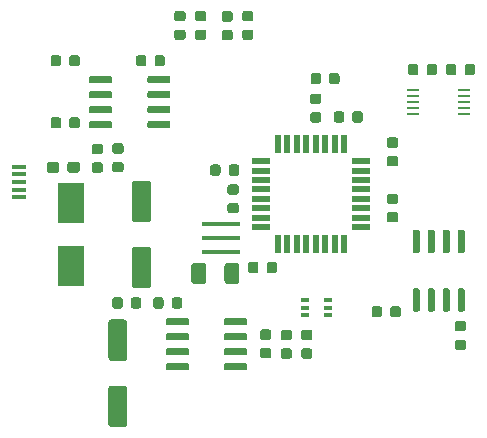
<source format=gbr>
G04 #@! TF.GenerationSoftware,KiCad,Pcbnew,(5.1.4-0-10_14)*
G04 #@! TF.CreationDate,2019-09-02T22:38:08-04:00*
G04 #@! TF.ProjectId,EFCv2,45464376-322e-46b6-9963-61645f706362,rev?*
G04 #@! TF.SameCoordinates,Original*
G04 #@! TF.FileFunction,Paste,Top*
G04 #@! TF.FilePolarity,Positive*
%FSLAX46Y46*%
G04 Gerber Fmt 4.6, Leading zero omitted, Abs format (unit mm)*
G04 Created by KiCad (PCBNEW (5.1.4-0-10_14)) date 2019-09-02 22:38:08*
%MOMM*%
%LPD*%
G04 APERTURE LIST*
%ADD10C,0.100000*%
%ADD11C,0.875000*%
%ADD12R,1.100000X0.250000*%
%ADD13C,0.600000*%
%ADD14C,1.250000*%
%ADD15R,3.200000X0.400000*%
%ADD16R,0.550000X1.600000*%
%ADD17R,1.600000X0.550000*%
%ADD18R,0.650000X0.400000*%
%ADD19R,1.300000X0.450000*%
%ADD20C,0.950000*%
%ADD21R,2.300000X3.500000*%
%ADD22C,1.600000*%
G04 APERTURE END LIST*
D10*
G36*
X154027691Y-74313554D02*
G01*
X154048926Y-74316704D01*
X154069750Y-74321920D01*
X154089962Y-74329152D01*
X154109368Y-74338331D01*
X154127781Y-74349367D01*
X154145024Y-74362155D01*
X154160930Y-74376571D01*
X154175346Y-74392477D01*
X154188134Y-74409720D01*
X154199170Y-74428133D01*
X154208349Y-74447539D01*
X154215581Y-74467751D01*
X154220797Y-74488575D01*
X154223947Y-74509810D01*
X154225000Y-74531251D01*
X154225000Y-74968751D01*
X154223947Y-74990192D01*
X154220797Y-75011427D01*
X154215581Y-75032251D01*
X154208349Y-75052463D01*
X154199170Y-75071869D01*
X154188134Y-75090282D01*
X154175346Y-75107525D01*
X154160930Y-75123431D01*
X154145024Y-75137847D01*
X154127781Y-75150635D01*
X154109368Y-75161671D01*
X154089962Y-75170850D01*
X154069750Y-75178082D01*
X154048926Y-75183298D01*
X154027691Y-75186448D01*
X154006250Y-75187501D01*
X153493750Y-75187501D01*
X153472309Y-75186448D01*
X153451074Y-75183298D01*
X153430250Y-75178082D01*
X153410038Y-75170850D01*
X153390632Y-75161671D01*
X153372219Y-75150635D01*
X153354976Y-75137847D01*
X153339070Y-75123431D01*
X153324654Y-75107525D01*
X153311866Y-75090282D01*
X153300830Y-75071869D01*
X153291651Y-75052463D01*
X153284419Y-75032251D01*
X153279203Y-75011427D01*
X153276053Y-74990192D01*
X153275000Y-74968751D01*
X153275000Y-74531251D01*
X153276053Y-74509810D01*
X153279203Y-74488575D01*
X153284419Y-74467751D01*
X153291651Y-74447539D01*
X153300830Y-74428133D01*
X153311866Y-74409720D01*
X153324654Y-74392477D01*
X153339070Y-74376571D01*
X153354976Y-74362155D01*
X153372219Y-74349367D01*
X153390632Y-74338331D01*
X153410038Y-74329152D01*
X153430250Y-74321920D01*
X153451074Y-74316704D01*
X153472309Y-74313554D01*
X153493750Y-74312501D01*
X154006250Y-74312501D01*
X154027691Y-74313554D01*
X154027691Y-74313554D01*
G37*
D11*
X153750000Y-74750001D03*
D10*
G36*
X154027691Y-75888554D02*
G01*
X154048926Y-75891704D01*
X154069750Y-75896920D01*
X154089962Y-75904152D01*
X154109368Y-75913331D01*
X154127781Y-75924367D01*
X154145024Y-75937155D01*
X154160930Y-75951571D01*
X154175346Y-75967477D01*
X154188134Y-75984720D01*
X154199170Y-76003133D01*
X154208349Y-76022539D01*
X154215581Y-76042751D01*
X154220797Y-76063575D01*
X154223947Y-76084810D01*
X154225000Y-76106251D01*
X154225000Y-76543751D01*
X154223947Y-76565192D01*
X154220797Y-76586427D01*
X154215581Y-76607251D01*
X154208349Y-76627463D01*
X154199170Y-76646869D01*
X154188134Y-76665282D01*
X154175346Y-76682525D01*
X154160930Y-76698431D01*
X154145024Y-76712847D01*
X154127781Y-76725635D01*
X154109368Y-76736671D01*
X154089962Y-76745850D01*
X154069750Y-76753082D01*
X154048926Y-76758298D01*
X154027691Y-76761448D01*
X154006250Y-76762501D01*
X153493750Y-76762501D01*
X153472309Y-76761448D01*
X153451074Y-76758298D01*
X153430250Y-76753082D01*
X153410038Y-76745850D01*
X153390632Y-76736671D01*
X153372219Y-76725635D01*
X153354976Y-76712847D01*
X153339070Y-76698431D01*
X153324654Y-76682525D01*
X153311866Y-76665282D01*
X153300830Y-76646869D01*
X153291651Y-76627463D01*
X153284419Y-76607251D01*
X153279203Y-76586427D01*
X153276053Y-76565192D01*
X153275000Y-76543751D01*
X153275000Y-76106251D01*
X153276053Y-76084810D01*
X153279203Y-76063575D01*
X153284419Y-76042751D01*
X153291651Y-76022539D01*
X153300830Y-76003133D01*
X153311866Y-75984720D01*
X153324654Y-75967477D01*
X153339070Y-75951571D01*
X153354976Y-75937155D01*
X153372219Y-75924367D01*
X153390632Y-75913331D01*
X153410038Y-75904152D01*
X153430250Y-75896920D01*
X153451074Y-75891704D01*
X153472309Y-75888554D01*
X153493750Y-75887501D01*
X154006250Y-75887501D01*
X154027691Y-75888554D01*
X154027691Y-75888554D01*
G37*
D11*
X153750000Y-76325001D03*
D10*
G36*
X151777691Y-75851053D02*
G01*
X151798926Y-75854203D01*
X151819750Y-75859419D01*
X151839962Y-75866651D01*
X151859368Y-75875830D01*
X151877781Y-75886866D01*
X151895024Y-75899654D01*
X151910930Y-75914070D01*
X151925346Y-75929976D01*
X151938134Y-75947219D01*
X151949170Y-75965632D01*
X151958349Y-75985038D01*
X151965581Y-76005250D01*
X151970797Y-76026074D01*
X151973947Y-76047309D01*
X151975000Y-76068750D01*
X151975000Y-76506250D01*
X151973947Y-76527691D01*
X151970797Y-76548926D01*
X151965581Y-76569750D01*
X151958349Y-76589962D01*
X151949170Y-76609368D01*
X151938134Y-76627781D01*
X151925346Y-76645024D01*
X151910930Y-76660930D01*
X151895024Y-76675346D01*
X151877781Y-76688134D01*
X151859368Y-76699170D01*
X151839962Y-76708349D01*
X151819750Y-76715581D01*
X151798926Y-76720797D01*
X151777691Y-76723947D01*
X151756250Y-76725000D01*
X151243750Y-76725000D01*
X151222309Y-76723947D01*
X151201074Y-76720797D01*
X151180250Y-76715581D01*
X151160038Y-76708349D01*
X151140632Y-76699170D01*
X151122219Y-76688134D01*
X151104976Y-76675346D01*
X151089070Y-76660930D01*
X151074654Y-76645024D01*
X151061866Y-76627781D01*
X151050830Y-76609368D01*
X151041651Y-76589962D01*
X151034419Y-76569750D01*
X151029203Y-76548926D01*
X151026053Y-76527691D01*
X151025000Y-76506250D01*
X151025000Y-76068750D01*
X151026053Y-76047309D01*
X151029203Y-76026074D01*
X151034419Y-76005250D01*
X151041651Y-75985038D01*
X151050830Y-75965632D01*
X151061866Y-75947219D01*
X151074654Y-75929976D01*
X151089070Y-75914070D01*
X151104976Y-75899654D01*
X151122219Y-75886866D01*
X151140632Y-75875830D01*
X151160038Y-75866651D01*
X151180250Y-75859419D01*
X151201074Y-75854203D01*
X151222309Y-75851053D01*
X151243750Y-75850000D01*
X151756250Y-75850000D01*
X151777691Y-75851053D01*
X151777691Y-75851053D01*
G37*
D11*
X151500000Y-76287500D03*
D10*
G36*
X151777691Y-74276053D02*
G01*
X151798926Y-74279203D01*
X151819750Y-74284419D01*
X151839962Y-74291651D01*
X151859368Y-74300830D01*
X151877781Y-74311866D01*
X151895024Y-74324654D01*
X151910930Y-74339070D01*
X151925346Y-74354976D01*
X151938134Y-74372219D01*
X151949170Y-74390632D01*
X151958349Y-74410038D01*
X151965581Y-74430250D01*
X151970797Y-74451074D01*
X151973947Y-74472309D01*
X151975000Y-74493750D01*
X151975000Y-74931250D01*
X151973947Y-74952691D01*
X151970797Y-74973926D01*
X151965581Y-74994750D01*
X151958349Y-75014962D01*
X151949170Y-75034368D01*
X151938134Y-75052781D01*
X151925346Y-75070024D01*
X151910930Y-75085930D01*
X151895024Y-75100346D01*
X151877781Y-75113134D01*
X151859368Y-75124170D01*
X151839962Y-75133349D01*
X151819750Y-75140581D01*
X151798926Y-75145797D01*
X151777691Y-75148947D01*
X151756250Y-75150000D01*
X151243750Y-75150000D01*
X151222309Y-75148947D01*
X151201074Y-75145797D01*
X151180250Y-75140581D01*
X151160038Y-75133349D01*
X151140632Y-75124170D01*
X151122219Y-75113134D01*
X151104976Y-75100346D01*
X151089070Y-75085930D01*
X151074654Y-75070024D01*
X151061866Y-75052781D01*
X151050830Y-75034368D01*
X151041651Y-75014962D01*
X151034419Y-74994750D01*
X151029203Y-74973926D01*
X151026053Y-74952691D01*
X151025000Y-74931250D01*
X151025000Y-74493750D01*
X151026053Y-74472309D01*
X151029203Y-74451074D01*
X151034419Y-74430250D01*
X151041651Y-74410038D01*
X151050830Y-74390632D01*
X151061866Y-74372219D01*
X151074654Y-74354976D01*
X151089070Y-74339070D01*
X151104976Y-74324654D01*
X151122219Y-74311866D01*
X151140632Y-74300830D01*
X151160038Y-74291651D01*
X151180250Y-74284419D01*
X151201074Y-74279203D01*
X151222309Y-74276053D01*
X151243750Y-74275000D01*
X151756250Y-74275000D01*
X151777691Y-74276053D01*
X151777691Y-74276053D01*
G37*
D11*
X151500000Y-74712500D03*
D10*
G36*
X150027691Y-74276053D02*
G01*
X150048926Y-74279203D01*
X150069750Y-74284419D01*
X150089962Y-74291651D01*
X150109368Y-74300830D01*
X150127781Y-74311866D01*
X150145024Y-74324654D01*
X150160930Y-74339070D01*
X150175346Y-74354976D01*
X150188134Y-74372219D01*
X150199170Y-74390632D01*
X150208349Y-74410038D01*
X150215581Y-74430250D01*
X150220797Y-74451074D01*
X150223947Y-74472309D01*
X150225000Y-74493750D01*
X150225000Y-74931250D01*
X150223947Y-74952691D01*
X150220797Y-74973926D01*
X150215581Y-74994750D01*
X150208349Y-75014962D01*
X150199170Y-75034368D01*
X150188134Y-75052781D01*
X150175346Y-75070024D01*
X150160930Y-75085930D01*
X150145024Y-75100346D01*
X150127781Y-75113134D01*
X150109368Y-75124170D01*
X150089962Y-75133349D01*
X150069750Y-75140581D01*
X150048926Y-75145797D01*
X150027691Y-75148947D01*
X150006250Y-75150000D01*
X149493750Y-75150000D01*
X149472309Y-75148947D01*
X149451074Y-75145797D01*
X149430250Y-75140581D01*
X149410038Y-75133349D01*
X149390632Y-75124170D01*
X149372219Y-75113134D01*
X149354976Y-75100346D01*
X149339070Y-75085930D01*
X149324654Y-75070024D01*
X149311866Y-75052781D01*
X149300830Y-75034368D01*
X149291651Y-75014962D01*
X149284419Y-74994750D01*
X149279203Y-74973926D01*
X149276053Y-74952691D01*
X149275000Y-74931250D01*
X149275000Y-74493750D01*
X149276053Y-74472309D01*
X149279203Y-74451074D01*
X149284419Y-74430250D01*
X149291651Y-74410038D01*
X149300830Y-74390632D01*
X149311866Y-74372219D01*
X149324654Y-74354976D01*
X149339070Y-74339070D01*
X149354976Y-74324654D01*
X149372219Y-74311866D01*
X149390632Y-74300830D01*
X149410038Y-74291651D01*
X149430250Y-74284419D01*
X149451074Y-74279203D01*
X149472309Y-74276053D01*
X149493750Y-74275000D01*
X150006250Y-74275000D01*
X150027691Y-74276053D01*
X150027691Y-74276053D01*
G37*
D11*
X149750000Y-74712500D03*
D10*
G36*
X150027691Y-75851053D02*
G01*
X150048926Y-75854203D01*
X150069750Y-75859419D01*
X150089962Y-75866651D01*
X150109368Y-75875830D01*
X150127781Y-75886866D01*
X150145024Y-75899654D01*
X150160930Y-75914070D01*
X150175346Y-75929976D01*
X150188134Y-75947219D01*
X150199170Y-75965632D01*
X150208349Y-75985038D01*
X150215581Y-76005250D01*
X150220797Y-76026074D01*
X150223947Y-76047309D01*
X150225000Y-76068750D01*
X150225000Y-76506250D01*
X150223947Y-76527691D01*
X150220797Y-76548926D01*
X150215581Y-76569750D01*
X150208349Y-76589962D01*
X150199170Y-76609368D01*
X150188134Y-76627781D01*
X150175346Y-76645024D01*
X150160930Y-76660930D01*
X150145024Y-76675346D01*
X150127781Y-76688134D01*
X150109368Y-76699170D01*
X150089962Y-76708349D01*
X150069750Y-76715581D01*
X150048926Y-76720797D01*
X150027691Y-76723947D01*
X150006250Y-76725000D01*
X149493750Y-76725000D01*
X149472309Y-76723947D01*
X149451074Y-76720797D01*
X149430250Y-76715581D01*
X149410038Y-76708349D01*
X149390632Y-76699170D01*
X149372219Y-76688134D01*
X149354976Y-76675346D01*
X149339070Y-76660930D01*
X149324654Y-76645024D01*
X149311866Y-76627781D01*
X149300830Y-76609368D01*
X149291651Y-76589962D01*
X149284419Y-76569750D01*
X149279203Y-76548926D01*
X149276053Y-76527691D01*
X149275000Y-76506250D01*
X149275000Y-76068750D01*
X149276053Y-76047309D01*
X149279203Y-76026074D01*
X149284419Y-76005250D01*
X149291651Y-75985038D01*
X149300830Y-75965632D01*
X149311866Y-75947219D01*
X149324654Y-75929976D01*
X149339070Y-75914070D01*
X149354976Y-75899654D01*
X149372219Y-75886866D01*
X149390632Y-75875830D01*
X149410038Y-75866651D01*
X149430250Y-75859419D01*
X149451074Y-75854203D01*
X149472309Y-75851053D01*
X149493750Y-75850000D01*
X150006250Y-75850000D01*
X150027691Y-75851053D01*
X150027691Y-75851053D01*
G37*
D11*
X149750000Y-76287500D03*
D10*
G36*
X155777691Y-74276053D02*
G01*
X155798926Y-74279203D01*
X155819750Y-74284419D01*
X155839962Y-74291651D01*
X155859368Y-74300830D01*
X155877781Y-74311866D01*
X155895024Y-74324654D01*
X155910930Y-74339070D01*
X155925346Y-74354976D01*
X155938134Y-74372219D01*
X155949170Y-74390632D01*
X155958349Y-74410038D01*
X155965581Y-74430250D01*
X155970797Y-74451074D01*
X155973947Y-74472309D01*
X155975000Y-74493750D01*
X155975000Y-74931250D01*
X155973947Y-74952691D01*
X155970797Y-74973926D01*
X155965581Y-74994750D01*
X155958349Y-75014962D01*
X155949170Y-75034368D01*
X155938134Y-75052781D01*
X155925346Y-75070024D01*
X155910930Y-75085930D01*
X155895024Y-75100346D01*
X155877781Y-75113134D01*
X155859368Y-75124170D01*
X155839962Y-75133349D01*
X155819750Y-75140581D01*
X155798926Y-75145797D01*
X155777691Y-75148947D01*
X155756250Y-75150000D01*
X155243750Y-75150000D01*
X155222309Y-75148947D01*
X155201074Y-75145797D01*
X155180250Y-75140581D01*
X155160038Y-75133349D01*
X155140632Y-75124170D01*
X155122219Y-75113134D01*
X155104976Y-75100346D01*
X155089070Y-75085930D01*
X155074654Y-75070024D01*
X155061866Y-75052781D01*
X155050830Y-75034368D01*
X155041651Y-75014962D01*
X155034419Y-74994750D01*
X155029203Y-74973926D01*
X155026053Y-74952691D01*
X155025000Y-74931250D01*
X155025000Y-74493750D01*
X155026053Y-74472309D01*
X155029203Y-74451074D01*
X155034419Y-74430250D01*
X155041651Y-74410038D01*
X155050830Y-74390632D01*
X155061866Y-74372219D01*
X155074654Y-74354976D01*
X155089070Y-74339070D01*
X155104976Y-74324654D01*
X155122219Y-74311866D01*
X155140632Y-74300830D01*
X155160038Y-74291651D01*
X155180250Y-74284419D01*
X155201074Y-74279203D01*
X155222309Y-74276053D01*
X155243750Y-74275000D01*
X155756250Y-74275000D01*
X155777691Y-74276053D01*
X155777691Y-74276053D01*
G37*
D11*
X155500000Y-74712500D03*
D10*
G36*
X155777691Y-75851053D02*
G01*
X155798926Y-75854203D01*
X155819750Y-75859419D01*
X155839962Y-75866651D01*
X155859368Y-75875830D01*
X155877781Y-75886866D01*
X155895024Y-75899654D01*
X155910930Y-75914070D01*
X155925346Y-75929976D01*
X155938134Y-75947219D01*
X155949170Y-75965632D01*
X155958349Y-75985038D01*
X155965581Y-76005250D01*
X155970797Y-76026074D01*
X155973947Y-76047309D01*
X155975000Y-76068750D01*
X155975000Y-76506250D01*
X155973947Y-76527691D01*
X155970797Y-76548926D01*
X155965581Y-76569750D01*
X155958349Y-76589962D01*
X155949170Y-76609368D01*
X155938134Y-76627781D01*
X155925346Y-76645024D01*
X155910930Y-76660930D01*
X155895024Y-76675346D01*
X155877781Y-76688134D01*
X155859368Y-76699170D01*
X155839962Y-76708349D01*
X155819750Y-76715581D01*
X155798926Y-76720797D01*
X155777691Y-76723947D01*
X155756250Y-76725000D01*
X155243750Y-76725000D01*
X155222309Y-76723947D01*
X155201074Y-76720797D01*
X155180250Y-76715581D01*
X155160038Y-76708349D01*
X155140632Y-76699170D01*
X155122219Y-76688134D01*
X155104976Y-76675346D01*
X155089070Y-76660930D01*
X155074654Y-76645024D01*
X155061866Y-76627781D01*
X155050830Y-76609368D01*
X155041651Y-76589962D01*
X155034419Y-76569750D01*
X155029203Y-76548926D01*
X155026053Y-76527691D01*
X155025000Y-76506250D01*
X155025000Y-76068750D01*
X155026053Y-76047309D01*
X155029203Y-76026074D01*
X155034419Y-76005250D01*
X155041651Y-75985038D01*
X155050830Y-75965632D01*
X155061866Y-75947219D01*
X155074654Y-75929976D01*
X155089070Y-75914070D01*
X155104976Y-75899654D01*
X155122219Y-75886866D01*
X155140632Y-75875830D01*
X155160038Y-75866651D01*
X155180250Y-75859419D01*
X155201074Y-75854203D01*
X155222309Y-75851053D01*
X155243750Y-75850000D01*
X155756250Y-75850000D01*
X155777691Y-75851053D01*
X155777691Y-75851053D01*
G37*
D11*
X155500000Y-76287500D03*
D10*
G36*
X174527691Y-78776053D02*
G01*
X174548926Y-78779203D01*
X174569750Y-78784419D01*
X174589962Y-78791651D01*
X174609368Y-78800830D01*
X174627781Y-78811866D01*
X174645024Y-78824654D01*
X174660930Y-78839070D01*
X174675346Y-78854976D01*
X174688134Y-78872219D01*
X174699170Y-78890632D01*
X174708349Y-78910038D01*
X174715581Y-78930250D01*
X174720797Y-78951074D01*
X174723947Y-78972309D01*
X174725000Y-78993750D01*
X174725000Y-79506250D01*
X174723947Y-79527691D01*
X174720797Y-79548926D01*
X174715581Y-79569750D01*
X174708349Y-79589962D01*
X174699170Y-79609368D01*
X174688134Y-79627781D01*
X174675346Y-79645024D01*
X174660930Y-79660930D01*
X174645024Y-79675346D01*
X174627781Y-79688134D01*
X174609368Y-79699170D01*
X174589962Y-79708349D01*
X174569750Y-79715581D01*
X174548926Y-79720797D01*
X174527691Y-79723947D01*
X174506250Y-79725000D01*
X174068750Y-79725000D01*
X174047309Y-79723947D01*
X174026074Y-79720797D01*
X174005250Y-79715581D01*
X173985038Y-79708349D01*
X173965632Y-79699170D01*
X173947219Y-79688134D01*
X173929976Y-79675346D01*
X173914070Y-79660930D01*
X173899654Y-79645024D01*
X173886866Y-79627781D01*
X173875830Y-79609368D01*
X173866651Y-79589962D01*
X173859419Y-79569750D01*
X173854203Y-79548926D01*
X173851053Y-79527691D01*
X173850000Y-79506250D01*
X173850000Y-78993750D01*
X173851053Y-78972309D01*
X173854203Y-78951074D01*
X173859419Y-78930250D01*
X173866651Y-78910038D01*
X173875830Y-78890632D01*
X173886866Y-78872219D01*
X173899654Y-78854976D01*
X173914070Y-78839070D01*
X173929976Y-78824654D01*
X173947219Y-78811866D01*
X173965632Y-78800830D01*
X173985038Y-78791651D01*
X174005250Y-78784419D01*
X174026074Y-78779203D01*
X174047309Y-78776053D01*
X174068750Y-78775000D01*
X174506250Y-78775000D01*
X174527691Y-78776053D01*
X174527691Y-78776053D01*
G37*
D11*
X174287500Y-79250000D03*
D10*
G36*
X172952691Y-78776053D02*
G01*
X172973926Y-78779203D01*
X172994750Y-78784419D01*
X173014962Y-78791651D01*
X173034368Y-78800830D01*
X173052781Y-78811866D01*
X173070024Y-78824654D01*
X173085930Y-78839070D01*
X173100346Y-78854976D01*
X173113134Y-78872219D01*
X173124170Y-78890632D01*
X173133349Y-78910038D01*
X173140581Y-78930250D01*
X173145797Y-78951074D01*
X173148947Y-78972309D01*
X173150000Y-78993750D01*
X173150000Y-79506250D01*
X173148947Y-79527691D01*
X173145797Y-79548926D01*
X173140581Y-79569750D01*
X173133349Y-79589962D01*
X173124170Y-79609368D01*
X173113134Y-79627781D01*
X173100346Y-79645024D01*
X173085930Y-79660930D01*
X173070024Y-79675346D01*
X173052781Y-79688134D01*
X173034368Y-79699170D01*
X173014962Y-79708349D01*
X172994750Y-79715581D01*
X172973926Y-79720797D01*
X172952691Y-79723947D01*
X172931250Y-79725000D01*
X172493750Y-79725000D01*
X172472309Y-79723947D01*
X172451074Y-79720797D01*
X172430250Y-79715581D01*
X172410038Y-79708349D01*
X172390632Y-79699170D01*
X172372219Y-79688134D01*
X172354976Y-79675346D01*
X172339070Y-79660930D01*
X172324654Y-79645024D01*
X172311866Y-79627781D01*
X172300830Y-79609368D01*
X172291651Y-79589962D01*
X172284419Y-79569750D01*
X172279203Y-79548926D01*
X172276053Y-79527691D01*
X172275000Y-79506250D01*
X172275000Y-78993750D01*
X172276053Y-78972309D01*
X172279203Y-78951074D01*
X172284419Y-78930250D01*
X172291651Y-78910038D01*
X172300830Y-78890632D01*
X172311866Y-78872219D01*
X172324654Y-78854976D01*
X172339070Y-78839070D01*
X172354976Y-78824654D01*
X172372219Y-78811866D01*
X172390632Y-78800830D01*
X172410038Y-78791651D01*
X172430250Y-78784419D01*
X172451074Y-78779203D01*
X172472309Y-78776053D01*
X172493750Y-78775000D01*
X172931250Y-78775000D01*
X172952691Y-78776053D01*
X172952691Y-78776053D01*
G37*
D11*
X172712500Y-79250000D03*
D12*
X173800000Y-81000000D03*
X173800000Y-81500000D03*
X173800000Y-82000000D03*
X173800000Y-82500000D03*
X173800000Y-83000000D03*
X169500000Y-83000000D03*
X169500000Y-82500000D03*
X169500000Y-82000000D03*
X169500000Y-81500000D03*
X169500000Y-81000000D03*
D10*
G36*
X169914703Y-92825722D02*
G01*
X169929264Y-92827882D01*
X169943543Y-92831459D01*
X169957403Y-92836418D01*
X169970710Y-92842712D01*
X169983336Y-92850280D01*
X169995159Y-92859048D01*
X170006066Y-92868934D01*
X170015952Y-92879841D01*
X170024720Y-92891664D01*
X170032288Y-92904290D01*
X170038582Y-92917597D01*
X170043541Y-92931457D01*
X170047118Y-92945736D01*
X170049278Y-92960297D01*
X170050000Y-92975000D01*
X170050000Y-94625000D01*
X170049278Y-94639703D01*
X170047118Y-94654264D01*
X170043541Y-94668543D01*
X170038582Y-94682403D01*
X170032288Y-94695710D01*
X170024720Y-94708336D01*
X170015952Y-94720159D01*
X170006066Y-94731066D01*
X169995159Y-94740952D01*
X169983336Y-94749720D01*
X169970710Y-94757288D01*
X169957403Y-94763582D01*
X169943543Y-94768541D01*
X169929264Y-94772118D01*
X169914703Y-94774278D01*
X169900000Y-94775000D01*
X169600000Y-94775000D01*
X169585297Y-94774278D01*
X169570736Y-94772118D01*
X169556457Y-94768541D01*
X169542597Y-94763582D01*
X169529290Y-94757288D01*
X169516664Y-94749720D01*
X169504841Y-94740952D01*
X169493934Y-94731066D01*
X169484048Y-94720159D01*
X169475280Y-94708336D01*
X169467712Y-94695710D01*
X169461418Y-94682403D01*
X169456459Y-94668543D01*
X169452882Y-94654264D01*
X169450722Y-94639703D01*
X169450000Y-94625000D01*
X169450000Y-92975000D01*
X169450722Y-92960297D01*
X169452882Y-92945736D01*
X169456459Y-92931457D01*
X169461418Y-92917597D01*
X169467712Y-92904290D01*
X169475280Y-92891664D01*
X169484048Y-92879841D01*
X169493934Y-92868934D01*
X169504841Y-92859048D01*
X169516664Y-92850280D01*
X169529290Y-92842712D01*
X169542597Y-92836418D01*
X169556457Y-92831459D01*
X169570736Y-92827882D01*
X169585297Y-92825722D01*
X169600000Y-92825000D01*
X169900000Y-92825000D01*
X169914703Y-92825722D01*
X169914703Y-92825722D01*
G37*
D13*
X169750000Y-93800000D03*
D10*
G36*
X171184703Y-92825722D02*
G01*
X171199264Y-92827882D01*
X171213543Y-92831459D01*
X171227403Y-92836418D01*
X171240710Y-92842712D01*
X171253336Y-92850280D01*
X171265159Y-92859048D01*
X171276066Y-92868934D01*
X171285952Y-92879841D01*
X171294720Y-92891664D01*
X171302288Y-92904290D01*
X171308582Y-92917597D01*
X171313541Y-92931457D01*
X171317118Y-92945736D01*
X171319278Y-92960297D01*
X171320000Y-92975000D01*
X171320000Y-94625000D01*
X171319278Y-94639703D01*
X171317118Y-94654264D01*
X171313541Y-94668543D01*
X171308582Y-94682403D01*
X171302288Y-94695710D01*
X171294720Y-94708336D01*
X171285952Y-94720159D01*
X171276066Y-94731066D01*
X171265159Y-94740952D01*
X171253336Y-94749720D01*
X171240710Y-94757288D01*
X171227403Y-94763582D01*
X171213543Y-94768541D01*
X171199264Y-94772118D01*
X171184703Y-94774278D01*
X171170000Y-94775000D01*
X170870000Y-94775000D01*
X170855297Y-94774278D01*
X170840736Y-94772118D01*
X170826457Y-94768541D01*
X170812597Y-94763582D01*
X170799290Y-94757288D01*
X170786664Y-94749720D01*
X170774841Y-94740952D01*
X170763934Y-94731066D01*
X170754048Y-94720159D01*
X170745280Y-94708336D01*
X170737712Y-94695710D01*
X170731418Y-94682403D01*
X170726459Y-94668543D01*
X170722882Y-94654264D01*
X170720722Y-94639703D01*
X170720000Y-94625000D01*
X170720000Y-92975000D01*
X170720722Y-92960297D01*
X170722882Y-92945736D01*
X170726459Y-92931457D01*
X170731418Y-92917597D01*
X170737712Y-92904290D01*
X170745280Y-92891664D01*
X170754048Y-92879841D01*
X170763934Y-92868934D01*
X170774841Y-92859048D01*
X170786664Y-92850280D01*
X170799290Y-92842712D01*
X170812597Y-92836418D01*
X170826457Y-92831459D01*
X170840736Y-92827882D01*
X170855297Y-92825722D01*
X170870000Y-92825000D01*
X171170000Y-92825000D01*
X171184703Y-92825722D01*
X171184703Y-92825722D01*
G37*
D13*
X171020000Y-93800000D03*
D10*
G36*
X172454703Y-92825722D02*
G01*
X172469264Y-92827882D01*
X172483543Y-92831459D01*
X172497403Y-92836418D01*
X172510710Y-92842712D01*
X172523336Y-92850280D01*
X172535159Y-92859048D01*
X172546066Y-92868934D01*
X172555952Y-92879841D01*
X172564720Y-92891664D01*
X172572288Y-92904290D01*
X172578582Y-92917597D01*
X172583541Y-92931457D01*
X172587118Y-92945736D01*
X172589278Y-92960297D01*
X172590000Y-92975000D01*
X172590000Y-94625000D01*
X172589278Y-94639703D01*
X172587118Y-94654264D01*
X172583541Y-94668543D01*
X172578582Y-94682403D01*
X172572288Y-94695710D01*
X172564720Y-94708336D01*
X172555952Y-94720159D01*
X172546066Y-94731066D01*
X172535159Y-94740952D01*
X172523336Y-94749720D01*
X172510710Y-94757288D01*
X172497403Y-94763582D01*
X172483543Y-94768541D01*
X172469264Y-94772118D01*
X172454703Y-94774278D01*
X172440000Y-94775000D01*
X172140000Y-94775000D01*
X172125297Y-94774278D01*
X172110736Y-94772118D01*
X172096457Y-94768541D01*
X172082597Y-94763582D01*
X172069290Y-94757288D01*
X172056664Y-94749720D01*
X172044841Y-94740952D01*
X172033934Y-94731066D01*
X172024048Y-94720159D01*
X172015280Y-94708336D01*
X172007712Y-94695710D01*
X172001418Y-94682403D01*
X171996459Y-94668543D01*
X171992882Y-94654264D01*
X171990722Y-94639703D01*
X171990000Y-94625000D01*
X171990000Y-92975000D01*
X171990722Y-92960297D01*
X171992882Y-92945736D01*
X171996459Y-92931457D01*
X172001418Y-92917597D01*
X172007712Y-92904290D01*
X172015280Y-92891664D01*
X172024048Y-92879841D01*
X172033934Y-92868934D01*
X172044841Y-92859048D01*
X172056664Y-92850280D01*
X172069290Y-92842712D01*
X172082597Y-92836418D01*
X172096457Y-92831459D01*
X172110736Y-92827882D01*
X172125297Y-92825722D01*
X172140000Y-92825000D01*
X172440000Y-92825000D01*
X172454703Y-92825722D01*
X172454703Y-92825722D01*
G37*
D13*
X172290000Y-93800000D03*
D10*
G36*
X173724703Y-92825722D02*
G01*
X173739264Y-92827882D01*
X173753543Y-92831459D01*
X173767403Y-92836418D01*
X173780710Y-92842712D01*
X173793336Y-92850280D01*
X173805159Y-92859048D01*
X173816066Y-92868934D01*
X173825952Y-92879841D01*
X173834720Y-92891664D01*
X173842288Y-92904290D01*
X173848582Y-92917597D01*
X173853541Y-92931457D01*
X173857118Y-92945736D01*
X173859278Y-92960297D01*
X173860000Y-92975000D01*
X173860000Y-94625000D01*
X173859278Y-94639703D01*
X173857118Y-94654264D01*
X173853541Y-94668543D01*
X173848582Y-94682403D01*
X173842288Y-94695710D01*
X173834720Y-94708336D01*
X173825952Y-94720159D01*
X173816066Y-94731066D01*
X173805159Y-94740952D01*
X173793336Y-94749720D01*
X173780710Y-94757288D01*
X173767403Y-94763582D01*
X173753543Y-94768541D01*
X173739264Y-94772118D01*
X173724703Y-94774278D01*
X173710000Y-94775000D01*
X173410000Y-94775000D01*
X173395297Y-94774278D01*
X173380736Y-94772118D01*
X173366457Y-94768541D01*
X173352597Y-94763582D01*
X173339290Y-94757288D01*
X173326664Y-94749720D01*
X173314841Y-94740952D01*
X173303934Y-94731066D01*
X173294048Y-94720159D01*
X173285280Y-94708336D01*
X173277712Y-94695710D01*
X173271418Y-94682403D01*
X173266459Y-94668543D01*
X173262882Y-94654264D01*
X173260722Y-94639703D01*
X173260000Y-94625000D01*
X173260000Y-92975000D01*
X173260722Y-92960297D01*
X173262882Y-92945736D01*
X173266459Y-92931457D01*
X173271418Y-92917597D01*
X173277712Y-92904290D01*
X173285280Y-92891664D01*
X173294048Y-92879841D01*
X173303934Y-92868934D01*
X173314841Y-92859048D01*
X173326664Y-92850280D01*
X173339290Y-92842712D01*
X173352597Y-92836418D01*
X173366457Y-92831459D01*
X173380736Y-92827882D01*
X173395297Y-92825722D01*
X173410000Y-92825000D01*
X173710000Y-92825000D01*
X173724703Y-92825722D01*
X173724703Y-92825722D01*
G37*
D13*
X173560000Y-93800000D03*
D10*
G36*
X173724703Y-97775722D02*
G01*
X173739264Y-97777882D01*
X173753543Y-97781459D01*
X173767403Y-97786418D01*
X173780710Y-97792712D01*
X173793336Y-97800280D01*
X173805159Y-97809048D01*
X173816066Y-97818934D01*
X173825952Y-97829841D01*
X173834720Y-97841664D01*
X173842288Y-97854290D01*
X173848582Y-97867597D01*
X173853541Y-97881457D01*
X173857118Y-97895736D01*
X173859278Y-97910297D01*
X173860000Y-97925000D01*
X173860000Y-99575000D01*
X173859278Y-99589703D01*
X173857118Y-99604264D01*
X173853541Y-99618543D01*
X173848582Y-99632403D01*
X173842288Y-99645710D01*
X173834720Y-99658336D01*
X173825952Y-99670159D01*
X173816066Y-99681066D01*
X173805159Y-99690952D01*
X173793336Y-99699720D01*
X173780710Y-99707288D01*
X173767403Y-99713582D01*
X173753543Y-99718541D01*
X173739264Y-99722118D01*
X173724703Y-99724278D01*
X173710000Y-99725000D01*
X173410000Y-99725000D01*
X173395297Y-99724278D01*
X173380736Y-99722118D01*
X173366457Y-99718541D01*
X173352597Y-99713582D01*
X173339290Y-99707288D01*
X173326664Y-99699720D01*
X173314841Y-99690952D01*
X173303934Y-99681066D01*
X173294048Y-99670159D01*
X173285280Y-99658336D01*
X173277712Y-99645710D01*
X173271418Y-99632403D01*
X173266459Y-99618543D01*
X173262882Y-99604264D01*
X173260722Y-99589703D01*
X173260000Y-99575000D01*
X173260000Y-97925000D01*
X173260722Y-97910297D01*
X173262882Y-97895736D01*
X173266459Y-97881457D01*
X173271418Y-97867597D01*
X173277712Y-97854290D01*
X173285280Y-97841664D01*
X173294048Y-97829841D01*
X173303934Y-97818934D01*
X173314841Y-97809048D01*
X173326664Y-97800280D01*
X173339290Y-97792712D01*
X173352597Y-97786418D01*
X173366457Y-97781459D01*
X173380736Y-97777882D01*
X173395297Y-97775722D01*
X173410000Y-97775000D01*
X173710000Y-97775000D01*
X173724703Y-97775722D01*
X173724703Y-97775722D01*
G37*
D13*
X173560000Y-98750000D03*
D10*
G36*
X172454703Y-97775722D02*
G01*
X172469264Y-97777882D01*
X172483543Y-97781459D01*
X172497403Y-97786418D01*
X172510710Y-97792712D01*
X172523336Y-97800280D01*
X172535159Y-97809048D01*
X172546066Y-97818934D01*
X172555952Y-97829841D01*
X172564720Y-97841664D01*
X172572288Y-97854290D01*
X172578582Y-97867597D01*
X172583541Y-97881457D01*
X172587118Y-97895736D01*
X172589278Y-97910297D01*
X172590000Y-97925000D01*
X172590000Y-99575000D01*
X172589278Y-99589703D01*
X172587118Y-99604264D01*
X172583541Y-99618543D01*
X172578582Y-99632403D01*
X172572288Y-99645710D01*
X172564720Y-99658336D01*
X172555952Y-99670159D01*
X172546066Y-99681066D01*
X172535159Y-99690952D01*
X172523336Y-99699720D01*
X172510710Y-99707288D01*
X172497403Y-99713582D01*
X172483543Y-99718541D01*
X172469264Y-99722118D01*
X172454703Y-99724278D01*
X172440000Y-99725000D01*
X172140000Y-99725000D01*
X172125297Y-99724278D01*
X172110736Y-99722118D01*
X172096457Y-99718541D01*
X172082597Y-99713582D01*
X172069290Y-99707288D01*
X172056664Y-99699720D01*
X172044841Y-99690952D01*
X172033934Y-99681066D01*
X172024048Y-99670159D01*
X172015280Y-99658336D01*
X172007712Y-99645710D01*
X172001418Y-99632403D01*
X171996459Y-99618543D01*
X171992882Y-99604264D01*
X171990722Y-99589703D01*
X171990000Y-99575000D01*
X171990000Y-97925000D01*
X171990722Y-97910297D01*
X171992882Y-97895736D01*
X171996459Y-97881457D01*
X172001418Y-97867597D01*
X172007712Y-97854290D01*
X172015280Y-97841664D01*
X172024048Y-97829841D01*
X172033934Y-97818934D01*
X172044841Y-97809048D01*
X172056664Y-97800280D01*
X172069290Y-97792712D01*
X172082597Y-97786418D01*
X172096457Y-97781459D01*
X172110736Y-97777882D01*
X172125297Y-97775722D01*
X172140000Y-97775000D01*
X172440000Y-97775000D01*
X172454703Y-97775722D01*
X172454703Y-97775722D01*
G37*
D13*
X172290000Y-98750000D03*
D10*
G36*
X171184703Y-97775722D02*
G01*
X171199264Y-97777882D01*
X171213543Y-97781459D01*
X171227403Y-97786418D01*
X171240710Y-97792712D01*
X171253336Y-97800280D01*
X171265159Y-97809048D01*
X171276066Y-97818934D01*
X171285952Y-97829841D01*
X171294720Y-97841664D01*
X171302288Y-97854290D01*
X171308582Y-97867597D01*
X171313541Y-97881457D01*
X171317118Y-97895736D01*
X171319278Y-97910297D01*
X171320000Y-97925000D01*
X171320000Y-99575000D01*
X171319278Y-99589703D01*
X171317118Y-99604264D01*
X171313541Y-99618543D01*
X171308582Y-99632403D01*
X171302288Y-99645710D01*
X171294720Y-99658336D01*
X171285952Y-99670159D01*
X171276066Y-99681066D01*
X171265159Y-99690952D01*
X171253336Y-99699720D01*
X171240710Y-99707288D01*
X171227403Y-99713582D01*
X171213543Y-99718541D01*
X171199264Y-99722118D01*
X171184703Y-99724278D01*
X171170000Y-99725000D01*
X170870000Y-99725000D01*
X170855297Y-99724278D01*
X170840736Y-99722118D01*
X170826457Y-99718541D01*
X170812597Y-99713582D01*
X170799290Y-99707288D01*
X170786664Y-99699720D01*
X170774841Y-99690952D01*
X170763934Y-99681066D01*
X170754048Y-99670159D01*
X170745280Y-99658336D01*
X170737712Y-99645710D01*
X170731418Y-99632403D01*
X170726459Y-99618543D01*
X170722882Y-99604264D01*
X170720722Y-99589703D01*
X170720000Y-99575000D01*
X170720000Y-97925000D01*
X170720722Y-97910297D01*
X170722882Y-97895736D01*
X170726459Y-97881457D01*
X170731418Y-97867597D01*
X170737712Y-97854290D01*
X170745280Y-97841664D01*
X170754048Y-97829841D01*
X170763934Y-97818934D01*
X170774841Y-97809048D01*
X170786664Y-97800280D01*
X170799290Y-97792712D01*
X170812597Y-97786418D01*
X170826457Y-97781459D01*
X170840736Y-97777882D01*
X170855297Y-97775722D01*
X170870000Y-97775000D01*
X171170000Y-97775000D01*
X171184703Y-97775722D01*
X171184703Y-97775722D01*
G37*
D13*
X171020000Y-98750000D03*
D10*
G36*
X169914703Y-97775722D02*
G01*
X169929264Y-97777882D01*
X169943543Y-97781459D01*
X169957403Y-97786418D01*
X169970710Y-97792712D01*
X169983336Y-97800280D01*
X169995159Y-97809048D01*
X170006066Y-97818934D01*
X170015952Y-97829841D01*
X170024720Y-97841664D01*
X170032288Y-97854290D01*
X170038582Y-97867597D01*
X170043541Y-97881457D01*
X170047118Y-97895736D01*
X170049278Y-97910297D01*
X170050000Y-97925000D01*
X170050000Y-99575000D01*
X170049278Y-99589703D01*
X170047118Y-99604264D01*
X170043541Y-99618543D01*
X170038582Y-99632403D01*
X170032288Y-99645710D01*
X170024720Y-99658336D01*
X170015952Y-99670159D01*
X170006066Y-99681066D01*
X169995159Y-99690952D01*
X169983336Y-99699720D01*
X169970710Y-99707288D01*
X169957403Y-99713582D01*
X169943543Y-99718541D01*
X169929264Y-99722118D01*
X169914703Y-99724278D01*
X169900000Y-99725000D01*
X169600000Y-99725000D01*
X169585297Y-99724278D01*
X169570736Y-99722118D01*
X169556457Y-99718541D01*
X169542597Y-99713582D01*
X169529290Y-99707288D01*
X169516664Y-99699720D01*
X169504841Y-99690952D01*
X169493934Y-99681066D01*
X169484048Y-99670159D01*
X169475280Y-99658336D01*
X169467712Y-99645710D01*
X169461418Y-99632403D01*
X169456459Y-99618543D01*
X169452882Y-99604264D01*
X169450722Y-99589703D01*
X169450000Y-99575000D01*
X169450000Y-97925000D01*
X169450722Y-97910297D01*
X169452882Y-97895736D01*
X169456459Y-97881457D01*
X169461418Y-97867597D01*
X169467712Y-97854290D01*
X169475280Y-97841664D01*
X169484048Y-97829841D01*
X169493934Y-97818934D01*
X169504841Y-97809048D01*
X169516664Y-97800280D01*
X169529290Y-97792712D01*
X169542597Y-97786418D01*
X169556457Y-97781459D01*
X169570736Y-97777882D01*
X169585297Y-97775722D01*
X169600000Y-97775000D01*
X169900000Y-97775000D01*
X169914703Y-97775722D01*
X169914703Y-97775722D01*
G37*
D13*
X169750000Y-98750000D03*
D10*
G36*
X157777691Y-95526053D02*
G01*
X157798926Y-95529203D01*
X157819750Y-95534419D01*
X157839962Y-95541651D01*
X157859368Y-95550830D01*
X157877781Y-95561866D01*
X157895024Y-95574654D01*
X157910930Y-95589070D01*
X157925346Y-95604976D01*
X157938134Y-95622219D01*
X157949170Y-95640632D01*
X157958349Y-95660038D01*
X157965581Y-95680250D01*
X157970797Y-95701074D01*
X157973947Y-95722309D01*
X157975000Y-95743750D01*
X157975000Y-96256250D01*
X157973947Y-96277691D01*
X157970797Y-96298926D01*
X157965581Y-96319750D01*
X157958349Y-96339962D01*
X157949170Y-96359368D01*
X157938134Y-96377781D01*
X157925346Y-96395024D01*
X157910930Y-96410930D01*
X157895024Y-96425346D01*
X157877781Y-96438134D01*
X157859368Y-96449170D01*
X157839962Y-96458349D01*
X157819750Y-96465581D01*
X157798926Y-96470797D01*
X157777691Y-96473947D01*
X157756250Y-96475000D01*
X157318750Y-96475000D01*
X157297309Y-96473947D01*
X157276074Y-96470797D01*
X157255250Y-96465581D01*
X157235038Y-96458349D01*
X157215632Y-96449170D01*
X157197219Y-96438134D01*
X157179976Y-96425346D01*
X157164070Y-96410930D01*
X157149654Y-96395024D01*
X157136866Y-96377781D01*
X157125830Y-96359368D01*
X157116651Y-96339962D01*
X157109419Y-96319750D01*
X157104203Y-96298926D01*
X157101053Y-96277691D01*
X157100000Y-96256250D01*
X157100000Y-95743750D01*
X157101053Y-95722309D01*
X157104203Y-95701074D01*
X157109419Y-95680250D01*
X157116651Y-95660038D01*
X157125830Y-95640632D01*
X157136866Y-95622219D01*
X157149654Y-95604976D01*
X157164070Y-95589070D01*
X157179976Y-95574654D01*
X157197219Y-95561866D01*
X157215632Y-95550830D01*
X157235038Y-95541651D01*
X157255250Y-95534419D01*
X157276074Y-95529203D01*
X157297309Y-95526053D01*
X157318750Y-95525000D01*
X157756250Y-95525000D01*
X157777691Y-95526053D01*
X157777691Y-95526053D01*
G37*
D11*
X157537500Y-96000000D03*
D10*
G36*
X156202691Y-95526053D02*
G01*
X156223926Y-95529203D01*
X156244750Y-95534419D01*
X156264962Y-95541651D01*
X156284368Y-95550830D01*
X156302781Y-95561866D01*
X156320024Y-95574654D01*
X156335930Y-95589070D01*
X156350346Y-95604976D01*
X156363134Y-95622219D01*
X156374170Y-95640632D01*
X156383349Y-95660038D01*
X156390581Y-95680250D01*
X156395797Y-95701074D01*
X156398947Y-95722309D01*
X156400000Y-95743750D01*
X156400000Y-96256250D01*
X156398947Y-96277691D01*
X156395797Y-96298926D01*
X156390581Y-96319750D01*
X156383349Y-96339962D01*
X156374170Y-96359368D01*
X156363134Y-96377781D01*
X156350346Y-96395024D01*
X156335930Y-96410930D01*
X156320024Y-96425346D01*
X156302781Y-96438134D01*
X156284368Y-96449170D01*
X156264962Y-96458349D01*
X156244750Y-96465581D01*
X156223926Y-96470797D01*
X156202691Y-96473947D01*
X156181250Y-96475000D01*
X155743750Y-96475000D01*
X155722309Y-96473947D01*
X155701074Y-96470797D01*
X155680250Y-96465581D01*
X155660038Y-96458349D01*
X155640632Y-96449170D01*
X155622219Y-96438134D01*
X155604976Y-96425346D01*
X155589070Y-96410930D01*
X155574654Y-96395024D01*
X155561866Y-96377781D01*
X155550830Y-96359368D01*
X155541651Y-96339962D01*
X155534419Y-96319750D01*
X155529203Y-96298926D01*
X155526053Y-96277691D01*
X155525000Y-96256250D01*
X155525000Y-95743750D01*
X155526053Y-95722309D01*
X155529203Y-95701074D01*
X155534419Y-95680250D01*
X155541651Y-95660038D01*
X155550830Y-95640632D01*
X155561866Y-95622219D01*
X155574654Y-95604976D01*
X155589070Y-95589070D01*
X155604976Y-95574654D01*
X155622219Y-95561866D01*
X155640632Y-95550830D01*
X155660038Y-95541651D01*
X155680250Y-95534419D01*
X155701074Y-95529203D01*
X155722309Y-95526053D01*
X155743750Y-95525000D01*
X156181250Y-95525000D01*
X156202691Y-95526053D01*
X156202691Y-95526053D01*
G37*
D11*
X155962500Y-96000000D03*
D10*
G36*
X159027691Y-101276053D02*
G01*
X159048926Y-101279203D01*
X159069750Y-101284419D01*
X159089962Y-101291651D01*
X159109368Y-101300830D01*
X159127781Y-101311866D01*
X159145024Y-101324654D01*
X159160930Y-101339070D01*
X159175346Y-101354976D01*
X159188134Y-101372219D01*
X159199170Y-101390632D01*
X159208349Y-101410038D01*
X159215581Y-101430250D01*
X159220797Y-101451074D01*
X159223947Y-101472309D01*
X159225000Y-101493750D01*
X159225000Y-101931250D01*
X159223947Y-101952691D01*
X159220797Y-101973926D01*
X159215581Y-101994750D01*
X159208349Y-102014962D01*
X159199170Y-102034368D01*
X159188134Y-102052781D01*
X159175346Y-102070024D01*
X159160930Y-102085930D01*
X159145024Y-102100346D01*
X159127781Y-102113134D01*
X159109368Y-102124170D01*
X159089962Y-102133349D01*
X159069750Y-102140581D01*
X159048926Y-102145797D01*
X159027691Y-102148947D01*
X159006250Y-102150000D01*
X158493750Y-102150000D01*
X158472309Y-102148947D01*
X158451074Y-102145797D01*
X158430250Y-102140581D01*
X158410038Y-102133349D01*
X158390632Y-102124170D01*
X158372219Y-102113134D01*
X158354976Y-102100346D01*
X158339070Y-102085930D01*
X158324654Y-102070024D01*
X158311866Y-102052781D01*
X158300830Y-102034368D01*
X158291651Y-102014962D01*
X158284419Y-101994750D01*
X158279203Y-101973926D01*
X158276053Y-101952691D01*
X158275000Y-101931250D01*
X158275000Y-101493750D01*
X158276053Y-101472309D01*
X158279203Y-101451074D01*
X158284419Y-101430250D01*
X158291651Y-101410038D01*
X158300830Y-101390632D01*
X158311866Y-101372219D01*
X158324654Y-101354976D01*
X158339070Y-101339070D01*
X158354976Y-101324654D01*
X158372219Y-101311866D01*
X158390632Y-101300830D01*
X158410038Y-101291651D01*
X158430250Y-101284419D01*
X158451074Y-101279203D01*
X158472309Y-101276053D01*
X158493750Y-101275000D01*
X159006250Y-101275000D01*
X159027691Y-101276053D01*
X159027691Y-101276053D01*
G37*
D11*
X158750000Y-101712500D03*
D10*
G36*
X159027691Y-102851053D02*
G01*
X159048926Y-102854203D01*
X159069750Y-102859419D01*
X159089962Y-102866651D01*
X159109368Y-102875830D01*
X159127781Y-102886866D01*
X159145024Y-102899654D01*
X159160930Y-102914070D01*
X159175346Y-102929976D01*
X159188134Y-102947219D01*
X159199170Y-102965632D01*
X159208349Y-102985038D01*
X159215581Y-103005250D01*
X159220797Y-103026074D01*
X159223947Y-103047309D01*
X159225000Y-103068750D01*
X159225000Y-103506250D01*
X159223947Y-103527691D01*
X159220797Y-103548926D01*
X159215581Y-103569750D01*
X159208349Y-103589962D01*
X159199170Y-103609368D01*
X159188134Y-103627781D01*
X159175346Y-103645024D01*
X159160930Y-103660930D01*
X159145024Y-103675346D01*
X159127781Y-103688134D01*
X159109368Y-103699170D01*
X159089962Y-103708349D01*
X159069750Y-103715581D01*
X159048926Y-103720797D01*
X159027691Y-103723947D01*
X159006250Y-103725000D01*
X158493750Y-103725000D01*
X158472309Y-103723947D01*
X158451074Y-103720797D01*
X158430250Y-103715581D01*
X158410038Y-103708349D01*
X158390632Y-103699170D01*
X158372219Y-103688134D01*
X158354976Y-103675346D01*
X158339070Y-103660930D01*
X158324654Y-103645024D01*
X158311866Y-103627781D01*
X158300830Y-103609368D01*
X158291651Y-103589962D01*
X158284419Y-103569750D01*
X158279203Y-103548926D01*
X158276053Y-103527691D01*
X158275000Y-103506250D01*
X158275000Y-103068750D01*
X158276053Y-103047309D01*
X158279203Y-103026074D01*
X158284419Y-103005250D01*
X158291651Y-102985038D01*
X158300830Y-102965632D01*
X158311866Y-102947219D01*
X158324654Y-102929976D01*
X158339070Y-102914070D01*
X158354976Y-102899654D01*
X158372219Y-102886866D01*
X158390632Y-102875830D01*
X158410038Y-102866651D01*
X158430250Y-102859419D01*
X158451074Y-102854203D01*
X158472309Y-102851053D01*
X158493750Y-102850000D01*
X159006250Y-102850000D01*
X159027691Y-102851053D01*
X159027691Y-102851053D01*
G37*
D11*
X158750000Y-103287500D03*
D10*
G36*
X160777691Y-102851053D02*
G01*
X160798926Y-102854203D01*
X160819750Y-102859419D01*
X160839962Y-102866651D01*
X160859368Y-102875830D01*
X160877781Y-102886866D01*
X160895024Y-102899654D01*
X160910930Y-102914070D01*
X160925346Y-102929976D01*
X160938134Y-102947219D01*
X160949170Y-102965632D01*
X160958349Y-102985038D01*
X160965581Y-103005250D01*
X160970797Y-103026074D01*
X160973947Y-103047309D01*
X160975000Y-103068750D01*
X160975000Y-103506250D01*
X160973947Y-103527691D01*
X160970797Y-103548926D01*
X160965581Y-103569750D01*
X160958349Y-103589962D01*
X160949170Y-103609368D01*
X160938134Y-103627781D01*
X160925346Y-103645024D01*
X160910930Y-103660930D01*
X160895024Y-103675346D01*
X160877781Y-103688134D01*
X160859368Y-103699170D01*
X160839962Y-103708349D01*
X160819750Y-103715581D01*
X160798926Y-103720797D01*
X160777691Y-103723947D01*
X160756250Y-103725000D01*
X160243750Y-103725000D01*
X160222309Y-103723947D01*
X160201074Y-103720797D01*
X160180250Y-103715581D01*
X160160038Y-103708349D01*
X160140632Y-103699170D01*
X160122219Y-103688134D01*
X160104976Y-103675346D01*
X160089070Y-103660930D01*
X160074654Y-103645024D01*
X160061866Y-103627781D01*
X160050830Y-103609368D01*
X160041651Y-103589962D01*
X160034419Y-103569750D01*
X160029203Y-103548926D01*
X160026053Y-103527691D01*
X160025000Y-103506250D01*
X160025000Y-103068750D01*
X160026053Y-103047309D01*
X160029203Y-103026074D01*
X160034419Y-103005250D01*
X160041651Y-102985038D01*
X160050830Y-102965632D01*
X160061866Y-102947219D01*
X160074654Y-102929976D01*
X160089070Y-102914070D01*
X160104976Y-102899654D01*
X160122219Y-102886866D01*
X160140632Y-102875830D01*
X160160038Y-102866651D01*
X160180250Y-102859419D01*
X160201074Y-102854203D01*
X160222309Y-102851053D01*
X160243750Y-102850000D01*
X160756250Y-102850000D01*
X160777691Y-102851053D01*
X160777691Y-102851053D01*
G37*
D11*
X160500000Y-103287500D03*
D10*
G36*
X160777691Y-101276053D02*
G01*
X160798926Y-101279203D01*
X160819750Y-101284419D01*
X160839962Y-101291651D01*
X160859368Y-101300830D01*
X160877781Y-101311866D01*
X160895024Y-101324654D01*
X160910930Y-101339070D01*
X160925346Y-101354976D01*
X160938134Y-101372219D01*
X160949170Y-101390632D01*
X160958349Y-101410038D01*
X160965581Y-101430250D01*
X160970797Y-101451074D01*
X160973947Y-101472309D01*
X160975000Y-101493750D01*
X160975000Y-101931250D01*
X160973947Y-101952691D01*
X160970797Y-101973926D01*
X160965581Y-101994750D01*
X160958349Y-102014962D01*
X160949170Y-102034368D01*
X160938134Y-102052781D01*
X160925346Y-102070024D01*
X160910930Y-102085930D01*
X160895024Y-102100346D01*
X160877781Y-102113134D01*
X160859368Y-102124170D01*
X160839962Y-102133349D01*
X160819750Y-102140581D01*
X160798926Y-102145797D01*
X160777691Y-102148947D01*
X160756250Y-102150000D01*
X160243750Y-102150000D01*
X160222309Y-102148947D01*
X160201074Y-102145797D01*
X160180250Y-102140581D01*
X160160038Y-102133349D01*
X160140632Y-102124170D01*
X160122219Y-102113134D01*
X160104976Y-102100346D01*
X160089070Y-102085930D01*
X160074654Y-102070024D01*
X160061866Y-102052781D01*
X160050830Y-102034368D01*
X160041651Y-102014962D01*
X160034419Y-101994750D01*
X160029203Y-101973926D01*
X160026053Y-101952691D01*
X160025000Y-101931250D01*
X160025000Y-101493750D01*
X160026053Y-101472309D01*
X160029203Y-101451074D01*
X160034419Y-101430250D01*
X160041651Y-101410038D01*
X160050830Y-101390632D01*
X160061866Y-101372219D01*
X160074654Y-101354976D01*
X160089070Y-101339070D01*
X160104976Y-101324654D01*
X160122219Y-101311866D01*
X160140632Y-101300830D01*
X160160038Y-101291651D01*
X160180250Y-101284419D01*
X160201074Y-101279203D01*
X160222309Y-101276053D01*
X160243750Y-101275000D01*
X160756250Y-101275000D01*
X160777691Y-101276053D01*
X160777691Y-101276053D01*
G37*
D11*
X160500000Y-101712500D03*
D10*
G36*
X168027691Y-86563553D02*
G01*
X168048926Y-86566703D01*
X168069750Y-86571919D01*
X168089962Y-86579151D01*
X168109368Y-86588330D01*
X168127781Y-86599366D01*
X168145024Y-86612154D01*
X168160930Y-86626570D01*
X168175346Y-86642476D01*
X168188134Y-86659719D01*
X168199170Y-86678132D01*
X168208349Y-86697538D01*
X168215581Y-86717750D01*
X168220797Y-86738574D01*
X168223947Y-86759809D01*
X168225000Y-86781250D01*
X168225000Y-87218750D01*
X168223947Y-87240191D01*
X168220797Y-87261426D01*
X168215581Y-87282250D01*
X168208349Y-87302462D01*
X168199170Y-87321868D01*
X168188134Y-87340281D01*
X168175346Y-87357524D01*
X168160930Y-87373430D01*
X168145024Y-87387846D01*
X168127781Y-87400634D01*
X168109368Y-87411670D01*
X168089962Y-87420849D01*
X168069750Y-87428081D01*
X168048926Y-87433297D01*
X168027691Y-87436447D01*
X168006250Y-87437500D01*
X167493750Y-87437500D01*
X167472309Y-87436447D01*
X167451074Y-87433297D01*
X167430250Y-87428081D01*
X167410038Y-87420849D01*
X167390632Y-87411670D01*
X167372219Y-87400634D01*
X167354976Y-87387846D01*
X167339070Y-87373430D01*
X167324654Y-87357524D01*
X167311866Y-87340281D01*
X167300830Y-87321868D01*
X167291651Y-87302462D01*
X167284419Y-87282250D01*
X167279203Y-87261426D01*
X167276053Y-87240191D01*
X167275000Y-87218750D01*
X167275000Y-86781250D01*
X167276053Y-86759809D01*
X167279203Y-86738574D01*
X167284419Y-86717750D01*
X167291651Y-86697538D01*
X167300830Y-86678132D01*
X167311866Y-86659719D01*
X167324654Y-86642476D01*
X167339070Y-86626570D01*
X167354976Y-86612154D01*
X167372219Y-86599366D01*
X167390632Y-86588330D01*
X167410038Y-86579151D01*
X167430250Y-86571919D01*
X167451074Y-86566703D01*
X167472309Y-86563553D01*
X167493750Y-86562500D01*
X168006250Y-86562500D01*
X168027691Y-86563553D01*
X168027691Y-86563553D01*
G37*
D11*
X167750000Y-87000000D03*
D10*
G36*
X168027691Y-84988553D02*
G01*
X168048926Y-84991703D01*
X168069750Y-84996919D01*
X168089962Y-85004151D01*
X168109368Y-85013330D01*
X168127781Y-85024366D01*
X168145024Y-85037154D01*
X168160930Y-85051570D01*
X168175346Y-85067476D01*
X168188134Y-85084719D01*
X168199170Y-85103132D01*
X168208349Y-85122538D01*
X168215581Y-85142750D01*
X168220797Y-85163574D01*
X168223947Y-85184809D01*
X168225000Y-85206250D01*
X168225000Y-85643750D01*
X168223947Y-85665191D01*
X168220797Y-85686426D01*
X168215581Y-85707250D01*
X168208349Y-85727462D01*
X168199170Y-85746868D01*
X168188134Y-85765281D01*
X168175346Y-85782524D01*
X168160930Y-85798430D01*
X168145024Y-85812846D01*
X168127781Y-85825634D01*
X168109368Y-85836670D01*
X168089962Y-85845849D01*
X168069750Y-85853081D01*
X168048926Y-85858297D01*
X168027691Y-85861447D01*
X168006250Y-85862500D01*
X167493750Y-85862500D01*
X167472309Y-85861447D01*
X167451074Y-85858297D01*
X167430250Y-85853081D01*
X167410038Y-85845849D01*
X167390632Y-85836670D01*
X167372219Y-85825634D01*
X167354976Y-85812846D01*
X167339070Y-85798430D01*
X167324654Y-85782524D01*
X167311866Y-85765281D01*
X167300830Y-85746868D01*
X167291651Y-85727462D01*
X167284419Y-85707250D01*
X167279203Y-85686426D01*
X167276053Y-85665191D01*
X167275000Y-85643750D01*
X167275000Y-85206250D01*
X167276053Y-85184809D01*
X167279203Y-85163574D01*
X167284419Y-85142750D01*
X167291651Y-85122538D01*
X167300830Y-85103132D01*
X167311866Y-85084719D01*
X167324654Y-85067476D01*
X167339070Y-85051570D01*
X167354976Y-85037154D01*
X167372219Y-85024366D01*
X167390632Y-85013330D01*
X167410038Y-85004151D01*
X167430250Y-84996919D01*
X167451074Y-84991703D01*
X167472309Y-84988553D01*
X167493750Y-84987500D01*
X168006250Y-84987500D01*
X168027691Y-84988553D01*
X168027691Y-84988553D01*
G37*
D11*
X167750000Y-85425000D03*
D10*
G36*
X152990191Y-87276053D02*
G01*
X153011426Y-87279203D01*
X153032250Y-87284419D01*
X153052462Y-87291651D01*
X153071868Y-87300830D01*
X153090281Y-87311866D01*
X153107524Y-87324654D01*
X153123430Y-87339070D01*
X153137846Y-87354976D01*
X153150634Y-87372219D01*
X153161670Y-87390632D01*
X153170849Y-87410038D01*
X153178081Y-87430250D01*
X153183297Y-87451074D01*
X153186447Y-87472309D01*
X153187500Y-87493750D01*
X153187500Y-88006250D01*
X153186447Y-88027691D01*
X153183297Y-88048926D01*
X153178081Y-88069750D01*
X153170849Y-88089962D01*
X153161670Y-88109368D01*
X153150634Y-88127781D01*
X153137846Y-88145024D01*
X153123430Y-88160930D01*
X153107524Y-88175346D01*
X153090281Y-88188134D01*
X153071868Y-88199170D01*
X153052462Y-88208349D01*
X153032250Y-88215581D01*
X153011426Y-88220797D01*
X152990191Y-88223947D01*
X152968750Y-88225000D01*
X152531250Y-88225000D01*
X152509809Y-88223947D01*
X152488574Y-88220797D01*
X152467750Y-88215581D01*
X152447538Y-88208349D01*
X152428132Y-88199170D01*
X152409719Y-88188134D01*
X152392476Y-88175346D01*
X152376570Y-88160930D01*
X152362154Y-88145024D01*
X152349366Y-88127781D01*
X152338330Y-88109368D01*
X152329151Y-88089962D01*
X152321919Y-88069750D01*
X152316703Y-88048926D01*
X152313553Y-88027691D01*
X152312500Y-88006250D01*
X152312500Y-87493750D01*
X152313553Y-87472309D01*
X152316703Y-87451074D01*
X152321919Y-87430250D01*
X152329151Y-87410038D01*
X152338330Y-87390632D01*
X152349366Y-87372219D01*
X152362154Y-87354976D01*
X152376570Y-87339070D01*
X152392476Y-87324654D01*
X152409719Y-87311866D01*
X152428132Y-87300830D01*
X152447538Y-87291651D01*
X152467750Y-87284419D01*
X152488574Y-87279203D01*
X152509809Y-87276053D01*
X152531250Y-87275000D01*
X152968750Y-87275000D01*
X152990191Y-87276053D01*
X152990191Y-87276053D01*
G37*
D11*
X152750000Y-87750000D03*
D10*
G36*
X154565191Y-87276053D02*
G01*
X154586426Y-87279203D01*
X154607250Y-87284419D01*
X154627462Y-87291651D01*
X154646868Y-87300830D01*
X154665281Y-87311866D01*
X154682524Y-87324654D01*
X154698430Y-87339070D01*
X154712846Y-87354976D01*
X154725634Y-87372219D01*
X154736670Y-87390632D01*
X154745849Y-87410038D01*
X154753081Y-87430250D01*
X154758297Y-87451074D01*
X154761447Y-87472309D01*
X154762500Y-87493750D01*
X154762500Y-88006250D01*
X154761447Y-88027691D01*
X154758297Y-88048926D01*
X154753081Y-88069750D01*
X154745849Y-88089962D01*
X154736670Y-88109368D01*
X154725634Y-88127781D01*
X154712846Y-88145024D01*
X154698430Y-88160930D01*
X154682524Y-88175346D01*
X154665281Y-88188134D01*
X154646868Y-88199170D01*
X154627462Y-88208349D01*
X154607250Y-88215581D01*
X154586426Y-88220797D01*
X154565191Y-88223947D01*
X154543750Y-88225000D01*
X154106250Y-88225000D01*
X154084809Y-88223947D01*
X154063574Y-88220797D01*
X154042750Y-88215581D01*
X154022538Y-88208349D01*
X154003132Y-88199170D01*
X153984719Y-88188134D01*
X153967476Y-88175346D01*
X153951570Y-88160930D01*
X153937154Y-88145024D01*
X153924366Y-88127781D01*
X153913330Y-88109368D01*
X153904151Y-88089962D01*
X153896919Y-88069750D01*
X153891703Y-88048926D01*
X153888553Y-88027691D01*
X153887500Y-88006250D01*
X153887500Y-87493750D01*
X153888553Y-87472309D01*
X153891703Y-87451074D01*
X153896919Y-87430250D01*
X153904151Y-87410038D01*
X153913330Y-87390632D01*
X153924366Y-87372219D01*
X153937154Y-87354976D01*
X153951570Y-87339070D01*
X153967476Y-87324654D01*
X153984719Y-87311866D01*
X154003132Y-87300830D01*
X154022538Y-87291651D01*
X154042750Y-87284419D01*
X154063574Y-87279203D01*
X154084809Y-87276053D01*
X154106250Y-87275000D01*
X154543750Y-87275000D01*
X154565191Y-87276053D01*
X154565191Y-87276053D01*
G37*
D11*
X154325000Y-87750000D03*
D10*
G36*
X168027691Y-89738553D02*
G01*
X168048926Y-89741703D01*
X168069750Y-89746919D01*
X168089962Y-89754151D01*
X168109368Y-89763330D01*
X168127781Y-89774366D01*
X168145024Y-89787154D01*
X168160930Y-89801570D01*
X168175346Y-89817476D01*
X168188134Y-89834719D01*
X168199170Y-89853132D01*
X168208349Y-89872538D01*
X168215581Y-89892750D01*
X168220797Y-89913574D01*
X168223947Y-89934809D01*
X168225000Y-89956250D01*
X168225000Y-90393750D01*
X168223947Y-90415191D01*
X168220797Y-90436426D01*
X168215581Y-90457250D01*
X168208349Y-90477462D01*
X168199170Y-90496868D01*
X168188134Y-90515281D01*
X168175346Y-90532524D01*
X168160930Y-90548430D01*
X168145024Y-90562846D01*
X168127781Y-90575634D01*
X168109368Y-90586670D01*
X168089962Y-90595849D01*
X168069750Y-90603081D01*
X168048926Y-90608297D01*
X168027691Y-90611447D01*
X168006250Y-90612500D01*
X167493750Y-90612500D01*
X167472309Y-90611447D01*
X167451074Y-90608297D01*
X167430250Y-90603081D01*
X167410038Y-90595849D01*
X167390632Y-90586670D01*
X167372219Y-90575634D01*
X167354976Y-90562846D01*
X167339070Y-90548430D01*
X167324654Y-90532524D01*
X167311866Y-90515281D01*
X167300830Y-90496868D01*
X167291651Y-90477462D01*
X167284419Y-90457250D01*
X167279203Y-90436426D01*
X167276053Y-90415191D01*
X167275000Y-90393750D01*
X167275000Y-89956250D01*
X167276053Y-89934809D01*
X167279203Y-89913574D01*
X167284419Y-89892750D01*
X167291651Y-89872538D01*
X167300830Y-89853132D01*
X167311866Y-89834719D01*
X167324654Y-89817476D01*
X167339070Y-89801570D01*
X167354976Y-89787154D01*
X167372219Y-89774366D01*
X167390632Y-89763330D01*
X167410038Y-89754151D01*
X167430250Y-89746919D01*
X167451074Y-89741703D01*
X167472309Y-89738553D01*
X167493750Y-89737500D01*
X168006250Y-89737500D01*
X168027691Y-89738553D01*
X168027691Y-89738553D01*
G37*
D11*
X167750000Y-90175000D03*
D10*
G36*
X168027691Y-91313553D02*
G01*
X168048926Y-91316703D01*
X168069750Y-91321919D01*
X168089962Y-91329151D01*
X168109368Y-91338330D01*
X168127781Y-91349366D01*
X168145024Y-91362154D01*
X168160930Y-91376570D01*
X168175346Y-91392476D01*
X168188134Y-91409719D01*
X168199170Y-91428132D01*
X168208349Y-91447538D01*
X168215581Y-91467750D01*
X168220797Y-91488574D01*
X168223947Y-91509809D01*
X168225000Y-91531250D01*
X168225000Y-91968750D01*
X168223947Y-91990191D01*
X168220797Y-92011426D01*
X168215581Y-92032250D01*
X168208349Y-92052462D01*
X168199170Y-92071868D01*
X168188134Y-92090281D01*
X168175346Y-92107524D01*
X168160930Y-92123430D01*
X168145024Y-92137846D01*
X168127781Y-92150634D01*
X168109368Y-92161670D01*
X168089962Y-92170849D01*
X168069750Y-92178081D01*
X168048926Y-92183297D01*
X168027691Y-92186447D01*
X168006250Y-92187500D01*
X167493750Y-92187500D01*
X167472309Y-92186447D01*
X167451074Y-92183297D01*
X167430250Y-92178081D01*
X167410038Y-92170849D01*
X167390632Y-92161670D01*
X167372219Y-92150634D01*
X167354976Y-92137846D01*
X167339070Y-92123430D01*
X167324654Y-92107524D01*
X167311866Y-92090281D01*
X167300830Y-92071868D01*
X167291651Y-92052462D01*
X167284419Y-92032250D01*
X167279203Y-92011426D01*
X167276053Y-91990191D01*
X167275000Y-91968750D01*
X167275000Y-91531250D01*
X167276053Y-91509809D01*
X167279203Y-91488574D01*
X167284419Y-91467750D01*
X167291651Y-91447538D01*
X167300830Y-91428132D01*
X167311866Y-91409719D01*
X167324654Y-91392476D01*
X167339070Y-91376570D01*
X167354976Y-91362154D01*
X167372219Y-91349366D01*
X167390632Y-91338330D01*
X167410038Y-91329151D01*
X167430250Y-91321919D01*
X167451074Y-91316703D01*
X167472309Y-91313553D01*
X167493750Y-91312500D01*
X168006250Y-91312500D01*
X168027691Y-91313553D01*
X168027691Y-91313553D01*
G37*
D11*
X167750000Y-91750000D03*
D10*
G36*
X163065191Y-79526053D02*
G01*
X163086426Y-79529203D01*
X163107250Y-79534419D01*
X163127462Y-79541651D01*
X163146868Y-79550830D01*
X163165281Y-79561866D01*
X163182524Y-79574654D01*
X163198430Y-79589070D01*
X163212846Y-79604976D01*
X163225634Y-79622219D01*
X163236670Y-79640632D01*
X163245849Y-79660038D01*
X163253081Y-79680250D01*
X163258297Y-79701074D01*
X163261447Y-79722309D01*
X163262500Y-79743750D01*
X163262500Y-80256250D01*
X163261447Y-80277691D01*
X163258297Y-80298926D01*
X163253081Y-80319750D01*
X163245849Y-80339962D01*
X163236670Y-80359368D01*
X163225634Y-80377781D01*
X163212846Y-80395024D01*
X163198430Y-80410930D01*
X163182524Y-80425346D01*
X163165281Y-80438134D01*
X163146868Y-80449170D01*
X163127462Y-80458349D01*
X163107250Y-80465581D01*
X163086426Y-80470797D01*
X163065191Y-80473947D01*
X163043750Y-80475000D01*
X162606250Y-80475000D01*
X162584809Y-80473947D01*
X162563574Y-80470797D01*
X162542750Y-80465581D01*
X162522538Y-80458349D01*
X162503132Y-80449170D01*
X162484719Y-80438134D01*
X162467476Y-80425346D01*
X162451570Y-80410930D01*
X162437154Y-80395024D01*
X162424366Y-80377781D01*
X162413330Y-80359368D01*
X162404151Y-80339962D01*
X162396919Y-80319750D01*
X162391703Y-80298926D01*
X162388553Y-80277691D01*
X162387500Y-80256250D01*
X162387500Y-79743750D01*
X162388553Y-79722309D01*
X162391703Y-79701074D01*
X162396919Y-79680250D01*
X162404151Y-79660038D01*
X162413330Y-79640632D01*
X162424366Y-79622219D01*
X162437154Y-79604976D01*
X162451570Y-79589070D01*
X162467476Y-79574654D01*
X162484719Y-79561866D01*
X162503132Y-79550830D01*
X162522538Y-79541651D01*
X162542750Y-79534419D01*
X162563574Y-79529203D01*
X162584809Y-79526053D01*
X162606250Y-79525000D01*
X163043750Y-79525000D01*
X163065191Y-79526053D01*
X163065191Y-79526053D01*
G37*
D11*
X162825000Y-80000000D03*
D10*
G36*
X161490191Y-79526053D02*
G01*
X161511426Y-79529203D01*
X161532250Y-79534419D01*
X161552462Y-79541651D01*
X161571868Y-79550830D01*
X161590281Y-79561866D01*
X161607524Y-79574654D01*
X161623430Y-79589070D01*
X161637846Y-79604976D01*
X161650634Y-79622219D01*
X161661670Y-79640632D01*
X161670849Y-79660038D01*
X161678081Y-79680250D01*
X161683297Y-79701074D01*
X161686447Y-79722309D01*
X161687500Y-79743750D01*
X161687500Y-80256250D01*
X161686447Y-80277691D01*
X161683297Y-80298926D01*
X161678081Y-80319750D01*
X161670849Y-80339962D01*
X161661670Y-80359368D01*
X161650634Y-80377781D01*
X161637846Y-80395024D01*
X161623430Y-80410930D01*
X161607524Y-80425346D01*
X161590281Y-80438134D01*
X161571868Y-80449170D01*
X161552462Y-80458349D01*
X161532250Y-80465581D01*
X161511426Y-80470797D01*
X161490191Y-80473947D01*
X161468750Y-80475000D01*
X161031250Y-80475000D01*
X161009809Y-80473947D01*
X160988574Y-80470797D01*
X160967750Y-80465581D01*
X160947538Y-80458349D01*
X160928132Y-80449170D01*
X160909719Y-80438134D01*
X160892476Y-80425346D01*
X160876570Y-80410930D01*
X160862154Y-80395024D01*
X160849366Y-80377781D01*
X160838330Y-80359368D01*
X160829151Y-80339962D01*
X160821919Y-80319750D01*
X160816703Y-80298926D01*
X160813553Y-80277691D01*
X160812500Y-80256250D01*
X160812500Y-79743750D01*
X160813553Y-79722309D01*
X160816703Y-79701074D01*
X160821919Y-79680250D01*
X160829151Y-79660038D01*
X160838330Y-79640632D01*
X160849366Y-79622219D01*
X160862154Y-79604976D01*
X160876570Y-79589070D01*
X160892476Y-79574654D01*
X160909719Y-79561866D01*
X160928132Y-79550830D01*
X160947538Y-79541651D01*
X160967750Y-79534419D01*
X160988574Y-79529203D01*
X161009809Y-79526053D01*
X161031250Y-79525000D01*
X161468750Y-79525000D01*
X161490191Y-79526053D01*
X161490191Y-79526053D01*
G37*
D11*
X161250000Y-80000000D03*
D10*
G36*
X161527691Y-81276053D02*
G01*
X161548926Y-81279203D01*
X161569750Y-81284419D01*
X161589962Y-81291651D01*
X161609368Y-81300830D01*
X161627781Y-81311866D01*
X161645024Y-81324654D01*
X161660930Y-81339070D01*
X161675346Y-81354976D01*
X161688134Y-81372219D01*
X161699170Y-81390632D01*
X161708349Y-81410038D01*
X161715581Y-81430250D01*
X161720797Y-81451074D01*
X161723947Y-81472309D01*
X161725000Y-81493750D01*
X161725000Y-81931250D01*
X161723947Y-81952691D01*
X161720797Y-81973926D01*
X161715581Y-81994750D01*
X161708349Y-82014962D01*
X161699170Y-82034368D01*
X161688134Y-82052781D01*
X161675346Y-82070024D01*
X161660930Y-82085930D01*
X161645024Y-82100346D01*
X161627781Y-82113134D01*
X161609368Y-82124170D01*
X161589962Y-82133349D01*
X161569750Y-82140581D01*
X161548926Y-82145797D01*
X161527691Y-82148947D01*
X161506250Y-82150000D01*
X160993750Y-82150000D01*
X160972309Y-82148947D01*
X160951074Y-82145797D01*
X160930250Y-82140581D01*
X160910038Y-82133349D01*
X160890632Y-82124170D01*
X160872219Y-82113134D01*
X160854976Y-82100346D01*
X160839070Y-82085930D01*
X160824654Y-82070024D01*
X160811866Y-82052781D01*
X160800830Y-82034368D01*
X160791651Y-82014962D01*
X160784419Y-81994750D01*
X160779203Y-81973926D01*
X160776053Y-81952691D01*
X160775000Y-81931250D01*
X160775000Y-81493750D01*
X160776053Y-81472309D01*
X160779203Y-81451074D01*
X160784419Y-81430250D01*
X160791651Y-81410038D01*
X160800830Y-81390632D01*
X160811866Y-81372219D01*
X160824654Y-81354976D01*
X160839070Y-81339070D01*
X160854976Y-81324654D01*
X160872219Y-81311866D01*
X160890632Y-81300830D01*
X160910038Y-81291651D01*
X160930250Y-81284419D01*
X160951074Y-81279203D01*
X160972309Y-81276053D01*
X160993750Y-81275000D01*
X161506250Y-81275000D01*
X161527691Y-81276053D01*
X161527691Y-81276053D01*
G37*
D11*
X161250000Y-81712500D03*
D10*
G36*
X161527691Y-82851053D02*
G01*
X161548926Y-82854203D01*
X161569750Y-82859419D01*
X161589962Y-82866651D01*
X161609368Y-82875830D01*
X161627781Y-82886866D01*
X161645024Y-82899654D01*
X161660930Y-82914070D01*
X161675346Y-82929976D01*
X161688134Y-82947219D01*
X161699170Y-82965632D01*
X161708349Y-82985038D01*
X161715581Y-83005250D01*
X161720797Y-83026074D01*
X161723947Y-83047309D01*
X161725000Y-83068750D01*
X161725000Y-83506250D01*
X161723947Y-83527691D01*
X161720797Y-83548926D01*
X161715581Y-83569750D01*
X161708349Y-83589962D01*
X161699170Y-83609368D01*
X161688134Y-83627781D01*
X161675346Y-83645024D01*
X161660930Y-83660930D01*
X161645024Y-83675346D01*
X161627781Y-83688134D01*
X161609368Y-83699170D01*
X161589962Y-83708349D01*
X161569750Y-83715581D01*
X161548926Y-83720797D01*
X161527691Y-83723947D01*
X161506250Y-83725000D01*
X160993750Y-83725000D01*
X160972309Y-83723947D01*
X160951074Y-83720797D01*
X160930250Y-83715581D01*
X160910038Y-83708349D01*
X160890632Y-83699170D01*
X160872219Y-83688134D01*
X160854976Y-83675346D01*
X160839070Y-83660930D01*
X160824654Y-83645024D01*
X160811866Y-83627781D01*
X160800830Y-83609368D01*
X160791651Y-83589962D01*
X160784419Y-83569750D01*
X160779203Y-83548926D01*
X160776053Y-83527691D01*
X160775000Y-83506250D01*
X160775000Y-83068750D01*
X160776053Y-83047309D01*
X160779203Y-83026074D01*
X160784419Y-83005250D01*
X160791651Y-82985038D01*
X160800830Y-82965632D01*
X160811866Y-82947219D01*
X160824654Y-82929976D01*
X160839070Y-82914070D01*
X160854976Y-82899654D01*
X160872219Y-82886866D01*
X160890632Y-82875830D01*
X160910038Y-82866651D01*
X160930250Y-82859419D01*
X160951074Y-82854203D01*
X160972309Y-82851053D01*
X160993750Y-82850000D01*
X161506250Y-82850000D01*
X161527691Y-82851053D01*
X161527691Y-82851053D01*
G37*
D11*
X161250000Y-83287500D03*
D10*
G36*
X165027691Y-82776053D02*
G01*
X165048926Y-82779203D01*
X165069750Y-82784419D01*
X165089962Y-82791651D01*
X165109368Y-82800830D01*
X165127781Y-82811866D01*
X165145024Y-82824654D01*
X165160930Y-82839070D01*
X165175346Y-82854976D01*
X165188134Y-82872219D01*
X165199170Y-82890632D01*
X165208349Y-82910038D01*
X165215581Y-82930250D01*
X165220797Y-82951074D01*
X165223947Y-82972309D01*
X165225000Y-82993750D01*
X165225000Y-83506250D01*
X165223947Y-83527691D01*
X165220797Y-83548926D01*
X165215581Y-83569750D01*
X165208349Y-83589962D01*
X165199170Y-83609368D01*
X165188134Y-83627781D01*
X165175346Y-83645024D01*
X165160930Y-83660930D01*
X165145024Y-83675346D01*
X165127781Y-83688134D01*
X165109368Y-83699170D01*
X165089962Y-83708349D01*
X165069750Y-83715581D01*
X165048926Y-83720797D01*
X165027691Y-83723947D01*
X165006250Y-83725000D01*
X164568750Y-83725000D01*
X164547309Y-83723947D01*
X164526074Y-83720797D01*
X164505250Y-83715581D01*
X164485038Y-83708349D01*
X164465632Y-83699170D01*
X164447219Y-83688134D01*
X164429976Y-83675346D01*
X164414070Y-83660930D01*
X164399654Y-83645024D01*
X164386866Y-83627781D01*
X164375830Y-83609368D01*
X164366651Y-83589962D01*
X164359419Y-83569750D01*
X164354203Y-83548926D01*
X164351053Y-83527691D01*
X164350000Y-83506250D01*
X164350000Y-82993750D01*
X164351053Y-82972309D01*
X164354203Y-82951074D01*
X164359419Y-82930250D01*
X164366651Y-82910038D01*
X164375830Y-82890632D01*
X164386866Y-82872219D01*
X164399654Y-82854976D01*
X164414070Y-82839070D01*
X164429976Y-82824654D01*
X164447219Y-82811866D01*
X164465632Y-82800830D01*
X164485038Y-82791651D01*
X164505250Y-82784419D01*
X164526074Y-82779203D01*
X164547309Y-82776053D01*
X164568750Y-82775000D01*
X165006250Y-82775000D01*
X165027691Y-82776053D01*
X165027691Y-82776053D01*
G37*
D11*
X164787500Y-83250000D03*
D10*
G36*
X163452691Y-82776053D02*
G01*
X163473926Y-82779203D01*
X163494750Y-82784419D01*
X163514962Y-82791651D01*
X163534368Y-82800830D01*
X163552781Y-82811866D01*
X163570024Y-82824654D01*
X163585930Y-82839070D01*
X163600346Y-82854976D01*
X163613134Y-82872219D01*
X163624170Y-82890632D01*
X163633349Y-82910038D01*
X163640581Y-82930250D01*
X163645797Y-82951074D01*
X163648947Y-82972309D01*
X163650000Y-82993750D01*
X163650000Y-83506250D01*
X163648947Y-83527691D01*
X163645797Y-83548926D01*
X163640581Y-83569750D01*
X163633349Y-83589962D01*
X163624170Y-83609368D01*
X163613134Y-83627781D01*
X163600346Y-83645024D01*
X163585930Y-83660930D01*
X163570024Y-83675346D01*
X163552781Y-83688134D01*
X163534368Y-83699170D01*
X163514962Y-83708349D01*
X163494750Y-83715581D01*
X163473926Y-83720797D01*
X163452691Y-83723947D01*
X163431250Y-83725000D01*
X162993750Y-83725000D01*
X162972309Y-83723947D01*
X162951074Y-83720797D01*
X162930250Y-83715581D01*
X162910038Y-83708349D01*
X162890632Y-83699170D01*
X162872219Y-83688134D01*
X162854976Y-83675346D01*
X162839070Y-83660930D01*
X162824654Y-83645024D01*
X162811866Y-83627781D01*
X162800830Y-83609368D01*
X162791651Y-83589962D01*
X162784419Y-83569750D01*
X162779203Y-83548926D01*
X162776053Y-83527691D01*
X162775000Y-83506250D01*
X162775000Y-82993750D01*
X162776053Y-82972309D01*
X162779203Y-82951074D01*
X162784419Y-82930250D01*
X162791651Y-82910038D01*
X162800830Y-82890632D01*
X162811866Y-82872219D01*
X162824654Y-82854976D01*
X162839070Y-82839070D01*
X162854976Y-82824654D01*
X162872219Y-82811866D01*
X162890632Y-82800830D01*
X162910038Y-82791651D01*
X162930250Y-82784419D01*
X162951074Y-82779203D01*
X162972309Y-82776053D01*
X162993750Y-82775000D01*
X163431250Y-82775000D01*
X163452691Y-82776053D01*
X163452691Y-82776053D01*
G37*
D11*
X163212500Y-83250000D03*
D10*
G36*
X168240191Y-99276053D02*
G01*
X168261426Y-99279203D01*
X168282250Y-99284419D01*
X168302462Y-99291651D01*
X168321868Y-99300830D01*
X168340281Y-99311866D01*
X168357524Y-99324654D01*
X168373430Y-99339070D01*
X168387846Y-99354976D01*
X168400634Y-99372219D01*
X168411670Y-99390632D01*
X168420849Y-99410038D01*
X168428081Y-99430250D01*
X168433297Y-99451074D01*
X168436447Y-99472309D01*
X168437500Y-99493750D01*
X168437500Y-100006250D01*
X168436447Y-100027691D01*
X168433297Y-100048926D01*
X168428081Y-100069750D01*
X168420849Y-100089962D01*
X168411670Y-100109368D01*
X168400634Y-100127781D01*
X168387846Y-100145024D01*
X168373430Y-100160930D01*
X168357524Y-100175346D01*
X168340281Y-100188134D01*
X168321868Y-100199170D01*
X168302462Y-100208349D01*
X168282250Y-100215581D01*
X168261426Y-100220797D01*
X168240191Y-100223947D01*
X168218750Y-100225000D01*
X167781250Y-100225000D01*
X167759809Y-100223947D01*
X167738574Y-100220797D01*
X167717750Y-100215581D01*
X167697538Y-100208349D01*
X167678132Y-100199170D01*
X167659719Y-100188134D01*
X167642476Y-100175346D01*
X167626570Y-100160930D01*
X167612154Y-100145024D01*
X167599366Y-100127781D01*
X167588330Y-100109368D01*
X167579151Y-100089962D01*
X167571919Y-100069750D01*
X167566703Y-100048926D01*
X167563553Y-100027691D01*
X167562500Y-100006250D01*
X167562500Y-99493750D01*
X167563553Y-99472309D01*
X167566703Y-99451074D01*
X167571919Y-99430250D01*
X167579151Y-99410038D01*
X167588330Y-99390632D01*
X167599366Y-99372219D01*
X167612154Y-99354976D01*
X167626570Y-99339070D01*
X167642476Y-99324654D01*
X167659719Y-99311866D01*
X167678132Y-99300830D01*
X167697538Y-99291651D01*
X167717750Y-99284419D01*
X167738574Y-99279203D01*
X167759809Y-99276053D01*
X167781250Y-99275000D01*
X168218750Y-99275000D01*
X168240191Y-99276053D01*
X168240191Y-99276053D01*
G37*
D11*
X168000000Y-99750000D03*
D10*
G36*
X166665191Y-99276053D02*
G01*
X166686426Y-99279203D01*
X166707250Y-99284419D01*
X166727462Y-99291651D01*
X166746868Y-99300830D01*
X166765281Y-99311866D01*
X166782524Y-99324654D01*
X166798430Y-99339070D01*
X166812846Y-99354976D01*
X166825634Y-99372219D01*
X166836670Y-99390632D01*
X166845849Y-99410038D01*
X166853081Y-99430250D01*
X166858297Y-99451074D01*
X166861447Y-99472309D01*
X166862500Y-99493750D01*
X166862500Y-100006250D01*
X166861447Y-100027691D01*
X166858297Y-100048926D01*
X166853081Y-100069750D01*
X166845849Y-100089962D01*
X166836670Y-100109368D01*
X166825634Y-100127781D01*
X166812846Y-100145024D01*
X166798430Y-100160930D01*
X166782524Y-100175346D01*
X166765281Y-100188134D01*
X166746868Y-100199170D01*
X166727462Y-100208349D01*
X166707250Y-100215581D01*
X166686426Y-100220797D01*
X166665191Y-100223947D01*
X166643750Y-100225000D01*
X166206250Y-100225000D01*
X166184809Y-100223947D01*
X166163574Y-100220797D01*
X166142750Y-100215581D01*
X166122538Y-100208349D01*
X166103132Y-100199170D01*
X166084719Y-100188134D01*
X166067476Y-100175346D01*
X166051570Y-100160930D01*
X166037154Y-100145024D01*
X166024366Y-100127781D01*
X166013330Y-100109368D01*
X166004151Y-100089962D01*
X165996919Y-100069750D01*
X165991703Y-100048926D01*
X165988553Y-100027691D01*
X165987500Y-100006250D01*
X165987500Y-99493750D01*
X165988553Y-99472309D01*
X165991703Y-99451074D01*
X165996919Y-99430250D01*
X166004151Y-99410038D01*
X166013330Y-99390632D01*
X166024366Y-99372219D01*
X166037154Y-99354976D01*
X166051570Y-99339070D01*
X166067476Y-99324654D01*
X166084719Y-99311866D01*
X166103132Y-99300830D01*
X166122538Y-99291651D01*
X166142750Y-99284419D01*
X166163574Y-99279203D01*
X166184809Y-99276053D01*
X166206250Y-99275000D01*
X166643750Y-99275000D01*
X166665191Y-99276053D01*
X166665191Y-99276053D01*
G37*
D11*
X166425000Y-99750000D03*
D10*
G36*
X144702691Y-98526053D02*
G01*
X144723926Y-98529203D01*
X144744750Y-98534419D01*
X144764962Y-98541651D01*
X144784368Y-98550830D01*
X144802781Y-98561866D01*
X144820024Y-98574654D01*
X144835930Y-98589070D01*
X144850346Y-98604976D01*
X144863134Y-98622219D01*
X144874170Y-98640632D01*
X144883349Y-98660038D01*
X144890581Y-98680250D01*
X144895797Y-98701074D01*
X144898947Y-98722309D01*
X144900000Y-98743750D01*
X144900000Y-99256250D01*
X144898947Y-99277691D01*
X144895797Y-99298926D01*
X144890581Y-99319750D01*
X144883349Y-99339962D01*
X144874170Y-99359368D01*
X144863134Y-99377781D01*
X144850346Y-99395024D01*
X144835930Y-99410930D01*
X144820024Y-99425346D01*
X144802781Y-99438134D01*
X144784368Y-99449170D01*
X144764962Y-99458349D01*
X144744750Y-99465581D01*
X144723926Y-99470797D01*
X144702691Y-99473947D01*
X144681250Y-99475000D01*
X144243750Y-99475000D01*
X144222309Y-99473947D01*
X144201074Y-99470797D01*
X144180250Y-99465581D01*
X144160038Y-99458349D01*
X144140632Y-99449170D01*
X144122219Y-99438134D01*
X144104976Y-99425346D01*
X144089070Y-99410930D01*
X144074654Y-99395024D01*
X144061866Y-99377781D01*
X144050830Y-99359368D01*
X144041651Y-99339962D01*
X144034419Y-99319750D01*
X144029203Y-99298926D01*
X144026053Y-99277691D01*
X144025000Y-99256250D01*
X144025000Y-98743750D01*
X144026053Y-98722309D01*
X144029203Y-98701074D01*
X144034419Y-98680250D01*
X144041651Y-98660038D01*
X144050830Y-98640632D01*
X144061866Y-98622219D01*
X144074654Y-98604976D01*
X144089070Y-98589070D01*
X144104976Y-98574654D01*
X144122219Y-98561866D01*
X144140632Y-98550830D01*
X144160038Y-98541651D01*
X144180250Y-98534419D01*
X144201074Y-98529203D01*
X144222309Y-98526053D01*
X144243750Y-98525000D01*
X144681250Y-98525000D01*
X144702691Y-98526053D01*
X144702691Y-98526053D01*
G37*
D11*
X144462500Y-99000000D03*
D10*
G36*
X146277691Y-98526053D02*
G01*
X146298926Y-98529203D01*
X146319750Y-98534419D01*
X146339962Y-98541651D01*
X146359368Y-98550830D01*
X146377781Y-98561866D01*
X146395024Y-98574654D01*
X146410930Y-98589070D01*
X146425346Y-98604976D01*
X146438134Y-98622219D01*
X146449170Y-98640632D01*
X146458349Y-98660038D01*
X146465581Y-98680250D01*
X146470797Y-98701074D01*
X146473947Y-98722309D01*
X146475000Y-98743750D01*
X146475000Y-99256250D01*
X146473947Y-99277691D01*
X146470797Y-99298926D01*
X146465581Y-99319750D01*
X146458349Y-99339962D01*
X146449170Y-99359368D01*
X146438134Y-99377781D01*
X146425346Y-99395024D01*
X146410930Y-99410930D01*
X146395024Y-99425346D01*
X146377781Y-99438134D01*
X146359368Y-99449170D01*
X146339962Y-99458349D01*
X146319750Y-99465581D01*
X146298926Y-99470797D01*
X146277691Y-99473947D01*
X146256250Y-99475000D01*
X145818750Y-99475000D01*
X145797309Y-99473947D01*
X145776074Y-99470797D01*
X145755250Y-99465581D01*
X145735038Y-99458349D01*
X145715632Y-99449170D01*
X145697219Y-99438134D01*
X145679976Y-99425346D01*
X145664070Y-99410930D01*
X145649654Y-99395024D01*
X145636866Y-99377781D01*
X145625830Y-99359368D01*
X145616651Y-99339962D01*
X145609419Y-99319750D01*
X145604203Y-99298926D01*
X145601053Y-99277691D01*
X145600000Y-99256250D01*
X145600000Y-98743750D01*
X145601053Y-98722309D01*
X145604203Y-98701074D01*
X145609419Y-98680250D01*
X145616651Y-98660038D01*
X145625830Y-98640632D01*
X145636866Y-98622219D01*
X145649654Y-98604976D01*
X145664070Y-98589070D01*
X145679976Y-98574654D01*
X145697219Y-98561866D01*
X145715632Y-98550830D01*
X145735038Y-98541651D01*
X145755250Y-98534419D01*
X145776074Y-98529203D01*
X145797309Y-98526053D01*
X145818750Y-98525000D01*
X146256250Y-98525000D01*
X146277691Y-98526053D01*
X146277691Y-98526053D01*
G37*
D11*
X146037500Y-99000000D03*
D10*
G36*
X171315191Y-78776053D02*
G01*
X171336426Y-78779203D01*
X171357250Y-78784419D01*
X171377462Y-78791651D01*
X171396868Y-78800830D01*
X171415281Y-78811866D01*
X171432524Y-78824654D01*
X171448430Y-78839070D01*
X171462846Y-78854976D01*
X171475634Y-78872219D01*
X171486670Y-78890632D01*
X171495849Y-78910038D01*
X171503081Y-78930250D01*
X171508297Y-78951074D01*
X171511447Y-78972309D01*
X171512500Y-78993750D01*
X171512500Y-79506250D01*
X171511447Y-79527691D01*
X171508297Y-79548926D01*
X171503081Y-79569750D01*
X171495849Y-79589962D01*
X171486670Y-79609368D01*
X171475634Y-79627781D01*
X171462846Y-79645024D01*
X171448430Y-79660930D01*
X171432524Y-79675346D01*
X171415281Y-79688134D01*
X171396868Y-79699170D01*
X171377462Y-79708349D01*
X171357250Y-79715581D01*
X171336426Y-79720797D01*
X171315191Y-79723947D01*
X171293750Y-79725000D01*
X170856250Y-79725000D01*
X170834809Y-79723947D01*
X170813574Y-79720797D01*
X170792750Y-79715581D01*
X170772538Y-79708349D01*
X170753132Y-79699170D01*
X170734719Y-79688134D01*
X170717476Y-79675346D01*
X170701570Y-79660930D01*
X170687154Y-79645024D01*
X170674366Y-79627781D01*
X170663330Y-79609368D01*
X170654151Y-79589962D01*
X170646919Y-79569750D01*
X170641703Y-79548926D01*
X170638553Y-79527691D01*
X170637500Y-79506250D01*
X170637500Y-78993750D01*
X170638553Y-78972309D01*
X170641703Y-78951074D01*
X170646919Y-78930250D01*
X170654151Y-78910038D01*
X170663330Y-78890632D01*
X170674366Y-78872219D01*
X170687154Y-78854976D01*
X170701570Y-78839070D01*
X170717476Y-78824654D01*
X170734719Y-78811866D01*
X170753132Y-78800830D01*
X170772538Y-78791651D01*
X170792750Y-78784419D01*
X170813574Y-78779203D01*
X170834809Y-78776053D01*
X170856250Y-78775000D01*
X171293750Y-78775000D01*
X171315191Y-78776053D01*
X171315191Y-78776053D01*
G37*
D11*
X171075000Y-79250000D03*
D10*
G36*
X169740191Y-78776053D02*
G01*
X169761426Y-78779203D01*
X169782250Y-78784419D01*
X169802462Y-78791651D01*
X169821868Y-78800830D01*
X169840281Y-78811866D01*
X169857524Y-78824654D01*
X169873430Y-78839070D01*
X169887846Y-78854976D01*
X169900634Y-78872219D01*
X169911670Y-78890632D01*
X169920849Y-78910038D01*
X169928081Y-78930250D01*
X169933297Y-78951074D01*
X169936447Y-78972309D01*
X169937500Y-78993750D01*
X169937500Y-79506250D01*
X169936447Y-79527691D01*
X169933297Y-79548926D01*
X169928081Y-79569750D01*
X169920849Y-79589962D01*
X169911670Y-79609368D01*
X169900634Y-79627781D01*
X169887846Y-79645024D01*
X169873430Y-79660930D01*
X169857524Y-79675346D01*
X169840281Y-79688134D01*
X169821868Y-79699170D01*
X169802462Y-79708349D01*
X169782250Y-79715581D01*
X169761426Y-79720797D01*
X169740191Y-79723947D01*
X169718750Y-79725000D01*
X169281250Y-79725000D01*
X169259809Y-79723947D01*
X169238574Y-79720797D01*
X169217750Y-79715581D01*
X169197538Y-79708349D01*
X169178132Y-79699170D01*
X169159719Y-79688134D01*
X169142476Y-79675346D01*
X169126570Y-79660930D01*
X169112154Y-79645024D01*
X169099366Y-79627781D01*
X169088330Y-79609368D01*
X169079151Y-79589962D01*
X169071919Y-79569750D01*
X169066703Y-79548926D01*
X169063553Y-79527691D01*
X169062500Y-79506250D01*
X169062500Y-78993750D01*
X169063553Y-78972309D01*
X169066703Y-78951074D01*
X169071919Y-78930250D01*
X169079151Y-78910038D01*
X169088330Y-78890632D01*
X169099366Y-78872219D01*
X169112154Y-78854976D01*
X169126570Y-78839070D01*
X169142476Y-78824654D01*
X169159719Y-78811866D01*
X169178132Y-78800830D01*
X169197538Y-78791651D01*
X169217750Y-78784419D01*
X169238574Y-78779203D01*
X169259809Y-78776053D01*
X169281250Y-78775000D01*
X169718750Y-78775000D01*
X169740191Y-78776053D01*
X169740191Y-78776053D01*
G37*
D11*
X169500000Y-79250000D03*
D10*
G36*
X141065191Y-83276053D02*
G01*
X141086426Y-83279203D01*
X141107250Y-83284419D01*
X141127462Y-83291651D01*
X141146868Y-83300830D01*
X141165281Y-83311866D01*
X141182524Y-83324654D01*
X141198430Y-83339070D01*
X141212846Y-83354976D01*
X141225634Y-83372219D01*
X141236670Y-83390632D01*
X141245849Y-83410038D01*
X141253081Y-83430250D01*
X141258297Y-83451074D01*
X141261447Y-83472309D01*
X141262500Y-83493750D01*
X141262500Y-84006250D01*
X141261447Y-84027691D01*
X141258297Y-84048926D01*
X141253081Y-84069750D01*
X141245849Y-84089962D01*
X141236670Y-84109368D01*
X141225634Y-84127781D01*
X141212846Y-84145024D01*
X141198430Y-84160930D01*
X141182524Y-84175346D01*
X141165281Y-84188134D01*
X141146868Y-84199170D01*
X141127462Y-84208349D01*
X141107250Y-84215581D01*
X141086426Y-84220797D01*
X141065191Y-84223947D01*
X141043750Y-84225000D01*
X140606250Y-84225000D01*
X140584809Y-84223947D01*
X140563574Y-84220797D01*
X140542750Y-84215581D01*
X140522538Y-84208349D01*
X140503132Y-84199170D01*
X140484719Y-84188134D01*
X140467476Y-84175346D01*
X140451570Y-84160930D01*
X140437154Y-84145024D01*
X140424366Y-84127781D01*
X140413330Y-84109368D01*
X140404151Y-84089962D01*
X140396919Y-84069750D01*
X140391703Y-84048926D01*
X140388553Y-84027691D01*
X140387500Y-84006250D01*
X140387500Y-83493750D01*
X140388553Y-83472309D01*
X140391703Y-83451074D01*
X140396919Y-83430250D01*
X140404151Y-83410038D01*
X140413330Y-83390632D01*
X140424366Y-83372219D01*
X140437154Y-83354976D01*
X140451570Y-83339070D01*
X140467476Y-83324654D01*
X140484719Y-83311866D01*
X140503132Y-83300830D01*
X140522538Y-83291651D01*
X140542750Y-83284419D01*
X140563574Y-83279203D01*
X140584809Y-83276053D01*
X140606250Y-83275000D01*
X141043750Y-83275000D01*
X141065191Y-83276053D01*
X141065191Y-83276053D01*
G37*
D11*
X140825000Y-83750000D03*
D10*
G36*
X139490191Y-83276053D02*
G01*
X139511426Y-83279203D01*
X139532250Y-83284419D01*
X139552462Y-83291651D01*
X139571868Y-83300830D01*
X139590281Y-83311866D01*
X139607524Y-83324654D01*
X139623430Y-83339070D01*
X139637846Y-83354976D01*
X139650634Y-83372219D01*
X139661670Y-83390632D01*
X139670849Y-83410038D01*
X139678081Y-83430250D01*
X139683297Y-83451074D01*
X139686447Y-83472309D01*
X139687500Y-83493750D01*
X139687500Y-84006250D01*
X139686447Y-84027691D01*
X139683297Y-84048926D01*
X139678081Y-84069750D01*
X139670849Y-84089962D01*
X139661670Y-84109368D01*
X139650634Y-84127781D01*
X139637846Y-84145024D01*
X139623430Y-84160930D01*
X139607524Y-84175346D01*
X139590281Y-84188134D01*
X139571868Y-84199170D01*
X139552462Y-84208349D01*
X139532250Y-84215581D01*
X139511426Y-84220797D01*
X139490191Y-84223947D01*
X139468750Y-84225000D01*
X139031250Y-84225000D01*
X139009809Y-84223947D01*
X138988574Y-84220797D01*
X138967750Y-84215581D01*
X138947538Y-84208349D01*
X138928132Y-84199170D01*
X138909719Y-84188134D01*
X138892476Y-84175346D01*
X138876570Y-84160930D01*
X138862154Y-84145024D01*
X138849366Y-84127781D01*
X138838330Y-84109368D01*
X138829151Y-84089962D01*
X138821919Y-84069750D01*
X138816703Y-84048926D01*
X138813553Y-84027691D01*
X138812500Y-84006250D01*
X138812500Y-83493750D01*
X138813553Y-83472309D01*
X138816703Y-83451074D01*
X138821919Y-83430250D01*
X138829151Y-83410038D01*
X138838330Y-83390632D01*
X138849366Y-83372219D01*
X138862154Y-83354976D01*
X138876570Y-83339070D01*
X138892476Y-83324654D01*
X138909719Y-83311866D01*
X138928132Y-83300830D01*
X138947538Y-83291651D01*
X138967750Y-83284419D01*
X138988574Y-83279203D01*
X139009809Y-83276053D01*
X139031250Y-83275000D01*
X139468750Y-83275000D01*
X139490191Y-83276053D01*
X139490191Y-83276053D01*
G37*
D11*
X139250000Y-83750000D03*
D10*
G36*
X141065191Y-78026053D02*
G01*
X141086426Y-78029203D01*
X141107250Y-78034419D01*
X141127462Y-78041651D01*
X141146868Y-78050830D01*
X141165281Y-78061866D01*
X141182524Y-78074654D01*
X141198430Y-78089070D01*
X141212846Y-78104976D01*
X141225634Y-78122219D01*
X141236670Y-78140632D01*
X141245849Y-78160038D01*
X141253081Y-78180250D01*
X141258297Y-78201074D01*
X141261447Y-78222309D01*
X141262500Y-78243750D01*
X141262500Y-78756250D01*
X141261447Y-78777691D01*
X141258297Y-78798926D01*
X141253081Y-78819750D01*
X141245849Y-78839962D01*
X141236670Y-78859368D01*
X141225634Y-78877781D01*
X141212846Y-78895024D01*
X141198430Y-78910930D01*
X141182524Y-78925346D01*
X141165281Y-78938134D01*
X141146868Y-78949170D01*
X141127462Y-78958349D01*
X141107250Y-78965581D01*
X141086426Y-78970797D01*
X141065191Y-78973947D01*
X141043750Y-78975000D01*
X140606250Y-78975000D01*
X140584809Y-78973947D01*
X140563574Y-78970797D01*
X140542750Y-78965581D01*
X140522538Y-78958349D01*
X140503132Y-78949170D01*
X140484719Y-78938134D01*
X140467476Y-78925346D01*
X140451570Y-78910930D01*
X140437154Y-78895024D01*
X140424366Y-78877781D01*
X140413330Y-78859368D01*
X140404151Y-78839962D01*
X140396919Y-78819750D01*
X140391703Y-78798926D01*
X140388553Y-78777691D01*
X140387500Y-78756250D01*
X140387500Y-78243750D01*
X140388553Y-78222309D01*
X140391703Y-78201074D01*
X140396919Y-78180250D01*
X140404151Y-78160038D01*
X140413330Y-78140632D01*
X140424366Y-78122219D01*
X140437154Y-78104976D01*
X140451570Y-78089070D01*
X140467476Y-78074654D01*
X140484719Y-78061866D01*
X140503132Y-78050830D01*
X140522538Y-78041651D01*
X140542750Y-78034419D01*
X140563574Y-78029203D01*
X140584809Y-78026053D01*
X140606250Y-78025000D01*
X141043750Y-78025000D01*
X141065191Y-78026053D01*
X141065191Y-78026053D01*
G37*
D11*
X140825000Y-78500000D03*
D10*
G36*
X139490191Y-78026053D02*
G01*
X139511426Y-78029203D01*
X139532250Y-78034419D01*
X139552462Y-78041651D01*
X139571868Y-78050830D01*
X139590281Y-78061866D01*
X139607524Y-78074654D01*
X139623430Y-78089070D01*
X139637846Y-78104976D01*
X139650634Y-78122219D01*
X139661670Y-78140632D01*
X139670849Y-78160038D01*
X139678081Y-78180250D01*
X139683297Y-78201074D01*
X139686447Y-78222309D01*
X139687500Y-78243750D01*
X139687500Y-78756250D01*
X139686447Y-78777691D01*
X139683297Y-78798926D01*
X139678081Y-78819750D01*
X139670849Y-78839962D01*
X139661670Y-78859368D01*
X139650634Y-78877781D01*
X139637846Y-78895024D01*
X139623430Y-78910930D01*
X139607524Y-78925346D01*
X139590281Y-78938134D01*
X139571868Y-78949170D01*
X139552462Y-78958349D01*
X139532250Y-78965581D01*
X139511426Y-78970797D01*
X139490191Y-78973947D01*
X139468750Y-78975000D01*
X139031250Y-78975000D01*
X139009809Y-78973947D01*
X138988574Y-78970797D01*
X138967750Y-78965581D01*
X138947538Y-78958349D01*
X138928132Y-78949170D01*
X138909719Y-78938134D01*
X138892476Y-78925346D01*
X138876570Y-78910930D01*
X138862154Y-78895024D01*
X138849366Y-78877781D01*
X138838330Y-78859368D01*
X138829151Y-78839962D01*
X138821919Y-78819750D01*
X138816703Y-78798926D01*
X138813553Y-78777691D01*
X138812500Y-78756250D01*
X138812500Y-78243750D01*
X138813553Y-78222309D01*
X138816703Y-78201074D01*
X138821919Y-78180250D01*
X138829151Y-78160038D01*
X138838330Y-78140632D01*
X138849366Y-78122219D01*
X138862154Y-78104976D01*
X138876570Y-78089070D01*
X138892476Y-78074654D01*
X138909719Y-78061866D01*
X138928132Y-78050830D01*
X138947538Y-78041651D01*
X138967750Y-78034419D01*
X138988574Y-78029203D01*
X139009809Y-78026053D01*
X139031250Y-78025000D01*
X139468750Y-78025000D01*
X139490191Y-78026053D01*
X139490191Y-78026053D01*
G37*
D11*
X139250000Y-78500000D03*
D10*
G36*
X148277691Y-78026053D02*
G01*
X148298926Y-78029203D01*
X148319750Y-78034419D01*
X148339962Y-78041651D01*
X148359368Y-78050830D01*
X148377781Y-78061866D01*
X148395024Y-78074654D01*
X148410930Y-78089070D01*
X148425346Y-78104976D01*
X148438134Y-78122219D01*
X148449170Y-78140632D01*
X148458349Y-78160038D01*
X148465581Y-78180250D01*
X148470797Y-78201074D01*
X148473947Y-78222309D01*
X148475000Y-78243750D01*
X148475000Y-78756250D01*
X148473947Y-78777691D01*
X148470797Y-78798926D01*
X148465581Y-78819750D01*
X148458349Y-78839962D01*
X148449170Y-78859368D01*
X148438134Y-78877781D01*
X148425346Y-78895024D01*
X148410930Y-78910930D01*
X148395024Y-78925346D01*
X148377781Y-78938134D01*
X148359368Y-78949170D01*
X148339962Y-78958349D01*
X148319750Y-78965581D01*
X148298926Y-78970797D01*
X148277691Y-78973947D01*
X148256250Y-78975000D01*
X147818750Y-78975000D01*
X147797309Y-78973947D01*
X147776074Y-78970797D01*
X147755250Y-78965581D01*
X147735038Y-78958349D01*
X147715632Y-78949170D01*
X147697219Y-78938134D01*
X147679976Y-78925346D01*
X147664070Y-78910930D01*
X147649654Y-78895024D01*
X147636866Y-78877781D01*
X147625830Y-78859368D01*
X147616651Y-78839962D01*
X147609419Y-78819750D01*
X147604203Y-78798926D01*
X147601053Y-78777691D01*
X147600000Y-78756250D01*
X147600000Y-78243750D01*
X147601053Y-78222309D01*
X147604203Y-78201074D01*
X147609419Y-78180250D01*
X147616651Y-78160038D01*
X147625830Y-78140632D01*
X147636866Y-78122219D01*
X147649654Y-78104976D01*
X147664070Y-78089070D01*
X147679976Y-78074654D01*
X147697219Y-78061866D01*
X147715632Y-78050830D01*
X147735038Y-78041651D01*
X147755250Y-78034419D01*
X147776074Y-78029203D01*
X147797309Y-78026053D01*
X147818750Y-78025000D01*
X148256250Y-78025000D01*
X148277691Y-78026053D01*
X148277691Y-78026053D01*
G37*
D11*
X148037500Y-78500000D03*
D10*
G36*
X146702691Y-78026053D02*
G01*
X146723926Y-78029203D01*
X146744750Y-78034419D01*
X146764962Y-78041651D01*
X146784368Y-78050830D01*
X146802781Y-78061866D01*
X146820024Y-78074654D01*
X146835930Y-78089070D01*
X146850346Y-78104976D01*
X146863134Y-78122219D01*
X146874170Y-78140632D01*
X146883349Y-78160038D01*
X146890581Y-78180250D01*
X146895797Y-78201074D01*
X146898947Y-78222309D01*
X146900000Y-78243750D01*
X146900000Y-78756250D01*
X146898947Y-78777691D01*
X146895797Y-78798926D01*
X146890581Y-78819750D01*
X146883349Y-78839962D01*
X146874170Y-78859368D01*
X146863134Y-78877781D01*
X146850346Y-78895024D01*
X146835930Y-78910930D01*
X146820024Y-78925346D01*
X146802781Y-78938134D01*
X146784368Y-78949170D01*
X146764962Y-78958349D01*
X146744750Y-78965581D01*
X146723926Y-78970797D01*
X146702691Y-78973947D01*
X146681250Y-78975000D01*
X146243750Y-78975000D01*
X146222309Y-78973947D01*
X146201074Y-78970797D01*
X146180250Y-78965581D01*
X146160038Y-78958349D01*
X146140632Y-78949170D01*
X146122219Y-78938134D01*
X146104976Y-78925346D01*
X146089070Y-78910930D01*
X146074654Y-78895024D01*
X146061866Y-78877781D01*
X146050830Y-78859368D01*
X146041651Y-78839962D01*
X146034419Y-78819750D01*
X146029203Y-78798926D01*
X146026053Y-78777691D01*
X146025000Y-78756250D01*
X146025000Y-78243750D01*
X146026053Y-78222309D01*
X146029203Y-78201074D01*
X146034419Y-78180250D01*
X146041651Y-78160038D01*
X146050830Y-78140632D01*
X146061866Y-78122219D01*
X146074654Y-78104976D01*
X146089070Y-78089070D01*
X146104976Y-78074654D01*
X146122219Y-78061866D01*
X146140632Y-78050830D01*
X146160038Y-78041651D01*
X146180250Y-78034419D01*
X146201074Y-78029203D01*
X146222309Y-78026053D01*
X146243750Y-78025000D01*
X146681250Y-78025000D01*
X146702691Y-78026053D01*
X146702691Y-78026053D01*
G37*
D11*
X146462500Y-78500000D03*
D10*
G36*
X154527691Y-88963553D02*
G01*
X154548926Y-88966703D01*
X154569750Y-88971919D01*
X154589962Y-88979151D01*
X154609368Y-88988330D01*
X154627781Y-88999366D01*
X154645024Y-89012154D01*
X154660930Y-89026570D01*
X154675346Y-89042476D01*
X154688134Y-89059719D01*
X154699170Y-89078132D01*
X154708349Y-89097538D01*
X154715581Y-89117750D01*
X154720797Y-89138574D01*
X154723947Y-89159809D01*
X154725000Y-89181250D01*
X154725000Y-89618750D01*
X154723947Y-89640191D01*
X154720797Y-89661426D01*
X154715581Y-89682250D01*
X154708349Y-89702462D01*
X154699170Y-89721868D01*
X154688134Y-89740281D01*
X154675346Y-89757524D01*
X154660930Y-89773430D01*
X154645024Y-89787846D01*
X154627781Y-89800634D01*
X154609368Y-89811670D01*
X154589962Y-89820849D01*
X154569750Y-89828081D01*
X154548926Y-89833297D01*
X154527691Y-89836447D01*
X154506250Y-89837500D01*
X153993750Y-89837500D01*
X153972309Y-89836447D01*
X153951074Y-89833297D01*
X153930250Y-89828081D01*
X153910038Y-89820849D01*
X153890632Y-89811670D01*
X153872219Y-89800634D01*
X153854976Y-89787846D01*
X153839070Y-89773430D01*
X153824654Y-89757524D01*
X153811866Y-89740281D01*
X153800830Y-89721868D01*
X153791651Y-89702462D01*
X153784419Y-89682250D01*
X153779203Y-89661426D01*
X153776053Y-89640191D01*
X153775000Y-89618750D01*
X153775000Y-89181250D01*
X153776053Y-89159809D01*
X153779203Y-89138574D01*
X153784419Y-89117750D01*
X153791651Y-89097538D01*
X153800830Y-89078132D01*
X153811866Y-89059719D01*
X153824654Y-89042476D01*
X153839070Y-89026570D01*
X153854976Y-89012154D01*
X153872219Y-88999366D01*
X153890632Y-88988330D01*
X153910038Y-88979151D01*
X153930250Y-88971919D01*
X153951074Y-88966703D01*
X153972309Y-88963553D01*
X153993750Y-88962500D01*
X154506250Y-88962500D01*
X154527691Y-88963553D01*
X154527691Y-88963553D01*
G37*
D11*
X154250000Y-89400000D03*
D10*
G36*
X154527691Y-90538553D02*
G01*
X154548926Y-90541703D01*
X154569750Y-90546919D01*
X154589962Y-90554151D01*
X154609368Y-90563330D01*
X154627781Y-90574366D01*
X154645024Y-90587154D01*
X154660930Y-90601570D01*
X154675346Y-90617476D01*
X154688134Y-90634719D01*
X154699170Y-90653132D01*
X154708349Y-90672538D01*
X154715581Y-90692750D01*
X154720797Y-90713574D01*
X154723947Y-90734809D01*
X154725000Y-90756250D01*
X154725000Y-91193750D01*
X154723947Y-91215191D01*
X154720797Y-91236426D01*
X154715581Y-91257250D01*
X154708349Y-91277462D01*
X154699170Y-91296868D01*
X154688134Y-91315281D01*
X154675346Y-91332524D01*
X154660930Y-91348430D01*
X154645024Y-91362846D01*
X154627781Y-91375634D01*
X154609368Y-91386670D01*
X154589962Y-91395849D01*
X154569750Y-91403081D01*
X154548926Y-91408297D01*
X154527691Y-91411447D01*
X154506250Y-91412500D01*
X153993750Y-91412500D01*
X153972309Y-91411447D01*
X153951074Y-91408297D01*
X153930250Y-91403081D01*
X153910038Y-91395849D01*
X153890632Y-91386670D01*
X153872219Y-91375634D01*
X153854976Y-91362846D01*
X153839070Y-91348430D01*
X153824654Y-91332524D01*
X153811866Y-91315281D01*
X153800830Y-91296868D01*
X153791651Y-91277462D01*
X153784419Y-91257250D01*
X153779203Y-91236426D01*
X153776053Y-91215191D01*
X153775000Y-91193750D01*
X153775000Y-90756250D01*
X153776053Y-90734809D01*
X153779203Y-90713574D01*
X153784419Y-90692750D01*
X153791651Y-90672538D01*
X153800830Y-90653132D01*
X153811866Y-90634719D01*
X153824654Y-90617476D01*
X153839070Y-90601570D01*
X153854976Y-90587154D01*
X153872219Y-90574366D01*
X153890632Y-90563330D01*
X153910038Y-90554151D01*
X153930250Y-90546919D01*
X153951074Y-90541703D01*
X153972309Y-90538553D01*
X153993750Y-90537500D01*
X154506250Y-90537500D01*
X154527691Y-90538553D01*
X154527691Y-90538553D01*
G37*
D11*
X154250000Y-90975000D03*
D10*
G36*
X148165191Y-98526053D02*
G01*
X148186426Y-98529203D01*
X148207250Y-98534419D01*
X148227462Y-98541651D01*
X148246868Y-98550830D01*
X148265281Y-98561866D01*
X148282524Y-98574654D01*
X148298430Y-98589070D01*
X148312846Y-98604976D01*
X148325634Y-98622219D01*
X148336670Y-98640632D01*
X148345849Y-98660038D01*
X148353081Y-98680250D01*
X148358297Y-98701074D01*
X148361447Y-98722309D01*
X148362500Y-98743750D01*
X148362500Y-99256250D01*
X148361447Y-99277691D01*
X148358297Y-99298926D01*
X148353081Y-99319750D01*
X148345849Y-99339962D01*
X148336670Y-99359368D01*
X148325634Y-99377781D01*
X148312846Y-99395024D01*
X148298430Y-99410930D01*
X148282524Y-99425346D01*
X148265281Y-99438134D01*
X148246868Y-99449170D01*
X148227462Y-99458349D01*
X148207250Y-99465581D01*
X148186426Y-99470797D01*
X148165191Y-99473947D01*
X148143750Y-99475000D01*
X147706250Y-99475000D01*
X147684809Y-99473947D01*
X147663574Y-99470797D01*
X147642750Y-99465581D01*
X147622538Y-99458349D01*
X147603132Y-99449170D01*
X147584719Y-99438134D01*
X147567476Y-99425346D01*
X147551570Y-99410930D01*
X147537154Y-99395024D01*
X147524366Y-99377781D01*
X147513330Y-99359368D01*
X147504151Y-99339962D01*
X147496919Y-99319750D01*
X147491703Y-99298926D01*
X147488553Y-99277691D01*
X147487500Y-99256250D01*
X147487500Y-98743750D01*
X147488553Y-98722309D01*
X147491703Y-98701074D01*
X147496919Y-98680250D01*
X147504151Y-98660038D01*
X147513330Y-98640632D01*
X147524366Y-98622219D01*
X147537154Y-98604976D01*
X147551570Y-98589070D01*
X147567476Y-98574654D01*
X147584719Y-98561866D01*
X147603132Y-98550830D01*
X147622538Y-98541651D01*
X147642750Y-98534419D01*
X147663574Y-98529203D01*
X147684809Y-98526053D01*
X147706250Y-98525000D01*
X148143750Y-98525000D01*
X148165191Y-98526053D01*
X148165191Y-98526053D01*
G37*
D11*
X147925000Y-99000000D03*
D10*
G36*
X149740191Y-98526053D02*
G01*
X149761426Y-98529203D01*
X149782250Y-98534419D01*
X149802462Y-98541651D01*
X149821868Y-98550830D01*
X149840281Y-98561866D01*
X149857524Y-98574654D01*
X149873430Y-98589070D01*
X149887846Y-98604976D01*
X149900634Y-98622219D01*
X149911670Y-98640632D01*
X149920849Y-98660038D01*
X149928081Y-98680250D01*
X149933297Y-98701074D01*
X149936447Y-98722309D01*
X149937500Y-98743750D01*
X149937500Y-99256250D01*
X149936447Y-99277691D01*
X149933297Y-99298926D01*
X149928081Y-99319750D01*
X149920849Y-99339962D01*
X149911670Y-99359368D01*
X149900634Y-99377781D01*
X149887846Y-99395024D01*
X149873430Y-99410930D01*
X149857524Y-99425346D01*
X149840281Y-99438134D01*
X149821868Y-99449170D01*
X149802462Y-99458349D01*
X149782250Y-99465581D01*
X149761426Y-99470797D01*
X149740191Y-99473947D01*
X149718750Y-99475000D01*
X149281250Y-99475000D01*
X149259809Y-99473947D01*
X149238574Y-99470797D01*
X149217750Y-99465581D01*
X149197538Y-99458349D01*
X149178132Y-99449170D01*
X149159719Y-99438134D01*
X149142476Y-99425346D01*
X149126570Y-99410930D01*
X149112154Y-99395024D01*
X149099366Y-99377781D01*
X149088330Y-99359368D01*
X149079151Y-99339962D01*
X149071919Y-99319750D01*
X149066703Y-99298926D01*
X149063553Y-99277691D01*
X149062500Y-99256250D01*
X149062500Y-98743750D01*
X149063553Y-98722309D01*
X149066703Y-98701074D01*
X149071919Y-98680250D01*
X149079151Y-98660038D01*
X149088330Y-98640632D01*
X149099366Y-98622219D01*
X149112154Y-98604976D01*
X149126570Y-98589070D01*
X149142476Y-98574654D01*
X149159719Y-98561866D01*
X149178132Y-98550830D01*
X149197538Y-98541651D01*
X149217750Y-98534419D01*
X149238574Y-98529203D01*
X149259809Y-98526053D01*
X149281250Y-98525000D01*
X149718750Y-98525000D01*
X149740191Y-98526053D01*
X149740191Y-98526053D01*
G37*
D11*
X149500000Y-99000000D03*
D10*
G36*
X157277691Y-102813553D02*
G01*
X157298926Y-102816703D01*
X157319750Y-102821919D01*
X157339962Y-102829151D01*
X157359368Y-102838330D01*
X157377781Y-102849366D01*
X157395024Y-102862154D01*
X157410930Y-102876570D01*
X157425346Y-102892476D01*
X157438134Y-102909719D01*
X157449170Y-102928132D01*
X157458349Y-102947538D01*
X157465581Y-102967750D01*
X157470797Y-102988574D01*
X157473947Y-103009809D01*
X157475000Y-103031250D01*
X157475000Y-103468750D01*
X157473947Y-103490191D01*
X157470797Y-103511426D01*
X157465581Y-103532250D01*
X157458349Y-103552462D01*
X157449170Y-103571868D01*
X157438134Y-103590281D01*
X157425346Y-103607524D01*
X157410930Y-103623430D01*
X157395024Y-103637846D01*
X157377781Y-103650634D01*
X157359368Y-103661670D01*
X157339962Y-103670849D01*
X157319750Y-103678081D01*
X157298926Y-103683297D01*
X157277691Y-103686447D01*
X157256250Y-103687500D01*
X156743750Y-103687500D01*
X156722309Y-103686447D01*
X156701074Y-103683297D01*
X156680250Y-103678081D01*
X156660038Y-103670849D01*
X156640632Y-103661670D01*
X156622219Y-103650634D01*
X156604976Y-103637846D01*
X156589070Y-103623430D01*
X156574654Y-103607524D01*
X156561866Y-103590281D01*
X156550830Y-103571868D01*
X156541651Y-103552462D01*
X156534419Y-103532250D01*
X156529203Y-103511426D01*
X156526053Y-103490191D01*
X156525000Y-103468750D01*
X156525000Y-103031250D01*
X156526053Y-103009809D01*
X156529203Y-102988574D01*
X156534419Y-102967750D01*
X156541651Y-102947538D01*
X156550830Y-102928132D01*
X156561866Y-102909719D01*
X156574654Y-102892476D01*
X156589070Y-102876570D01*
X156604976Y-102862154D01*
X156622219Y-102849366D01*
X156640632Y-102838330D01*
X156660038Y-102829151D01*
X156680250Y-102821919D01*
X156701074Y-102816703D01*
X156722309Y-102813553D01*
X156743750Y-102812500D01*
X157256250Y-102812500D01*
X157277691Y-102813553D01*
X157277691Y-102813553D01*
G37*
D11*
X157000000Y-103250000D03*
D10*
G36*
X157277691Y-101238553D02*
G01*
X157298926Y-101241703D01*
X157319750Y-101246919D01*
X157339962Y-101254151D01*
X157359368Y-101263330D01*
X157377781Y-101274366D01*
X157395024Y-101287154D01*
X157410930Y-101301570D01*
X157425346Y-101317476D01*
X157438134Y-101334719D01*
X157449170Y-101353132D01*
X157458349Y-101372538D01*
X157465581Y-101392750D01*
X157470797Y-101413574D01*
X157473947Y-101434809D01*
X157475000Y-101456250D01*
X157475000Y-101893750D01*
X157473947Y-101915191D01*
X157470797Y-101936426D01*
X157465581Y-101957250D01*
X157458349Y-101977462D01*
X157449170Y-101996868D01*
X157438134Y-102015281D01*
X157425346Y-102032524D01*
X157410930Y-102048430D01*
X157395024Y-102062846D01*
X157377781Y-102075634D01*
X157359368Y-102086670D01*
X157339962Y-102095849D01*
X157319750Y-102103081D01*
X157298926Y-102108297D01*
X157277691Y-102111447D01*
X157256250Y-102112500D01*
X156743750Y-102112500D01*
X156722309Y-102111447D01*
X156701074Y-102108297D01*
X156680250Y-102103081D01*
X156660038Y-102095849D01*
X156640632Y-102086670D01*
X156622219Y-102075634D01*
X156604976Y-102062846D01*
X156589070Y-102048430D01*
X156574654Y-102032524D01*
X156561866Y-102015281D01*
X156550830Y-101996868D01*
X156541651Y-101977462D01*
X156534419Y-101957250D01*
X156529203Y-101936426D01*
X156526053Y-101915191D01*
X156525000Y-101893750D01*
X156525000Y-101456250D01*
X156526053Y-101434809D01*
X156529203Y-101413574D01*
X156534419Y-101392750D01*
X156541651Y-101372538D01*
X156550830Y-101353132D01*
X156561866Y-101334719D01*
X156574654Y-101317476D01*
X156589070Y-101301570D01*
X156604976Y-101287154D01*
X156622219Y-101274366D01*
X156640632Y-101263330D01*
X156660038Y-101254151D01*
X156680250Y-101246919D01*
X156701074Y-101241703D01*
X156722309Y-101238553D01*
X156743750Y-101237500D01*
X157256250Y-101237500D01*
X157277691Y-101238553D01*
X157277691Y-101238553D01*
G37*
D11*
X157000000Y-101675000D03*
D10*
G36*
X143027691Y-85526053D02*
G01*
X143048926Y-85529203D01*
X143069750Y-85534419D01*
X143089962Y-85541651D01*
X143109368Y-85550830D01*
X143127781Y-85561866D01*
X143145024Y-85574654D01*
X143160930Y-85589070D01*
X143175346Y-85604976D01*
X143188134Y-85622219D01*
X143199170Y-85640632D01*
X143208349Y-85660038D01*
X143215581Y-85680250D01*
X143220797Y-85701074D01*
X143223947Y-85722309D01*
X143225000Y-85743750D01*
X143225000Y-86181250D01*
X143223947Y-86202691D01*
X143220797Y-86223926D01*
X143215581Y-86244750D01*
X143208349Y-86264962D01*
X143199170Y-86284368D01*
X143188134Y-86302781D01*
X143175346Y-86320024D01*
X143160930Y-86335930D01*
X143145024Y-86350346D01*
X143127781Y-86363134D01*
X143109368Y-86374170D01*
X143089962Y-86383349D01*
X143069750Y-86390581D01*
X143048926Y-86395797D01*
X143027691Y-86398947D01*
X143006250Y-86400000D01*
X142493750Y-86400000D01*
X142472309Y-86398947D01*
X142451074Y-86395797D01*
X142430250Y-86390581D01*
X142410038Y-86383349D01*
X142390632Y-86374170D01*
X142372219Y-86363134D01*
X142354976Y-86350346D01*
X142339070Y-86335930D01*
X142324654Y-86320024D01*
X142311866Y-86302781D01*
X142300830Y-86284368D01*
X142291651Y-86264962D01*
X142284419Y-86244750D01*
X142279203Y-86223926D01*
X142276053Y-86202691D01*
X142275000Y-86181250D01*
X142275000Y-85743750D01*
X142276053Y-85722309D01*
X142279203Y-85701074D01*
X142284419Y-85680250D01*
X142291651Y-85660038D01*
X142300830Y-85640632D01*
X142311866Y-85622219D01*
X142324654Y-85604976D01*
X142339070Y-85589070D01*
X142354976Y-85574654D01*
X142372219Y-85561866D01*
X142390632Y-85550830D01*
X142410038Y-85541651D01*
X142430250Y-85534419D01*
X142451074Y-85529203D01*
X142472309Y-85526053D01*
X142493750Y-85525000D01*
X143006250Y-85525000D01*
X143027691Y-85526053D01*
X143027691Y-85526053D01*
G37*
D11*
X142750000Y-85962500D03*
D10*
G36*
X143027691Y-87101053D02*
G01*
X143048926Y-87104203D01*
X143069750Y-87109419D01*
X143089962Y-87116651D01*
X143109368Y-87125830D01*
X143127781Y-87136866D01*
X143145024Y-87149654D01*
X143160930Y-87164070D01*
X143175346Y-87179976D01*
X143188134Y-87197219D01*
X143199170Y-87215632D01*
X143208349Y-87235038D01*
X143215581Y-87255250D01*
X143220797Y-87276074D01*
X143223947Y-87297309D01*
X143225000Y-87318750D01*
X143225000Y-87756250D01*
X143223947Y-87777691D01*
X143220797Y-87798926D01*
X143215581Y-87819750D01*
X143208349Y-87839962D01*
X143199170Y-87859368D01*
X143188134Y-87877781D01*
X143175346Y-87895024D01*
X143160930Y-87910930D01*
X143145024Y-87925346D01*
X143127781Y-87938134D01*
X143109368Y-87949170D01*
X143089962Y-87958349D01*
X143069750Y-87965581D01*
X143048926Y-87970797D01*
X143027691Y-87973947D01*
X143006250Y-87975000D01*
X142493750Y-87975000D01*
X142472309Y-87973947D01*
X142451074Y-87970797D01*
X142430250Y-87965581D01*
X142410038Y-87958349D01*
X142390632Y-87949170D01*
X142372219Y-87938134D01*
X142354976Y-87925346D01*
X142339070Y-87910930D01*
X142324654Y-87895024D01*
X142311866Y-87877781D01*
X142300830Y-87859368D01*
X142291651Y-87839962D01*
X142284419Y-87819750D01*
X142279203Y-87798926D01*
X142276053Y-87777691D01*
X142275000Y-87756250D01*
X142275000Y-87318750D01*
X142276053Y-87297309D01*
X142279203Y-87276074D01*
X142284419Y-87255250D01*
X142291651Y-87235038D01*
X142300830Y-87215632D01*
X142311866Y-87197219D01*
X142324654Y-87179976D01*
X142339070Y-87164070D01*
X142354976Y-87149654D01*
X142372219Y-87136866D01*
X142390632Y-87125830D01*
X142410038Y-87116651D01*
X142430250Y-87109419D01*
X142451074Y-87104203D01*
X142472309Y-87101053D01*
X142493750Y-87100000D01*
X143006250Y-87100000D01*
X143027691Y-87101053D01*
X143027691Y-87101053D01*
G37*
D11*
X142750000Y-87537500D03*
D10*
G36*
X144777691Y-85488553D02*
G01*
X144798926Y-85491703D01*
X144819750Y-85496919D01*
X144839962Y-85504151D01*
X144859368Y-85513330D01*
X144877781Y-85524366D01*
X144895024Y-85537154D01*
X144910930Y-85551570D01*
X144925346Y-85567476D01*
X144938134Y-85584719D01*
X144949170Y-85603132D01*
X144958349Y-85622538D01*
X144965581Y-85642750D01*
X144970797Y-85663574D01*
X144973947Y-85684809D01*
X144975000Y-85706250D01*
X144975000Y-86143750D01*
X144973947Y-86165191D01*
X144970797Y-86186426D01*
X144965581Y-86207250D01*
X144958349Y-86227462D01*
X144949170Y-86246868D01*
X144938134Y-86265281D01*
X144925346Y-86282524D01*
X144910930Y-86298430D01*
X144895024Y-86312846D01*
X144877781Y-86325634D01*
X144859368Y-86336670D01*
X144839962Y-86345849D01*
X144819750Y-86353081D01*
X144798926Y-86358297D01*
X144777691Y-86361447D01*
X144756250Y-86362500D01*
X144243750Y-86362500D01*
X144222309Y-86361447D01*
X144201074Y-86358297D01*
X144180250Y-86353081D01*
X144160038Y-86345849D01*
X144140632Y-86336670D01*
X144122219Y-86325634D01*
X144104976Y-86312846D01*
X144089070Y-86298430D01*
X144074654Y-86282524D01*
X144061866Y-86265281D01*
X144050830Y-86246868D01*
X144041651Y-86227462D01*
X144034419Y-86207250D01*
X144029203Y-86186426D01*
X144026053Y-86165191D01*
X144025000Y-86143750D01*
X144025000Y-85706250D01*
X144026053Y-85684809D01*
X144029203Y-85663574D01*
X144034419Y-85642750D01*
X144041651Y-85622538D01*
X144050830Y-85603132D01*
X144061866Y-85584719D01*
X144074654Y-85567476D01*
X144089070Y-85551570D01*
X144104976Y-85537154D01*
X144122219Y-85524366D01*
X144140632Y-85513330D01*
X144160038Y-85504151D01*
X144180250Y-85496919D01*
X144201074Y-85491703D01*
X144222309Y-85488553D01*
X144243750Y-85487500D01*
X144756250Y-85487500D01*
X144777691Y-85488553D01*
X144777691Y-85488553D01*
G37*
D11*
X144500000Y-85925000D03*
D10*
G36*
X144777691Y-87063553D02*
G01*
X144798926Y-87066703D01*
X144819750Y-87071919D01*
X144839962Y-87079151D01*
X144859368Y-87088330D01*
X144877781Y-87099366D01*
X144895024Y-87112154D01*
X144910930Y-87126570D01*
X144925346Y-87142476D01*
X144938134Y-87159719D01*
X144949170Y-87178132D01*
X144958349Y-87197538D01*
X144965581Y-87217750D01*
X144970797Y-87238574D01*
X144973947Y-87259809D01*
X144975000Y-87281250D01*
X144975000Y-87718750D01*
X144973947Y-87740191D01*
X144970797Y-87761426D01*
X144965581Y-87782250D01*
X144958349Y-87802462D01*
X144949170Y-87821868D01*
X144938134Y-87840281D01*
X144925346Y-87857524D01*
X144910930Y-87873430D01*
X144895024Y-87887846D01*
X144877781Y-87900634D01*
X144859368Y-87911670D01*
X144839962Y-87920849D01*
X144819750Y-87928081D01*
X144798926Y-87933297D01*
X144777691Y-87936447D01*
X144756250Y-87937500D01*
X144243750Y-87937500D01*
X144222309Y-87936447D01*
X144201074Y-87933297D01*
X144180250Y-87928081D01*
X144160038Y-87920849D01*
X144140632Y-87911670D01*
X144122219Y-87900634D01*
X144104976Y-87887846D01*
X144089070Y-87873430D01*
X144074654Y-87857524D01*
X144061866Y-87840281D01*
X144050830Y-87821868D01*
X144041651Y-87802462D01*
X144034419Y-87782250D01*
X144029203Y-87761426D01*
X144026053Y-87740191D01*
X144025000Y-87718750D01*
X144025000Y-87281250D01*
X144026053Y-87259809D01*
X144029203Y-87238574D01*
X144034419Y-87217750D01*
X144041651Y-87197538D01*
X144050830Y-87178132D01*
X144061866Y-87159719D01*
X144074654Y-87142476D01*
X144089070Y-87126570D01*
X144104976Y-87112154D01*
X144122219Y-87099366D01*
X144140632Y-87088330D01*
X144160038Y-87079151D01*
X144180250Y-87071919D01*
X144201074Y-87066703D01*
X144222309Y-87063553D01*
X144243750Y-87062500D01*
X144756250Y-87062500D01*
X144777691Y-87063553D01*
X144777691Y-87063553D01*
G37*
D11*
X144500000Y-87500000D03*
D10*
G36*
X173777691Y-102101053D02*
G01*
X173798926Y-102104203D01*
X173819750Y-102109419D01*
X173839962Y-102116651D01*
X173859368Y-102125830D01*
X173877781Y-102136866D01*
X173895024Y-102149654D01*
X173910930Y-102164070D01*
X173925346Y-102179976D01*
X173938134Y-102197219D01*
X173949170Y-102215632D01*
X173958349Y-102235038D01*
X173965581Y-102255250D01*
X173970797Y-102276074D01*
X173973947Y-102297309D01*
X173975000Y-102318750D01*
X173975000Y-102756250D01*
X173973947Y-102777691D01*
X173970797Y-102798926D01*
X173965581Y-102819750D01*
X173958349Y-102839962D01*
X173949170Y-102859368D01*
X173938134Y-102877781D01*
X173925346Y-102895024D01*
X173910930Y-102910930D01*
X173895024Y-102925346D01*
X173877781Y-102938134D01*
X173859368Y-102949170D01*
X173839962Y-102958349D01*
X173819750Y-102965581D01*
X173798926Y-102970797D01*
X173777691Y-102973947D01*
X173756250Y-102975000D01*
X173243750Y-102975000D01*
X173222309Y-102973947D01*
X173201074Y-102970797D01*
X173180250Y-102965581D01*
X173160038Y-102958349D01*
X173140632Y-102949170D01*
X173122219Y-102938134D01*
X173104976Y-102925346D01*
X173089070Y-102910930D01*
X173074654Y-102895024D01*
X173061866Y-102877781D01*
X173050830Y-102859368D01*
X173041651Y-102839962D01*
X173034419Y-102819750D01*
X173029203Y-102798926D01*
X173026053Y-102777691D01*
X173025000Y-102756250D01*
X173025000Y-102318750D01*
X173026053Y-102297309D01*
X173029203Y-102276074D01*
X173034419Y-102255250D01*
X173041651Y-102235038D01*
X173050830Y-102215632D01*
X173061866Y-102197219D01*
X173074654Y-102179976D01*
X173089070Y-102164070D01*
X173104976Y-102149654D01*
X173122219Y-102136866D01*
X173140632Y-102125830D01*
X173160038Y-102116651D01*
X173180250Y-102109419D01*
X173201074Y-102104203D01*
X173222309Y-102101053D01*
X173243750Y-102100000D01*
X173756250Y-102100000D01*
X173777691Y-102101053D01*
X173777691Y-102101053D01*
G37*
D11*
X173500000Y-102537500D03*
D10*
G36*
X173777691Y-100526053D02*
G01*
X173798926Y-100529203D01*
X173819750Y-100534419D01*
X173839962Y-100541651D01*
X173859368Y-100550830D01*
X173877781Y-100561866D01*
X173895024Y-100574654D01*
X173910930Y-100589070D01*
X173925346Y-100604976D01*
X173938134Y-100622219D01*
X173949170Y-100640632D01*
X173958349Y-100660038D01*
X173965581Y-100680250D01*
X173970797Y-100701074D01*
X173973947Y-100722309D01*
X173975000Y-100743750D01*
X173975000Y-101181250D01*
X173973947Y-101202691D01*
X173970797Y-101223926D01*
X173965581Y-101244750D01*
X173958349Y-101264962D01*
X173949170Y-101284368D01*
X173938134Y-101302781D01*
X173925346Y-101320024D01*
X173910930Y-101335930D01*
X173895024Y-101350346D01*
X173877781Y-101363134D01*
X173859368Y-101374170D01*
X173839962Y-101383349D01*
X173819750Y-101390581D01*
X173798926Y-101395797D01*
X173777691Y-101398947D01*
X173756250Y-101400000D01*
X173243750Y-101400000D01*
X173222309Y-101398947D01*
X173201074Y-101395797D01*
X173180250Y-101390581D01*
X173160038Y-101383349D01*
X173140632Y-101374170D01*
X173122219Y-101363134D01*
X173104976Y-101350346D01*
X173089070Y-101335930D01*
X173074654Y-101320024D01*
X173061866Y-101302781D01*
X173050830Y-101284368D01*
X173041651Y-101264962D01*
X173034419Y-101244750D01*
X173029203Y-101223926D01*
X173026053Y-101202691D01*
X173025000Y-101181250D01*
X173025000Y-100743750D01*
X173026053Y-100722309D01*
X173029203Y-100701074D01*
X173034419Y-100680250D01*
X173041651Y-100660038D01*
X173050830Y-100640632D01*
X173061866Y-100622219D01*
X173074654Y-100604976D01*
X173089070Y-100589070D01*
X173104976Y-100574654D01*
X173122219Y-100561866D01*
X173140632Y-100550830D01*
X173160038Y-100541651D01*
X173180250Y-100534419D01*
X173201074Y-100529203D01*
X173222309Y-100526053D01*
X173243750Y-100525000D01*
X173756250Y-100525000D01*
X173777691Y-100526053D01*
X173777691Y-100526053D01*
G37*
D11*
X173500000Y-100962500D03*
D10*
G36*
X154549504Y-95626204D02*
G01*
X154573773Y-95629804D01*
X154597571Y-95635765D01*
X154620671Y-95644030D01*
X154642849Y-95654520D01*
X154663893Y-95667133D01*
X154683598Y-95681747D01*
X154701777Y-95698223D01*
X154718253Y-95716402D01*
X154732867Y-95736107D01*
X154745480Y-95757151D01*
X154755970Y-95779329D01*
X154764235Y-95802429D01*
X154770196Y-95826227D01*
X154773796Y-95850496D01*
X154775000Y-95875000D01*
X154775000Y-97125000D01*
X154773796Y-97149504D01*
X154770196Y-97173773D01*
X154764235Y-97197571D01*
X154755970Y-97220671D01*
X154745480Y-97242849D01*
X154732867Y-97263893D01*
X154718253Y-97283598D01*
X154701777Y-97301777D01*
X154683598Y-97318253D01*
X154663893Y-97332867D01*
X154642849Y-97345480D01*
X154620671Y-97355970D01*
X154597571Y-97364235D01*
X154573773Y-97370196D01*
X154549504Y-97373796D01*
X154525000Y-97375000D01*
X153775000Y-97375000D01*
X153750496Y-97373796D01*
X153726227Y-97370196D01*
X153702429Y-97364235D01*
X153679329Y-97355970D01*
X153657151Y-97345480D01*
X153636107Y-97332867D01*
X153616402Y-97318253D01*
X153598223Y-97301777D01*
X153581747Y-97283598D01*
X153567133Y-97263893D01*
X153554520Y-97242849D01*
X153544030Y-97220671D01*
X153535765Y-97197571D01*
X153529804Y-97173773D01*
X153526204Y-97149504D01*
X153525000Y-97125000D01*
X153525000Y-95875000D01*
X153526204Y-95850496D01*
X153529804Y-95826227D01*
X153535765Y-95802429D01*
X153544030Y-95779329D01*
X153554520Y-95757151D01*
X153567133Y-95736107D01*
X153581747Y-95716402D01*
X153598223Y-95698223D01*
X153616402Y-95681747D01*
X153636107Y-95667133D01*
X153657151Y-95654520D01*
X153679329Y-95644030D01*
X153702429Y-95635765D01*
X153726227Y-95629804D01*
X153750496Y-95626204D01*
X153775000Y-95625000D01*
X154525000Y-95625000D01*
X154549504Y-95626204D01*
X154549504Y-95626204D01*
G37*
D14*
X154150000Y-96500000D03*
D10*
G36*
X151749504Y-95626204D02*
G01*
X151773773Y-95629804D01*
X151797571Y-95635765D01*
X151820671Y-95644030D01*
X151842849Y-95654520D01*
X151863893Y-95667133D01*
X151883598Y-95681747D01*
X151901777Y-95698223D01*
X151918253Y-95716402D01*
X151932867Y-95736107D01*
X151945480Y-95757151D01*
X151955970Y-95779329D01*
X151964235Y-95802429D01*
X151970196Y-95826227D01*
X151973796Y-95850496D01*
X151975000Y-95875000D01*
X151975000Y-97125000D01*
X151973796Y-97149504D01*
X151970196Y-97173773D01*
X151964235Y-97197571D01*
X151955970Y-97220671D01*
X151945480Y-97242849D01*
X151932867Y-97263893D01*
X151918253Y-97283598D01*
X151901777Y-97301777D01*
X151883598Y-97318253D01*
X151863893Y-97332867D01*
X151842849Y-97345480D01*
X151820671Y-97355970D01*
X151797571Y-97364235D01*
X151773773Y-97370196D01*
X151749504Y-97373796D01*
X151725000Y-97375000D01*
X150975000Y-97375000D01*
X150950496Y-97373796D01*
X150926227Y-97370196D01*
X150902429Y-97364235D01*
X150879329Y-97355970D01*
X150857151Y-97345480D01*
X150836107Y-97332867D01*
X150816402Y-97318253D01*
X150798223Y-97301777D01*
X150781747Y-97283598D01*
X150767133Y-97263893D01*
X150754520Y-97242849D01*
X150744030Y-97220671D01*
X150735765Y-97197571D01*
X150729804Y-97173773D01*
X150726204Y-97149504D01*
X150725000Y-97125000D01*
X150725000Y-95875000D01*
X150726204Y-95850496D01*
X150729804Y-95826227D01*
X150735765Y-95802429D01*
X150744030Y-95779329D01*
X150754520Y-95757151D01*
X150767133Y-95736107D01*
X150781747Y-95716402D01*
X150798223Y-95698223D01*
X150816402Y-95681747D01*
X150836107Y-95667133D01*
X150857151Y-95654520D01*
X150879329Y-95644030D01*
X150902429Y-95635765D01*
X150926227Y-95629804D01*
X150950496Y-95626204D01*
X150975000Y-95625000D01*
X151725000Y-95625000D01*
X151749504Y-95626204D01*
X151749504Y-95626204D01*
G37*
D14*
X151350000Y-96500000D03*
D15*
X153250000Y-92300000D03*
X153250000Y-93500000D03*
X153250000Y-94700000D03*
D10*
G36*
X148814703Y-79795722D02*
G01*
X148829264Y-79797882D01*
X148843543Y-79801459D01*
X148857403Y-79806418D01*
X148870710Y-79812712D01*
X148883336Y-79820280D01*
X148895159Y-79829048D01*
X148906066Y-79838934D01*
X148915952Y-79849841D01*
X148924720Y-79861664D01*
X148932288Y-79874290D01*
X148938582Y-79887597D01*
X148943541Y-79901457D01*
X148947118Y-79915736D01*
X148949278Y-79930297D01*
X148950000Y-79945000D01*
X148950000Y-80245000D01*
X148949278Y-80259703D01*
X148947118Y-80274264D01*
X148943541Y-80288543D01*
X148938582Y-80302403D01*
X148932288Y-80315710D01*
X148924720Y-80328336D01*
X148915952Y-80340159D01*
X148906066Y-80351066D01*
X148895159Y-80360952D01*
X148883336Y-80369720D01*
X148870710Y-80377288D01*
X148857403Y-80383582D01*
X148843543Y-80388541D01*
X148829264Y-80392118D01*
X148814703Y-80394278D01*
X148800000Y-80395000D01*
X147150000Y-80395000D01*
X147135297Y-80394278D01*
X147120736Y-80392118D01*
X147106457Y-80388541D01*
X147092597Y-80383582D01*
X147079290Y-80377288D01*
X147066664Y-80369720D01*
X147054841Y-80360952D01*
X147043934Y-80351066D01*
X147034048Y-80340159D01*
X147025280Y-80328336D01*
X147017712Y-80315710D01*
X147011418Y-80302403D01*
X147006459Y-80288543D01*
X147002882Y-80274264D01*
X147000722Y-80259703D01*
X147000000Y-80245000D01*
X147000000Y-79945000D01*
X147000722Y-79930297D01*
X147002882Y-79915736D01*
X147006459Y-79901457D01*
X147011418Y-79887597D01*
X147017712Y-79874290D01*
X147025280Y-79861664D01*
X147034048Y-79849841D01*
X147043934Y-79838934D01*
X147054841Y-79829048D01*
X147066664Y-79820280D01*
X147079290Y-79812712D01*
X147092597Y-79806418D01*
X147106457Y-79801459D01*
X147120736Y-79797882D01*
X147135297Y-79795722D01*
X147150000Y-79795000D01*
X148800000Y-79795000D01*
X148814703Y-79795722D01*
X148814703Y-79795722D01*
G37*
D13*
X147975000Y-80095000D03*
D10*
G36*
X148814703Y-81065722D02*
G01*
X148829264Y-81067882D01*
X148843543Y-81071459D01*
X148857403Y-81076418D01*
X148870710Y-81082712D01*
X148883336Y-81090280D01*
X148895159Y-81099048D01*
X148906066Y-81108934D01*
X148915952Y-81119841D01*
X148924720Y-81131664D01*
X148932288Y-81144290D01*
X148938582Y-81157597D01*
X148943541Y-81171457D01*
X148947118Y-81185736D01*
X148949278Y-81200297D01*
X148950000Y-81215000D01*
X148950000Y-81515000D01*
X148949278Y-81529703D01*
X148947118Y-81544264D01*
X148943541Y-81558543D01*
X148938582Y-81572403D01*
X148932288Y-81585710D01*
X148924720Y-81598336D01*
X148915952Y-81610159D01*
X148906066Y-81621066D01*
X148895159Y-81630952D01*
X148883336Y-81639720D01*
X148870710Y-81647288D01*
X148857403Y-81653582D01*
X148843543Y-81658541D01*
X148829264Y-81662118D01*
X148814703Y-81664278D01*
X148800000Y-81665000D01*
X147150000Y-81665000D01*
X147135297Y-81664278D01*
X147120736Y-81662118D01*
X147106457Y-81658541D01*
X147092597Y-81653582D01*
X147079290Y-81647288D01*
X147066664Y-81639720D01*
X147054841Y-81630952D01*
X147043934Y-81621066D01*
X147034048Y-81610159D01*
X147025280Y-81598336D01*
X147017712Y-81585710D01*
X147011418Y-81572403D01*
X147006459Y-81558543D01*
X147002882Y-81544264D01*
X147000722Y-81529703D01*
X147000000Y-81515000D01*
X147000000Y-81215000D01*
X147000722Y-81200297D01*
X147002882Y-81185736D01*
X147006459Y-81171457D01*
X147011418Y-81157597D01*
X147017712Y-81144290D01*
X147025280Y-81131664D01*
X147034048Y-81119841D01*
X147043934Y-81108934D01*
X147054841Y-81099048D01*
X147066664Y-81090280D01*
X147079290Y-81082712D01*
X147092597Y-81076418D01*
X147106457Y-81071459D01*
X147120736Y-81067882D01*
X147135297Y-81065722D01*
X147150000Y-81065000D01*
X148800000Y-81065000D01*
X148814703Y-81065722D01*
X148814703Y-81065722D01*
G37*
D13*
X147975000Y-81365000D03*
D10*
G36*
X148814703Y-82335722D02*
G01*
X148829264Y-82337882D01*
X148843543Y-82341459D01*
X148857403Y-82346418D01*
X148870710Y-82352712D01*
X148883336Y-82360280D01*
X148895159Y-82369048D01*
X148906066Y-82378934D01*
X148915952Y-82389841D01*
X148924720Y-82401664D01*
X148932288Y-82414290D01*
X148938582Y-82427597D01*
X148943541Y-82441457D01*
X148947118Y-82455736D01*
X148949278Y-82470297D01*
X148950000Y-82485000D01*
X148950000Y-82785000D01*
X148949278Y-82799703D01*
X148947118Y-82814264D01*
X148943541Y-82828543D01*
X148938582Y-82842403D01*
X148932288Y-82855710D01*
X148924720Y-82868336D01*
X148915952Y-82880159D01*
X148906066Y-82891066D01*
X148895159Y-82900952D01*
X148883336Y-82909720D01*
X148870710Y-82917288D01*
X148857403Y-82923582D01*
X148843543Y-82928541D01*
X148829264Y-82932118D01*
X148814703Y-82934278D01*
X148800000Y-82935000D01*
X147150000Y-82935000D01*
X147135297Y-82934278D01*
X147120736Y-82932118D01*
X147106457Y-82928541D01*
X147092597Y-82923582D01*
X147079290Y-82917288D01*
X147066664Y-82909720D01*
X147054841Y-82900952D01*
X147043934Y-82891066D01*
X147034048Y-82880159D01*
X147025280Y-82868336D01*
X147017712Y-82855710D01*
X147011418Y-82842403D01*
X147006459Y-82828543D01*
X147002882Y-82814264D01*
X147000722Y-82799703D01*
X147000000Y-82785000D01*
X147000000Y-82485000D01*
X147000722Y-82470297D01*
X147002882Y-82455736D01*
X147006459Y-82441457D01*
X147011418Y-82427597D01*
X147017712Y-82414290D01*
X147025280Y-82401664D01*
X147034048Y-82389841D01*
X147043934Y-82378934D01*
X147054841Y-82369048D01*
X147066664Y-82360280D01*
X147079290Y-82352712D01*
X147092597Y-82346418D01*
X147106457Y-82341459D01*
X147120736Y-82337882D01*
X147135297Y-82335722D01*
X147150000Y-82335000D01*
X148800000Y-82335000D01*
X148814703Y-82335722D01*
X148814703Y-82335722D01*
G37*
D13*
X147975000Y-82635000D03*
D10*
G36*
X148814703Y-83605722D02*
G01*
X148829264Y-83607882D01*
X148843543Y-83611459D01*
X148857403Y-83616418D01*
X148870710Y-83622712D01*
X148883336Y-83630280D01*
X148895159Y-83639048D01*
X148906066Y-83648934D01*
X148915952Y-83659841D01*
X148924720Y-83671664D01*
X148932288Y-83684290D01*
X148938582Y-83697597D01*
X148943541Y-83711457D01*
X148947118Y-83725736D01*
X148949278Y-83740297D01*
X148950000Y-83755000D01*
X148950000Y-84055000D01*
X148949278Y-84069703D01*
X148947118Y-84084264D01*
X148943541Y-84098543D01*
X148938582Y-84112403D01*
X148932288Y-84125710D01*
X148924720Y-84138336D01*
X148915952Y-84150159D01*
X148906066Y-84161066D01*
X148895159Y-84170952D01*
X148883336Y-84179720D01*
X148870710Y-84187288D01*
X148857403Y-84193582D01*
X148843543Y-84198541D01*
X148829264Y-84202118D01*
X148814703Y-84204278D01*
X148800000Y-84205000D01*
X147150000Y-84205000D01*
X147135297Y-84204278D01*
X147120736Y-84202118D01*
X147106457Y-84198541D01*
X147092597Y-84193582D01*
X147079290Y-84187288D01*
X147066664Y-84179720D01*
X147054841Y-84170952D01*
X147043934Y-84161066D01*
X147034048Y-84150159D01*
X147025280Y-84138336D01*
X147017712Y-84125710D01*
X147011418Y-84112403D01*
X147006459Y-84098543D01*
X147002882Y-84084264D01*
X147000722Y-84069703D01*
X147000000Y-84055000D01*
X147000000Y-83755000D01*
X147000722Y-83740297D01*
X147002882Y-83725736D01*
X147006459Y-83711457D01*
X147011418Y-83697597D01*
X147017712Y-83684290D01*
X147025280Y-83671664D01*
X147034048Y-83659841D01*
X147043934Y-83648934D01*
X147054841Y-83639048D01*
X147066664Y-83630280D01*
X147079290Y-83622712D01*
X147092597Y-83616418D01*
X147106457Y-83611459D01*
X147120736Y-83607882D01*
X147135297Y-83605722D01*
X147150000Y-83605000D01*
X148800000Y-83605000D01*
X148814703Y-83605722D01*
X148814703Y-83605722D01*
G37*
D13*
X147975000Y-83905000D03*
D10*
G36*
X143864703Y-83605722D02*
G01*
X143879264Y-83607882D01*
X143893543Y-83611459D01*
X143907403Y-83616418D01*
X143920710Y-83622712D01*
X143933336Y-83630280D01*
X143945159Y-83639048D01*
X143956066Y-83648934D01*
X143965952Y-83659841D01*
X143974720Y-83671664D01*
X143982288Y-83684290D01*
X143988582Y-83697597D01*
X143993541Y-83711457D01*
X143997118Y-83725736D01*
X143999278Y-83740297D01*
X144000000Y-83755000D01*
X144000000Y-84055000D01*
X143999278Y-84069703D01*
X143997118Y-84084264D01*
X143993541Y-84098543D01*
X143988582Y-84112403D01*
X143982288Y-84125710D01*
X143974720Y-84138336D01*
X143965952Y-84150159D01*
X143956066Y-84161066D01*
X143945159Y-84170952D01*
X143933336Y-84179720D01*
X143920710Y-84187288D01*
X143907403Y-84193582D01*
X143893543Y-84198541D01*
X143879264Y-84202118D01*
X143864703Y-84204278D01*
X143850000Y-84205000D01*
X142200000Y-84205000D01*
X142185297Y-84204278D01*
X142170736Y-84202118D01*
X142156457Y-84198541D01*
X142142597Y-84193582D01*
X142129290Y-84187288D01*
X142116664Y-84179720D01*
X142104841Y-84170952D01*
X142093934Y-84161066D01*
X142084048Y-84150159D01*
X142075280Y-84138336D01*
X142067712Y-84125710D01*
X142061418Y-84112403D01*
X142056459Y-84098543D01*
X142052882Y-84084264D01*
X142050722Y-84069703D01*
X142050000Y-84055000D01*
X142050000Y-83755000D01*
X142050722Y-83740297D01*
X142052882Y-83725736D01*
X142056459Y-83711457D01*
X142061418Y-83697597D01*
X142067712Y-83684290D01*
X142075280Y-83671664D01*
X142084048Y-83659841D01*
X142093934Y-83648934D01*
X142104841Y-83639048D01*
X142116664Y-83630280D01*
X142129290Y-83622712D01*
X142142597Y-83616418D01*
X142156457Y-83611459D01*
X142170736Y-83607882D01*
X142185297Y-83605722D01*
X142200000Y-83605000D01*
X143850000Y-83605000D01*
X143864703Y-83605722D01*
X143864703Y-83605722D01*
G37*
D13*
X143025000Y-83905000D03*
D10*
G36*
X143864703Y-82335722D02*
G01*
X143879264Y-82337882D01*
X143893543Y-82341459D01*
X143907403Y-82346418D01*
X143920710Y-82352712D01*
X143933336Y-82360280D01*
X143945159Y-82369048D01*
X143956066Y-82378934D01*
X143965952Y-82389841D01*
X143974720Y-82401664D01*
X143982288Y-82414290D01*
X143988582Y-82427597D01*
X143993541Y-82441457D01*
X143997118Y-82455736D01*
X143999278Y-82470297D01*
X144000000Y-82485000D01*
X144000000Y-82785000D01*
X143999278Y-82799703D01*
X143997118Y-82814264D01*
X143993541Y-82828543D01*
X143988582Y-82842403D01*
X143982288Y-82855710D01*
X143974720Y-82868336D01*
X143965952Y-82880159D01*
X143956066Y-82891066D01*
X143945159Y-82900952D01*
X143933336Y-82909720D01*
X143920710Y-82917288D01*
X143907403Y-82923582D01*
X143893543Y-82928541D01*
X143879264Y-82932118D01*
X143864703Y-82934278D01*
X143850000Y-82935000D01*
X142200000Y-82935000D01*
X142185297Y-82934278D01*
X142170736Y-82932118D01*
X142156457Y-82928541D01*
X142142597Y-82923582D01*
X142129290Y-82917288D01*
X142116664Y-82909720D01*
X142104841Y-82900952D01*
X142093934Y-82891066D01*
X142084048Y-82880159D01*
X142075280Y-82868336D01*
X142067712Y-82855710D01*
X142061418Y-82842403D01*
X142056459Y-82828543D01*
X142052882Y-82814264D01*
X142050722Y-82799703D01*
X142050000Y-82785000D01*
X142050000Y-82485000D01*
X142050722Y-82470297D01*
X142052882Y-82455736D01*
X142056459Y-82441457D01*
X142061418Y-82427597D01*
X142067712Y-82414290D01*
X142075280Y-82401664D01*
X142084048Y-82389841D01*
X142093934Y-82378934D01*
X142104841Y-82369048D01*
X142116664Y-82360280D01*
X142129290Y-82352712D01*
X142142597Y-82346418D01*
X142156457Y-82341459D01*
X142170736Y-82337882D01*
X142185297Y-82335722D01*
X142200000Y-82335000D01*
X143850000Y-82335000D01*
X143864703Y-82335722D01*
X143864703Y-82335722D01*
G37*
D13*
X143025000Y-82635000D03*
D10*
G36*
X143864703Y-81065722D02*
G01*
X143879264Y-81067882D01*
X143893543Y-81071459D01*
X143907403Y-81076418D01*
X143920710Y-81082712D01*
X143933336Y-81090280D01*
X143945159Y-81099048D01*
X143956066Y-81108934D01*
X143965952Y-81119841D01*
X143974720Y-81131664D01*
X143982288Y-81144290D01*
X143988582Y-81157597D01*
X143993541Y-81171457D01*
X143997118Y-81185736D01*
X143999278Y-81200297D01*
X144000000Y-81215000D01*
X144000000Y-81515000D01*
X143999278Y-81529703D01*
X143997118Y-81544264D01*
X143993541Y-81558543D01*
X143988582Y-81572403D01*
X143982288Y-81585710D01*
X143974720Y-81598336D01*
X143965952Y-81610159D01*
X143956066Y-81621066D01*
X143945159Y-81630952D01*
X143933336Y-81639720D01*
X143920710Y-81647288D01*
X143907403Y-81653582D01*
X143893543Y-81658541D01*
X143879264Y-81662118D01*
X143864703Y-81664278D01*
X143850000Y-81665000D01*
X142200000Y-81665000D01*
X142185297Y-81664278D01*
X142170736Y-81662118D01*
X142156457Y-81658541D01*
X142142597Y-81653582D01*
X142129290Y-81647288D01*
X142116664Y-81639720D01*
X142104841Y-81630952D01*
X142093934Y-81621066D01*
X142084048Y-81610159D01*
X142075280Y-81598336D01*
X142067712Y-81585710D01*
X142061418Y-81572403D01*
X142056459Y-81558543D01*
X142052882Y-81544264D01*
X142050722Y-81529703D01*
X142050000Y-81515000D01*
X142050000Y-81215000D01*
X142050722Y-81200297D01*
X142052882Y-81185736D01*
X142056459Y-81171457D01*
X142061418Y-81157597D01*
X142067712Y-81144290D01*
X142075280Y-81131664D01*
X142084048Y-81119841D01*
X142093934Y-81108934D01*
X142104841Y-81099048D01*
X142116664Y-81090280D01*
X142129290Y-81082712D01*
X142142597Y-81076418D01*
X142156457Y-81071459D01*
X142170736Y-81067882D01*
X142185297Y-81065722D01*
X142200000Y-81065000D01*
X143850000Y-81065000D01*
X143864703Y-81065722D01*
X143864703Y-81065722D01*
G37*
D13*
X143025000Y-81365000D03*
D10*
G36*
X143864703Y-79795722D02*
G01*
X143879264Y-79797882D01*
X143893543Y-79801459D01*
X143907403Y-79806418D01*
X143920710Y-79812712D01*
X143933336Y-79820280D01*
X143945159Y-79829048D01*
X143956066Y-79838934D01*
X143965952Y-79849841D01*
X143974720Y-79861664D01*
X143982288Y-79874290D01*
X143988582Y-79887597D01*
X143993541Y-79901457D01*
X143997118Y-79915736D01*
X143999278Y-79930297D01*
X144000000Y-79945000D01*
X144000000Y-80245000D01*
X143999278Y-80259703D01*
X143997118Y-80274264D01*
X143993541Y-80288543D01*
X143988582Y-80302403D01*
X143982288Y-80315710D01*
X143974720Y-80328336D01*
X143965952Y-80340159D01*
X143956066Y-80351066D01*
X143945159Y-80360952D01*
X143933336Y-80369720D01*
X143920710Y-80377288D01*
X143907403Y-80383582D01*
X143893543Y-80388541D01*
X143879264Y-80392118D01*
X143864703Y-80394278D01*
X143850000Y-80395000D01*
X142200000Y-80395000D01*
X142185297Y-80394278D01*
X142170736Y-80392118D01*
X142156457Y-80388541D01*
X142142597Y-80383582D01*
X142129290Y-80377288D01*
X142116664Y-80369720D01*
X142104841Y-80360952D01*
X142093934Y-80351066D01*
X142084048Y-80340159D01*
X142075280Y-80328336D01*
X142067712Y-80315710D01*
X142061418Y-80302403D01*
X142056459Y-80288543D01*
X142052882Y-80274264D01*
X142050722Y-80259703D01*
X142050000Y-80245000D01*
X142050000Y-79945000D01*
X142050722Y-79930297D01*
X142052882Y-79915736D01*
X142056459Y-79901457D01*
X142061418Y-79887597D01*
X142067712Y-79874290D01*
X142075280Y-79861664D01*
X142084048Y-79849841D01*
X142093934Y-79838934D01*
X142104841Y-79829048D01*
X142116664Y-79820280D01*
X142129290Y-79812712D01*
X142142597Y-79806418D01*
X142156457Y-79801459D01*
X142170736Y-79797882D01*
X142185297Y-79795722D01*
X142200000Y-79795000D01*
X143850000Y-79795000D01*
X143864703Y-79795722D01*
X143864703Y-79795722D01*
G37*
D13*
X143025000Y-80095000D03*
D16*
X158056000Y-85544000D03*
X158856000Y-85544000D03*
X159656000Y-85544000D03*
X160456000Y-85544000D03*
X161256000Y-85544000D03*
X162056000Y-85544000D03*
X162856000Y-85544000D03*
X163656000Y-85544000D03*
D17*
X165106000Y-86994000D03*
X165106000Y-87794000D03*
X165106000Y-88594000D03*
X165106000Y-89394000D03*
X165106000Y-90194000D03*
X165106000Y-90994000D03*
X165106000Y-91794000D03*
X165106000Y-92594000D03*
D16*
X163656000Y-94044000D03*
X162856000Y-94044000D03*
X162056000Y-94044000D03*
X161256000Y-94044000D03*
X160456000Y-94044000D03*
X159656000Y-94044000D03*
X158856000Y-94044000D03*
X158056000Y-94044000D03*
D17*
X156606000Y-92594000D03*
X156606000Y-91794000D03*
X156606000Y-90994000D03*
X156606000Y-90194000D03*
X156606000Y-89394000D03*
X156606000Y-88594000D03*
X156606000Y-87794000D03*
X156606000Y-86994000D03*
D10*
G36*
X150364703Y-104105722D02*
G01*
X150379264Y-104107882D01*
X150393543Y-104111459D01*
X150407403Y-104116418D01*
X150420710Y-104122712D01*
X150433336Y-104130280D01*
X150445159Y-104139048D01*
X150456066Y-104148934D01*
X150465952Y-104159841D01*
X150474720Y-104171664D01*
X150482288Y-104184290D01*
X150488582Y-104197597D01*
X150493541Y-104211457D01*
X150497118Y-104225736D01*
X150499278Y-104240297D01*
X150500000Y-104255000D01*
X150500000Y-104555000D01*
X150499278Y-104569703D01*
X150497118Y-104584264D01*
X150493541Y-104598543D01*
X150488582Y-104612403D01*
X150482288Y-104625710D01*
X150474720Y-104638336D01*
X150465952Y-104650159D01*
X150456066Y-104661066D01*
X150445159Y-104670952D01*
X150433336Y-104679720D01*
X150420710Y-104687288D01*
X150407403Y-104693582D01*
X150393543Y-104698541D01*
X150379264Y-104702118D01*
X150364703Y-104704278D01*
X150350000Y-104705000D01*
X148700000Y-104705000D01*
X148685297Y-104704278D01*
X148670736Y-104702118D01*
X148656457Y-104698541D01*
X148642597Y-104693582D01*
X148629290Y-104687288D01*
X148616664Y-104679720D01*
X148604841Y-104670952D01*
X148593934Y-104661066D01*
X148584048Y-104650159D01*
X148575280Y-104638336D01*
X148567712Y-104625710D01*
X148561418Y-104612403D01*
X148556459Y-104598543D01*
X148552882Y-104584264D01*
X148550722Y-104569703D01*
X148550000Y-104555000D01*
X148550000Y-104255000D01*
X148550722Y-104240297D01*
X148552882Y-104225736D01*
X148556459Y-104211457D01*
X148561418Y-104197597D01*
X148567712Y-104184290D01*
X148575280Y-104171664D01*
X148584048Y-104159841D01*
X148593934Y-104148934D01*
X148604841Y-104139048D01*
X148616664Y-104130280D01*
X148629290Y-104122712D01*
X148642597Y-104116418D01*
X148656457Y-104111459D01*
X148670736Y-104107882D01*
X148685297Y-104105722D01*
X148700000Y-104105000D01*
X150350000Y-104105000D01*
X150364703Y-104105722D01*
X150364703Y-104105722D01*
G37*
D13*
X149525000Y-104405000D03*
D10*
G36*
X150364703Y-102835722D02*
G01*
X150379264Y-102837882D01*
X150393543Y-102841459D01*
X150407403Y-102846418D01*
X150420710Y-102852712D01*
X150433336Y-102860280D01*
X150445159Y-102869048D01*
X150456066Y-102878934D01*
X150465952Y-102889841D01*
X150474720Y-102901664D01*
X150482288Y-102914290D01*
X150488582Y-102927597D01*
X150493541Y-102941457D01*
X150497118Y-102955736D01*
X150499278Y-102970297D01*
X150500000Y-102985000D01*
X150500000Y-103285000D01*
X150499278Y-103299703D01*
X150497118Y-103314264D01*
X150493541Y-103328543D01*
X150488582Y-103342403D01*
X150482288Y-103355710D01*
X150474720Y-103368336D01*
X150465952Y-103380159D01*
X150456066Y-103391066D01*
X150445159Y-103400952D01*
X150433336Y-103409720D01*
X150420710Y-103417288D01*
X150407403Y-103423582D01*
X150393543Y-103428541D01*
X150379264Y-103432118D01*
X150364703Y-103434278D01*
X150350000Y-103435000D01*
X148700000Y-103435000D01*
X148685297Y-103434278D01*
X148670736Y-103432118D01*
X148656457Y-103428541D01*
X148642597Y-103423582D01*
X148629290Y-103417288D01*
X148616664Y-103409720D01*
X148604841Y-103400952D01*
X148593934Y-103391066D01*
X148584048Y-103380159D01*
X148575280Y-103368336D01*
X148567712Y-103355710D01*
X148561418Y-103342403D01*
X148556459Y-103328543D01*
X148552882Y-103314264D01*
X148550722Y-103299703D01*
X148550000Y-103285000D01*
X148550000Y-102985000D01*
X148550722Y-102970297D01*
X148552882Y-102955736D01*
X148556459Y-102941457D01*
X148561418Y-102927597D01*
X148567712Y-102914290D01*
X148575280Y-102901664D01*
X148584048Y-102889841D01*
X148593934Y-102878934D01*
X148604841Y-102869048D01*
X148616664Y-102860280D01*
X148629290Y-102852712D01*
X148642597Y-102846418D01*
X148656457Y-102841459D01*
X148670736Y-102837882D01*
X148685297Y-102835722D01*
X148700000Y-102835000D01*
X150350000Y-102835000D01*
X150364703Y-102835722D01*
X150364703Y-102835722D01*
G37*
D13*
X149525000Y-103135000D03*
D10*
G36*
X150364703Y-101565722D02*
G01*
X150379264Y-101567882D01*
X150393543Y-101571459D01*
X150407403Y-101576418D01*
X150420710Y-101582712D01*
X150433336Y-101590280D01*
X150445159Y-101599048D01*
X150456066Y-101608934D01*
X150465952Y-101619841D01*
X150474720Y-101631664D01*
X150482288Y-101644290D01*
X150488582Y-101657597D01*
X150493541Y-101671457D01*
X150497118Y-101685736D01*
X150499278Y-101700297D01*
X150500000Y-101715000D01*
X150500000Y-102015000D01*
X150499278Y-102029703D01*
X150497118Y-102044264D01*
X150493541Y-102058543D01*
X150488582Y-102072403D01*
X150482288Y-102085710D01*
X150474720Y-102098336D01*
X150465952Y-102110159D01*
X150456066Y-102121066D01*
X150445159Y-102130952D01*
X150433336Y-102139720D01*
X150420710Y-102147288D01*
X150407403Y-102153582D01*
X150393543Y-102158541D01*
X150379264Y-102162118D01*
X150364703Y-102164278D01*
X150350000Y-102165000D01*
X148700000Y-102165000D01*
X148685297Y-102164278D01*
X148670736Y-102162118D01*
X148656457Y-102158541D01*
X148642597Y-102153582D01*
X148629290Y-102147288D01*
X148616664Y-102139720D01*
X148604841Y-102130952D01*
X148593934Y-102121066D01*
X148584048Y-102110159D01*
X148575280Y-102098336D01*
X148567712Y-102085710D01*
X148561418Y-102072403D01*
X148556459Y-102058543D01*
X148552882Y-102044264D01*
X148550722Y-102029703D01*
X148550000Y-102015000D01*
X148550000Y-101715000D01*
X148550722Y-101700297D01*
X148552882Y-101685736D01*
X148556459Y-101671457D01*
X148561418Y-101657597D01*
X148567712Y-101644290D01*
X148575280Y-101631664D01*
X148584048Y-101619841D01*
X148593934Y-101608934D01*
X148604841Y-101599048D01*
X148616664Y-101590280D01*
X148629290Y-101582712D01*
X148642597Y-101576418D01*
X148656457Y-101571459D01*
X148670736Y-101567882D01*
X148685297Y-101565722D01*
X148700000Y-101565000D01*
X150350000Y-101565000D01*
X150364703Y-101565722D01*
X150364703Y-101565722D01*
G37*
D13*
X149525000Y-101865000D03*
D10*
G36*
X150364703Y-100295722D02*
G01*
X150379264Y-100297882D01*
X150393543Y-100301459D01*
X150407403Y-100306418D01*
X150420710Y-100312712D01*
X150433336Y-100320280D01*
X150445159Y-100329048D01*
X150456066Y-100338934D01*
X150465952Y-100349841D01*
X150474720Y-100361664D01*
X150482288Y-100374290D01*
X150488582Y-100387597D01*
X150493541Y-100401457D01*
X150497118Y-100415736D01*
X150499278Y-100430297D01*
X150500000Y-100445000D01*
X150500000Y-100745000D01*
X150499278Y-100759703D01*
X150497118Y-100774264D01*
X150493541Y-100788543D01*
X150488582Y-100802403D01*
X150482288Y-100815710D01*
X150474720Y-100828336D01*
X150465952Y-100840159D01*
X150456066Y-100851066D01*
X150445159Y-100860952D01*
X150433336Y-100869720D01*
X150420710Y-100877288D01*
X150407403Y-100883582D01*
X150393543Y-100888541D01*
X150379264Y-100892118D01*
X150364703Y-100894278D01*
X150350000Y-100895000D01*
X148700000Y-100895000D01*
X148685297Y-100894278D01*
X148670736Y-100892118D01*
X148656457Y-100888541D01*
X148642597Y-100883582D01*
X148629290Y-100877288D01*
X148616664Y-100869720D01*
X148604841Y-100860952D01*
X148593934Y-100851066D01*
X148584048Y-100840159D01*
X148575280Y-100828336D01*
X148567712Y-100815710D01*
X148561418Y-100802403D01*
X148556459Y-100788543D01*
X148552882Y-100774264D01*
X148550722Y-100759703D01*
X148550000Y-100745000D01*
X148550000Y-100445000D01*
X148550722Y-100430297D01*
X148552882Y-100415736D01*
X148556459Y-100401457D01*
X148561418Y-100387597D01*
X148567712Y-100374290D01*
X148575280Y-100361664D01*
X148584048Y-100349841D01*
X148593934Y-100338934D01*
X148604841Y-100329048D01*
X148616664Y-100320280D01*
X148629290Y-100312712D01*
X148642597Y-100306418D01*
X148656457Y-100301459D01*
X148670736Y-100297882D01*
X148685297Y-100295722D01*
X148700000Y-100295000D01*
X150350000Y-100295000D01*
X150364703Y-100295722D01*
X150364703Y-100295722D01*
G37*
D13*
X149525000Y-100595000D03*
D10*
G36*
X155314703Y-100295722D02*
G01*
X155329264Y-100297882D01*
X155343543Y-100301459D01*
X155357403Y-100306418D01*
X155370710Y-100312712D01*
X155383336Y-100320280D01*
X155395159Y-100329048D01*
X155406066Y-100338934D01*
X155415952Y-100349841D01*
X155424720Y-100361664D01*
X155432288Y-100374290D01*
X155438582Y-100387597D01*
X155443541Y-100401457D01*
X155447118Y-100415736D01*
X155449278Y-100430297D01*
X155450000Y-100445000D01*
X155450000Y-100745000D01*
X155449278Y-100759703D01*
X155447118Y-100774264D01*
X155443541Y-100788543D01*
X155438582Y-100802403D01*
X155432288Y-100815710D01*
X155424720Y-100828336D01*
X155415952Y-100840159D01*
X155406066Y-100851066D01*
X155395159Y-100860952D01*
X155383336Y-100869720D01*
X155370710Y-100877288D01*
X155357403Y-100883582D01*
X155343543Y-100888541D01*
X155329264Y-100892118D01*
X155314703Y-100894278D01*
X155300000Y-100895000D01*
X153650000Y-100895000D01*
X153635297Y-100894278D01*
X153620736Y-100892118D01*
X153606457Y-100888541D01*
X153592597Y-100883582D01*
X153579290Y-100877288D01*
X153566664Y-100869720D01*
X153554841Y-100860952D01*
X153543934Y-100851066D01*
X153534048Y-100840159D01*
X153525280Y-100828336D01*
X153517712Y-100815710D01*
X153511418Y-100802403D01*
X153506459Y-100788543D01*
X153502882Y-100774264D01*
X153500722Y-100759703D01*
X153500000Y-100745000D01*
X153500000Y-100445000D01*
X153500722Y-100430297D01*
X153502882Y-100415736D01*
X153506459Y-100401457D01*
X153511418Y-100387597D01*
X153517712Y-100374290D01*
X153525280Y-100361664D01*
X153534048Y-100349841D01*
X153543934Y-100338934D01*
X153554841Y-100329048D01*
X153566664Y-100320280D01*
X153579290Y-100312712D01*
X153592597Y-100306418D01*
X153606457Y-100301459D01*
X153620736Y-100297882D01*
X153635297Y-100295722D01*
X153650000Y-100295000D01*
X155300000Y-100295000D01*
X155314703Y-100295722D01*
X155314703Y-100295722D01*
G37*
D13*
X154475000Y-100595000D03*
D10*
G36*
X155314703Y-101565722D02*
G01*
X155329264Y-101567882D01*
X155343543Y-101571459D01*
X155357403Y-101576418D01*
X155370710Y-101582712D01*
X155383336Y-101590280D01*
X155395159Y-101599048D01*
X155406066Y-101608934D01*
X155415952Y-101619841D01*
X155424720Y-101631664D01*
X155432288Y-101644290D01*
X155438582Y-101657597D01*
X155443541Y-101671457D01*
X155447118Y-101685736D01*
X155449278Y-101700297D01*
X155450000Y-101715000D01*
X155450000Y-102015000D01*
X155449278Y-102029703D01*
X155447118Y-102044264D01*
X155443541Y-102058543D01*
X155438582Y-102072403D01*
X155432288Y-102085710D01*
X155424720Y-102098336D01*
X155415952Y-102110159D01*
X155406066Y-102121066D01*
X155395159Y-102130952D01*
X155383336Y-102139720D01*
X155370710Y-102147288D01*
X155357403Y-102153582D01*
X155343543Y-102158541D01*
X155329264Y-102162118D01*
X155314703Y-102164278D01*
X155300000Y-102165000D01*
X153650000Y-102165000D01*
X153635297Y-102164278D01*
X153620736Y-102162118D01*
X153606457Y-102158541D01*
X153592597Y-102153582D01*
X153579290Y-102147288D01*
X153566664Y-102139720D01*
X153554841Y-102130952D01*
X153543934Y-102121066D01*
X153534048Y-102110159D01*
X153525280Y-102098336D01*
X153517712Y-102085710D01*
X153511418Y-102072403D01*
X153506459Y-102058543D01*
X153502882Y-102044264D01*
X153500722Y-102029703D01*
X153500000Y-102015000D01*
X153500000Y-101715000D01*
X153500722Y-101700297D01*
X153502882Y-101685736D01*
X153506459Y-101671457D01*
X153511418Y-101657597D01*
X153517712Y-101644290D01*
X153525280Y-101631664D01*
X153534048Y-101619841D01*
X153543934Y-101608934D01*
X153554841Y-101599048D01*
X153566664Y-101590280D01*
X153579290Y-101582712D01*
X153592597Y-101576418D01*
X153606457Y-101571459D01*
X153620736Y-101567882D01*
X153635297Y-101565722D01*
X153650000Y-101565000D01*
X155300000Y-101565000D01*
X155314703Y-101565722D01*
X155314703Y-101565722D01*
G37*
D13*
X154475000Y-101865000D03*
D10*
G36*
X155314703Y-102835722D02*
G01*
X155329264Y-102837882D01*
X155343543Y-102841459D01*
X155357403Y-102846418D01*
X155370710Y-102852712D01*
X155383336Y-102860280D01*
X155395159Y-102869048D01*
X155406066Y-102878934D01*
X155415952Y-102889841D01*
X155424720Y-102901664D01*
X155432288Y-102914290D01*
X155438582Y-102927597D01*
X155443541Y-102941457D01*
X155447118Y-102955736D01*
X155449278Y-102970297D01*
X155450000Y-102985000D01*
X155450000Y-103285000D01*
X155449278Y-103299703D01*
X155447118Y-103314264D01*
X155443541Y-103328543D01*
X155438582Y-103342403D01*
X155432288Y-103355710D01*
X155424720Y-103368336D01*
X155415952Y-103380159D01*
X155406066Y-103391066D01*
X155395159Y-103400952D01*
X155383336Y-103409720D01*
X155370710Y-103417288D01*
X155357403Y-103423582D01*
X155343543Y-103428541D01*
X155329264Y-103432118D01*
X155314703Y-103434278D01*
X155300000Y-103435000D01*
X153650000Y-103435000D01*
X153635297Y-103434278D01*
X153620736Y-103432118D01*
X153606457Y-103428541D01*
X153592597Y-103423582D01*
X153579290Y-103417288D01*
X153566664Y-103409720D01*
X153554841Y-103400952D01*
X153543934Y-103391066D01*
X153534048Y-103380159D01*
X153525280Y-103368336D01*
X153517712Y-103355710D01*
X153511418Y-103342403D01*
X153506459Y-103328543D01*
X153502882Y-103314264D01*
X153500722Y-103299703D01*
X153500000Y-103285000D01*
X153500000Y-102985000D01*
X153500722Y-102970297D01*
X153502882Y-102955736D01*
X153506459Y-102941457D01*
X153511418Y-102927597D01*
X153517712Y-102914290D01*
X153525280Y-102901664D01*
X153534048Y-102889841D01*
X153543934Y-102878934D01*
X153554841Y-102869048D01*
X153566664Y-102860280D01*
X153579290Y-102852712D01*
X153592597Y-102846418D01*
X153606457Y-102841459D01*
X153620736Y-102837882D01*
X153635297Y-102835722D01*
X153650000Y-102835000D01*
X155300000Y-102835000D01*
X155314703Y-102835722D01*
X155314703Y-102835722D01*
G37*
D13*
X154475000Y-103135000D03*
D10*
G36*
X155314703Y-104105722D02*
G01*
X155329264Y-104107882D01*
X155343543Y-104111459D01*
X155357403Y-104116418D01*
X155370710Y-104122712D01*
X155383336Y-104130280D01*
X155395159Y-104139048D01*
X155406066Y-104148934D01*
X155415952Y-104159841D01*
X155424720Y-104171664D01*
X155432288Y-104184290D01*
X155438582Y-104197597D01*
X155443541Y-104211457D01*
X155447118Y-104225736D01*
X155449278Y-104240297D01*
X155450000Y-104255000D01*
X155450000Y-104555000D01*
X155449278Y-104569703D01*
X155447118Y-104584264D01*
X155443541Y-104598543D01*
X155438582Y-104612403D01*
X155432288Y-104625710D01*
X155424720Y-104638336D01*
X155415952Y-104650159D01*
X155406066Y-104661066D01*
X155395159Y-104670952D01*
X155383336Y-104679720D01*
X155370710Y-104687288D01*
X155357403Y-104693582D01*
X155343543Y-104698541D01*
X155329264Y-104702118D01*
X155314703Y-104704278D01*
X155300000Y-104705000D01*
X153650000Y-104705000D01*
X153635297Y-104704278D01*
X153620736Y-104702118D01*
X153606457Y-104698541D01*
X153592597Y-104693582D01*
X153579290Y-104687288D01*
X153566664Y-104679720D01*
X153554841Y-104670952D01*
X153543934Y-104661066D01*
X153534048Y-104650159D01*
X153525280Y-104638336D01*
X153517712Y-104625710D01*
X153511418Y-104612403D01*
X153506459Y-104598543D01*
X153502882Y-104584264D01*
X153500722Y-104569703D01*
X153500000Y-104555000D01*
X153500000Y-104255000D01*
X153500722Y-104240297D01*
X153502882Y-104225736D01*
X153506459Y-104211457D01*
X153511418Y-104197597D01*
X153517712Y-104184290D01*
X153525280Y-104171664D01*
X153534048Y-104159841D01*
X153543934Y-104148934D01*
X153554841Y-104139048D01*
X153566664Y-104130280D01*
X153579290Y-104122712D01*
X153592597Y-104116418D01*
X153606457Y-104111459D01*
X153620736Y-104107882D01*
X153635297Y-104105722D01*
X153650000Y-104105000D01*
X155300000Y-104105000D01*
X155314703Y-104105722D01*
X155314703Y-104105722D01*
G37*
D13*
X154475000Y-104405000D03*
D18*
X160350000Y-100050000D03*
X160350000Y-98750000D03*
X162250000Y-99400000D03*
X160350000Y-99400000D03*
X162250000Y-98750000D03*
X162250000Y-100050000D03*
D19*
X136150000Y-90050000D03*
X136150000Y-89400000D03*
X136150000Y-88750000D03*
X136150000Y-88100000D03*
X136150000Y-87450000D03*
D10*
G36*
X139310779Y-87026144D02*
G01*
X139333834Y-87029563D01*
X139356443Y-87035227D01*
X139378387Y-87043079D01*
X139399457Y-87053044D01*
X139419448Y-87065026D01*
X139438168Y-87078910D01*
X139455438Y-87094562D01*
X139471090Y-87111832D01*
X139484974Y-87130552D01*
X139496956Y-87150543D01*
X139506921Y-87171613D01*
X139514773Y-87193557D01*
X139520437Y-87216166D01*
X139523856Y-87239221D01*
X139525000Y-87262500D01*
X139525000Y-87737500D01*
X139523856Y-87760779D01*
X139520437Y-87783834D01*
X139514773Y-87806443D01*
X139506921Y-87828387D01*
X139496956Y-87849457D01*
X139484974Y-87869448D01*
X139471090Y-87888168D01*
X139455438Y-87905438D01*
X139438168Y-87921090D01*
X139419448Y-87934974D01*
X139399457Y-87946956D01*
X139378387Y-87956921D01*
X139356443Y-87964773D01*
X139333834Y-87970437D01*
X139310779Y-87973856D01*
X139287500Y-87975000D01*
X138712500Y-87975000D01*
X138689221Y-87973856D01*
X138666166Y-87970437D01*
X138643557Y-87964773D01*
X138621613Y-87956921D01*
X138600543Y-87946956D01*
X138580552Y-87934974D01*
X138561832Y-87921090D01*
X138544562Y-87905438D01*
X138528910Y-87888168D01*
X138515026Y-87869448D01*
X138503044Y-87849457D01*
X138493079Y-87828387D01*
X138485227Y-87806443D01*
X138479563Y-87783834D01*
X138476144Y-87760779D01*
X138475000Y-87737500D01*
X138475000Y-87262500D01*
X138476144Y-87239221D01*
X138479563Y-87216166D01*
X138485227Y-87193557D01*
X138493079Y-87171613D01*
X138503044Y-87150543D01*
X138515026Y-87130552D01*
X138528910Y-87111832D01*
X138544562Y-87094562D01*
X138561832Y-87078910D01*
X138580552Y-87065026D01*
X138600543Y-87053044D01*
X138621613Y-87043079D01*
X138643557Y-87035227D01*
X138666166Y-87029563D01*
X138689221Y-87026144D01*
X138712500Y-87025000D01*
X139287500Y-87025000D01*
X139310779Y-87026144D01*
X139310779Y-87026144D01*
G37*
D20*
X139000000Y-87500000D03*
D10*
G36*
X141060779Y-87026144D02*
G01*
X141083834Y-87029563D01*
X141106443Y-87035227D01*
X141128387Y-87043079D01*
X141149457Y-87053044D01*
X141169448Y-87065026D01*
X141188168Y-87078910D01*
X141205438Y-87094562D01*
X141221090Y-87111832D01*
X141234974Y-87130552D01*
X141246956Y-87150543D01*
X141256921Y-87171613D01*
X141264773Y-87193557D01*
X141270437Y-87216166D01*
X141273856Y-87239221D01*
X141275000Y-87262500D01*
X141275000Y-87737500D01*
X141273856Y-87760779D01*
X141270437Y-87783834D01*
X141264773Y-87806443D01*
X141256921Y-87828387D01*
X141246956Y-87849457D01*
X141234974Y-87869448D01*
X141221090Y-87888168D01*
X141205438Y-87905438D01*
X141188168Y-87921090D01*
X141169448Y-87934974D01*
X141149457Y-87946956D01*
X141128387Y-87956921D01*
X141106443Y-87964773D01*
X141083834Y-87970437D01*
X141060779Y-87973856D01*
X141037500Y-87975000D01*
X140462500Y-87975000D01*
X140439221Y-87973856D01*
X140416166Y-87970437D01*
X140393557Y-87964773D01*
X140371613Y-87956921D01*
X140350543Y-87946956D01*
X140330552Y-87934974D01*
X140311832Y-87921090D01*
X140294562Y-87905438D01*
X140278910Y-87888168D01*
X140265026Y-87869448D01*
X140253044Y-87849457D01*
X140243079Y-87828387D01*
X140235227Y-87806443D01*
X140229563Y-87783834D01*
X140226144Y-87760779D01*
X140225000Y-87737500D01*
X140225000Y-87262500D01*
X140226144Y-87239221D01*
X140229563Y-87216166D01*
X140235227Y-87193557D01*
X140243079Y-87171613D01*
X140253044Y-87150543D01*
X140265026Y-87130552D01*
X140278910Y-87111832D01*
X140294562Y-87094562D01*
X140311832Y-87078910D01*
X140330552Y-87065026D01*
X140350543Y-87053044D01*
X140371613Y-87043079D01*
X140393557Y-87035227D01*
X140416166Y-87029563D01*
X140439221Y-87026144D01*
X140462500Y-87025000D01*
X141037500Y-87025000D01*
X141060779Y-87026144D01*
X141060779Y-87026144D01*
G37*
D20*
X140750000Y-87500000D03*
D21*
X140500000Y-95900000D03*
X140500000Y-90500000D03*
D10*
G36*
X145074504Y-106001204D02*
G01*
X145098773Y-106004804D01*
X145122571Y-106010765D01*
X145145671Y-106019030D01*
X145167849Y-106029520D01*
X145188893Y-106042133D01*
X145208598Y-106056747D01*
X145226777Y-106073223D01*
X145243253Y-106091402D01*
X145257867Y-106111107D01*
X145270480Y-106132151D01*
X145280970Y-106154329D01*
X145289235Y-106177429D01*
X145295196Y-106201227D01*
X145298796Y-106225496D01*
X145300000Y-106250000D01*
X145300000Y-109250000D01*
X145298796Y-109274504D01*
X145295196Y-109298773D01*
X145289235Y-109322571D01*
X145280970Y-109345671D01*
X145270480Y-109367849D01*
X145257867Y-109388893D01*
X145243253Y-109408598D01*
X145226777Y-109426777D01*
X145208598Y-109443253D01*
X145188893Y-109457867D01*
X145167849Y-109470480D01*
X145145671Y-109480970D01*
X145122571Y-109489235D01*
X145098773Y-109495196D01*
X145074504Y-109498796D01*
X145050000Y-109500000D01*
X143950000Y-109500000D01*
X143925496Y-109498796D01*
X143901227Y-109495196D01*
X143877429Y-109489235D01*
X143854329Y-109480970D01*
X143832151Y-109470480D01*
X143811107Y-109457867D01*
X143791402Y-109443253D01*
X143773223Y-109426777D01*
X143756747Y-109408598D01*
X143742133Y-109388893D01*
X143729520Y-109367849D01*
X143719030Y-109345671D01*
X143710765Y-109322571D01*
X143704804Y-109298773D01*
X143701204Y-109274504D01*
X143700000Y-109250000D01*
X143700000Y-106250000D01*
X143701204Y-106225496D01*
X143704804Y-106201227D01*
X143710765Y-106177429D01*
X143719030Y-106154329D01*
X143729520Y-106132151D01*
X143742133Y-106111107D01*
X143756747Y-106091402D01*
X143773223Y-106073223D01*
X143791402Y-106056747D01*
X143811107Y-106042133D01*
X143832151Y-106029520D01*
X143854329Y-106019030D01*
X143877429Y-106010765D01*
X143901227Y-106004804D01*
X143925496Y-106001204D01*
X143950000Y-106000000D01*
X145050000Y-106000000D01*
X145074504Y-106001204D01*
X145074504Y-106001204D01*
G37*
D22*
X144500000Y-107750000D03*
D10*
G36*
X145074504Y-100401204D02*
G01*
X145098773Y-100404804D01*
X145122571Y-100410765D01*
X145145671Y-100419030D01*
X145167849Y-100429520D01*
X145188893Y-100442133D01*
X145208598Y-100456747D01*
X145226777Y-100473223D01*
X145243253Y-100491402D01*
X145257867Y-100511107D01*
X145270480Y-100532151D01*
X145280970Y-100554329D01*
X145289235Y-100577429D01*
X145295196Y-100601227D01*
X145298796Y-100625496D01*
X145300000Y-100650000D01*
X145300000Y-103650000D01*
X145298796Y-103674504D01*
X145295196Y-103698773D01*
X145289235Y-103722571D01*
X145280970Y-103745671D01*
X145270480Y-103767849D01*
X145257867Y-103788893D01*
X145243253Y-103808598D01*
X145226777Y-103826777D01*
X145208598Y-103843253D01*
X145188893Y-103857867D01*
X145167849Y-103870480D01*
X145145671Y-103880970D01*
X145122571Y-103889235D01*
X145098773Y-103895196D01*
X145074504Y-103898796D01*
X145050000Y-103900000D01*
X143950000Y-103900000D01*
X143925496Y-103898796D01*
X143901227Y-103895196D01*
X143877429Y-103889235D01*
X143854329Y-103880970D01*
X143832151Y-103870480D01*
X143811107Y-103857867D01*
X143791402Y-103843253D01*
X143773223Y-103826777D01*
X143756747Y-103808598D01*
X143742133Y-103788893D01*
X143729520Y-103767849D01*
X143719030Y-103745671D01*
X143710765Y-103722571D01*
X143704804Y-103698773D01*
X143701204Y-103674504D01*
X143700000Y-103650000D01*
X143700000Y-100650000D01*
X143701204Y-100625496D01*
X143704804Y-100601227D01*
X143710765Y-100577429D01*
X143719030Y-100554329D01*
X143729520Y-100532151D01*
X143742133Y-100511107D01*
X143756747Y-100491402D01*
X143773223Y-100473223D01*
X143791402Y-100456747D01*
X143811107Y-100442133D01*
X143832151Y-100429520D01*
X143854329Y-100419030D01*
X143877429Y-100410765D01*
X143901227Y-100404804D01*
X143925496Y-100401204D01*
X143950000Y-100400000D01*
X145050000Y-100400000D01*
X145074504Y-100401204D01*
X145074504Y-100401204D01*
G37*
D22*
X144500000Y-102150000D03*
D10*
G36*
X147074504Y-94251204D02*
G01*
X147098773Y-94254804D01*
X147122571Y-94260765D01*
X147145671Y-94269030D01*
X147167849Y-94279520D01*
X147188893Y-94292133D01*
X147208598Y-94306747D01*
X147226777Y-94323223D01*
X147243253Y-94341402D01*
X147257867Y-94361107D01*
X147270480Y-94382151D01*
X147280970Y-94404329D01*
X147289235Y-94427429D01*
X147295196Y-94451227D01*
X147298796Y-94475496D01*
X147300000Y-94500000D01*
X147300000Y-97500000D01*
X147298796Y-97524504D01*
X147295196Y-97548773D01*
X147289235Y-97572571D01*
X147280970Y-97595671D01*
X147270480Y-97617849D01*
X147257867Y-97638893D01*
X147243253Y-97658598D01*
X147226777Y-97676777D01*
X147208598Y-97693253D01*
X147188893Y-97707867D01*
X147167849Y-97720480D01*
X147145671Y-97730970D01*
X147122571Y-97739235D01*
X147098773Y-97745196D01*
X147074504Y-97748796D01*
X147050000Y-97750000D01*
X145950000Y-97750000D01*
X145925496Y-97748796D01*
X145901227Y-97745196D01*
X145877429Y-97739235D01*
X145854329Y-97730970D01*
X145832151Y-97720480D01*
X145811107Y-97707867D01*
X145791402Y-97693253D01*
X145773223Y-97676777D01*
X145756747Y-97658598D01*
X145742133Y-97638893D01*
X145729520Y-97617849D01*
X145719030Y-97595671D01*
X145710765Y-97572571D01*
X145704804Y-97548773D01*
X145701204Y-97524504D01*
X145700000Y-97500000D01*
X145700000Y-94500000D01*
X145701204Y-94475496D01*
X145704804Y-94451227D01*
X145710765Y-94427429D01*
X145719030Y-94404329D01*
X145729520Y-94382151D01*
X145742133Y-94361107D01*
X145756747Y-94341402D01*
X145773223Y-94323223D01*
X145791402Y-94306747D01*
X145811107Y-94292133D01*
X145832151Y-94279520D01*
X145854329Y-94269030D01*
X145877429Y-94260765D01*
X145901227Y-94254804D01*
X145925496Y-94251204D01*
X145950000Y-94250000D01*
X147050000Y-94250000D01*
X147074504Y-94251204D01*
X147074504Y-94251204D01*
G37*
D22*
X146500000Y-96000000D03*
D10*
G36*
X147074504Y-88651204D02*
G01*
X147098773Y-88654804D01*
X147122571Y-88660765D01*
X147145671Y-88669030D01*
X147167849Y-88679520D01*
X147188893Y-88692133D01*
X147208598Y-88706747D01*
X147226777Y-88723223D01*
X147243253Y-88741402D01*
X147257867Y-88761107D01*
X147270480Y-88782151D01*
X147280970Y-88804329D01*
X147289235Y-88827429D01*
X147295196Y-88851227D01*
X147298796Y-88875496D01*
X147300000Y-88900000D01*
X147300000Y-91900000D01*
X147298796Y-91924504D01*
X147295196Y-91948773D01*
X147289235Y-91972571D01*
X147280970Y-91995671D01*
X147270480Y-92017849D01*
X147257867Y-92038893D01*
X147243253Y-92058598D01*
X147226777Y-92076777D01*
X147208598Y-92093253D01*
X147188893Y-92107867D01*
X147167849Y-92120480D01*
X147145671Y-92130970D01*
X147122571Y-92139235D01*
X147098773Y-92145196D01*
X147074504Y-92148796D01*
X147050000Y-92150000D01*
X145950000Y-92150000D01*
X145925496Y-92148796D01*
X145901227Y-92145196D01*
X145877429Y-92139235D01*
X145854329Y-92130970D01*
X145832151Y-92120480D01*
X145811107Y-92107867D01*
X145791402Y-92093253D01*
X145773223Y-92076777D01*
X145756747Y-92058598D01*
X145742133Y-92038893D01*
X145729520Y-92017849D01*
X145719030Y-91995671D01*
X145710765Y-91972571D01*
X145704804Y-91948773D01*
X145701204Y-91924504D01*
X145700000Y-91900000D01*
X145700000Y-88900000D01*
X145701204Y-88875496D01*
X145704804Y-88851227D01*
X145710765Y-88827429D01*
X145719030Y-88804329D01*
X145729520Y-88782151D01*
X145742133Y-88761107D01*
X145756747Y-88741402D01*
X145773223Y-88723223D01*
X145791402Y-88706747D01*
X145811107Y-88692133D01*
X145832151Y-88679520D01*
X145854329Y-88669030D01*
X145877429Y-88660765D01*
X145901227Y-88654804D01*
X145925496Y-88651204D01*
X145950000Y-88650000D01*
X147050000Y-88650000D01*
X147074504Y-88651204D01*
X147074504Y-88651204D01*
G37*
D22*
X146500000Y-90400000D03*
M02*

</source>
